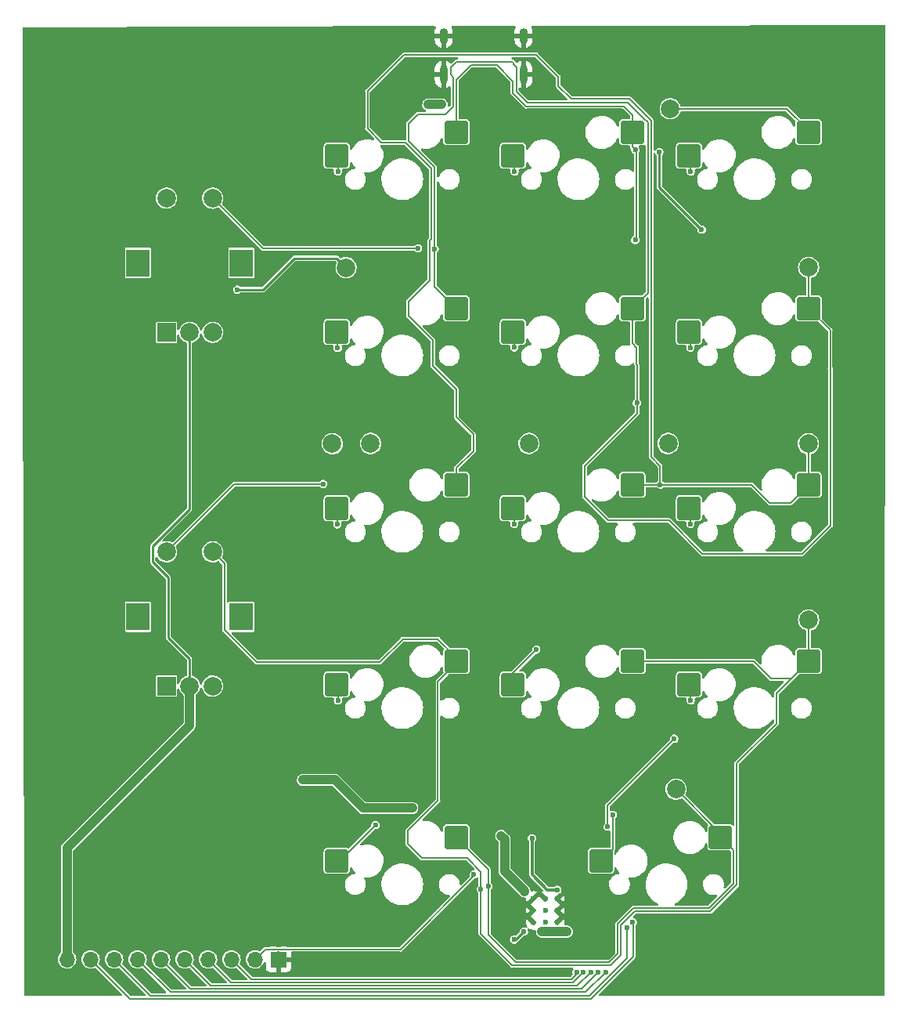
<source format=gbr>
G04 #@! TF.GenerationSoftware,KiCad,Pcbnew,(6.0.7-1)-1*
G04 #@! TF.CreationDate,2022-08-13T20:31:23-04:00*
G04 #@! TF.ProjectId,KnGXT,4b6e4758-542e-46b6-9963-61645f706362,rev?*
G04 #@! TF.SameCoordinates,Original*
G04 #@! TF.FileFunction,Copper,L2,Bot*
G04 #@! TF.FilePolarity,Positive*
%FSLAX46Y46*%
G04 Gerber Fmt 4.6, Leading zero omitted, Abs format (unit mm)*
G04 Created by KiCad (PCBNEW (6.0.7-1)-1) date 2022-08-13 20:31:23*
%MOMM*%
%LPD*%
G01*
G04 APERTURE LIST*
G04 Aperture macros list*
%AMRoundRect*
0 Rectangle with rounded corners*
0 $1 Rounding radius*
0 $2 $3 $4 $5 $6 $7 $8 $9 X,Y pos of 4 corners*
0 Add a 4 corners polygon primitive as box body*
4,1,4,$2,$3,$4,$5,$6,$7,$8,$9,$2,$3,0*
0 Add four circle primitives for the rounded corners*
1,1,$1+$1,$2,$3*
1,1,$1+$1,$4,$5*
1,1,$1+$1,$6,$7*
1,1,$1+$1,$8,$9*
0 Add four rect primitives between the rounded corners*
20,1,$1+$1,$2,$3,$4,$5,0*
20,1,$1+$1,$4,$5,$6,$7,0*
20,1,$1+$1,$6,$7,$8,$9,0*
20,1,$1+$1,$8,$9,$2,$3,0*%
G04 Aperture macros list end*
G04 #@! TA.AperFunction,SMDPad,CuDef*
%ADD10RoundRect,0.250000X-1.025000X-1.000000X1.025000X-1.000000X1.025000X1.000000X-1.025000X1.000000X0*%
G04 #@! TD*
G04 #@! TA.AperFunction,ComponentPad*
%ADD11C,2.000000*%
G04 #@! TD*
G04 #@! TA.AperFunction,ComponentPad*
%ADD12R,1.700000X1.700000*%
G04 #@! TD*
G04 #@! TA.AperFunction,ComponentPad*
%ADD13O,1.700000X1.700000*%
G04 #@! TD*
G04 #@! TA.AperFunction,ComponentPad*
%ADD14O,0.900000X1.700000*%
G04 #@! TD*
G04 #@! TA.AperFunction,ComponentPad*
%ADD15O,0.900000X2.000000*%
G04 #@! TD*
G04 #@! TA.AperFunction,ComponentPad*
%ADD16C,0.600000*%
G04 #@! TD*
G04 #@! TA.AperFunction,ComponentPad*
%ADD17R,2.000000X2.000000*%
G04 #@! TD*
G04 #@! TA.AperFunction,ComponentPad*
%ADD18R,2.500000X3.000000*%
G04 #@! TD*
G04 #@! TA.AperFunction,ViaPad*
%ADD19C,0.600000*%
G04 #@! TD*
G04 #@! TA.AperFunction,ViaPad*
%ADD20C,0.800000*%
G04 #@! TD*
G04 #@! TA.AperFunction,Conductor*
%ADD21C,1.000000*%
G04 #@! TD*
G04 #@! TA.AperFunction,Conductor*
%ADD22C,0.250000*%
G04 #@! TD*
G04 #@! TA.AperFunction,Conductor*
%ADD23C,0.300000*%
G04 #@! TD*
G04 #@! TA.AperFunction,Conductor*
%ADD24C,0.200000*%
G04 #@! TD*
G04 APERTURE END LIST*
D10*
X89815000Y-56785000D03*
X102742000Y-54245000D03*
X89815000Y-37735000D03*
X102742000Y-35195000D03*
D11*
X55372000Y-68825000D03*
D10*
X51715000Y-113935000D03*
X64642000Y-111395000D03*
D11*
X87775000Y-32650000D03*
D10*
X51715000Y-94885000D03*
X64642000Y-92345000D03*
X70765000Y-56785000D03*
X83692000Y-54245000D03*
X80290000Y-113935000D03*
X93217000Y-111395000D03*
X70765000Y-37735000D03*
X83692000Y-35195000D03*
X89815000Y-94885000D03*
X102742000Y-92345000D03*
D12*
X45400000Y-124575000D03*
D13*
X42860000Y-124575000D03*
X40320000Y-124575000D03*
X37780000Y-124575000D03*
X35240000Y-124575000D03*
X32700000Y-124575000D03*
X30160000Y-124575000D03*
X27620000Y-124575000D03*
X25080000Y-124575000D03*
X22540000Y-124575000D03*
D10*
X89815000Y-75835000D03*
X102742000Y-73295000D03*
X51715000Y-37735000D03*
X64642000Y-35195000D03*
D14*
X71906125Y-24756325D03*
D15*
X63266125Y-28926325D03*
X71906125Y-28926325D03*
D14*
X63266125Y-24756325D03*
D10*
X70765000Y-75835000D03*
X83692000Y-73295000D03*
X70765000Y-94885000D03*
X83692000Y-92345000D03*
D11*
X52725000Y-49825000D03*
D16*
X74259771Y-118014050D03*
X75534771Y-119289050D03*
X75534771Y-118014050D03*
X75534771Y-120564050D03*
X72984771Y-119289050D03*
X72984771Y-118014050D03*
X74259771Y-119289050D03*
X74259771Y-120564050D03*
X72984771Y-120564050D03*
D11*
X102725000Y-68850000D03*
X72500000Y-68825000D03*
X88400000Y-106175000D03*
D17*
X33292800Y-56809400D03*
D11*
X38292800Y-56809400D03*
X35792800Y-56809400D03*
D18*
X30192800Y-49309400D03*
X41392800Y-49309400D03*
D11*
X33292800Y-42309400D03*
X38292800Y-42309400D03*
X87550000Y-68825000D03*
X102750000Y-87900000D03*
X51225000Y-68850000D03*
D17*
X33292800Y-95034400D03*
D11*
X38292800Y-95034400D03*
X35792800Y-95034400D03*
D18*
X41392800Y-87534400D03*
X30192800Y-87534400D03*
D11*
X33292800Y-80534400D03*
X38292800Y-80534400D03*
D10*
X51715000Y-75835000D03*
X64642000Y-73295000D03*
D11*
X102750000Y-49800000D03*
D10*
X51715000Y-56785000D03*
X64642000Y-54245000D03*
D19*
X86600000Y-37300000D03*
X91186000Y-45720000D03*
D20*
X61600000Y-32200000D03*
X63075000Y-32200000D03*
D19*
X40950000Y-52200000D03*
X72825000Y-111475000D03*
X75583571Y-117046800D03*
D20*
X73900000Y-121575000D03*
X72000000Y-117225000D03*
D19*
X59875000Y-108225000D03*
D20*
X48050000Y-105182400D03*
D19*
X71950000Y-121575000D03*
X70900000Y-122450000D03*
D20*
X76625000Y-121575000D03*
D19*
X69500000Y-111225000D03*
X50250000Y-73200000D03*
X51835000Y-39415000D03*
X70940000Y-39410000D03*
X89990000Y-39410000D03*
X51810000Y-58490000D03*
X70915000Y-58435000D03*
X89965000Y-58460000D03*
X51785000Y-77565000D03*
X70915000Y-77510000D03*
X88210000Y-100720000D03*
X81026000Y-110236000D03*
X89965000Y-77510000D03*
X51835000Y-96590000D03*
X73290000Y-91110000D03*
X89990000Y-96560000D03*
X55900000Y-110050000D03*
X81575500Y-108966000D03*
X66550000Y-115400000D03*
X78400000Y-125950000D03*
X77650000Y-125950000D03*
X79175000Y-125975000D03*
X60500000Y-47750000D03*
X84175000Y-64425000D03*
X62300000Y-47800000D03*
X86700000Y-73275000D03*
X84000000Y-37075000D03*
X84000000Y-46825000D03*
X67300000Y-116975000D03*
X68100000Y-116675000D03*
X99500000Y-46200000D03*
X34025000Y-112125000D03*
X41800000Y-74700000D03*
X59150000Y-103400000D03*
X27150000Y-76900000D03*
X99400000Y-103300000D03*
D20*
X54275000Y-34000000D03*
X87100000Y-46450000D03*
D19*
X31137500Y-105275000D03*
X34100000Y-73050000D03*
X30812500Y-101500000D03*
X41350000Y-43850000D03*
X38200000Y-35050000D03*
X99400000Y-84400000D03*
X77650000Y-111200000D03*
X78750000Y-115475000D03*
X24900000Y-42350000D03*
X30450000Y-74100000D03*
X59000000Y-84200000D03*
X80300000Y-84200000D03*
X28687500Y-103250000D03*
X79975000Y-119525000D03*
X69125000Y-103425000D03*
X80300000Y-65300000D03*
X38000000Y-73050000D03*
X59164500Y-46400000D03*
X57400000Y-119500000D03*
X47000000Y-81350000D03*
X73875000Y-111100000D03*
X59100000Y-65200000D03*
X30550000Y-36000000D03*
D20*
X83058000Y-45600000D03*
D19*
X80200000Y-46200000D03*
X99500000Y-65200000D03*
D20*
X74725000Y-34475000D03*
D19*
X27100000Y-38600000D03*
X69175000Y-116500000D03*
X30800000Y-81650000D03*
X84900000Y-120800000D03*
X76725000Y-125775000D03*
X46800000Y-42450000D03*
X44900000Y-77200000D03*
D20*
X55750000Y-34000000D03*
D19*
X47682000Y-102872000D03*
X47834600Y-106250000D03*
X41750000Y-36400000D03*
X30350000Y-43350000D03*
X70549680Y-123603352D03*
X44900000Y-38950000D03*
X66250000Y-124925000D03*
D20*
X85050000Y-57225000D03*
D19*
X24850000Y-80600000D03*
X70825000Y-111625000D03*
X77750000Y-45450000D03*
X80300000Y-103200000D03*
X34150000Y-34950000D03*
X40550000Y-81850000D03*
X83725498Y-120563179D03*
X83132548Y-121176460D03*
X80800000Y-125975000D03*
X79975000Y-125975000D03*
D21*
X61600000Y-32200000D02*
X63075000Y-32200000D01*
D22*
X40950000Y-52200000D02*
X43750000Y-52200000D01*
X86600000Y-37300000D02*
X86600000Y-41134000D01*
X47150000Y-48800000D02*
X51700000Y-48800000D01*
X43750000Y-52200000D02*
X47150000Y-48800000D01*
X52725000Y-49825000D02*
X51700000Y-48800000D01*
X86600000Y-41134000D02*
X91186000Y-45720000D01*
D23*
X72825000Y-115425000D02*
X74446800Y-117046800D01*
X74446800Y-117046800D02*
X75583571Y-117046800D01*
X72825000Y-111475000D02*
X72825000Y-115425000D01*
D22*
X71075000Y-122450000D02*
X71950000Y-121575000D01*
X35792800Y-56809400D02*
X35792800Y-75907200D01*
X33500000Y-83300000D02*
X33500000Y-89800000D01*
D21*
X69875489Y-115050489D02*
X72000000Y-117175000D01*
X69875489Y-111600489D02*
X69875489Y-115050489D01*
D22*
X33500000Y-89800000D02*
X35792800Y-92092800D01*
D21*
X54550000Y-108225000D02*
X51507400Y-105182400D01*
X73900000Y-121575000D02*
X76625000Y-121575000D01*
D22*
X35792800Y-92092800D02*
X35792800Y-95034400D01*
X31800000Y-81600000D02*
X33500000Y-83300000D01*
D21*
X22540000Y-112529688D02*
X22540000Y-124575000D01*
D22*
X35792800Y-75907200D02*
X31800000Y-79900000D01*
X31800000Y-79900000D02*
X31800000Y-81600000D01*
D21*
X69500000Y-111225000D02*
X69875489Y-111600489D01*
X72000000Y-117175000D02*
X72000000Y-117225000D01*
D22*
X70900000Y-122450000D02*
X71075000Y-122450000D01*
D21*
X59875000Y-108225000D02*
X54550000Y-108225000D01*
X35792800Y-99276888D02*
X22540000Y-112529688D01*
X35792800Y-95034400D02*
X35792800Y-99276888D01*
X51507400Y-105182400D02*
X48050000Y-105182400D01*
D24*
X50250000Y-73200000D02*
X40627200Y-73200000D01*
X40627200Y-73200000D02*
X33292800Y-80534400D01*
X51835000Y-37885000D02*
X51700000Y-37750000D01*
X51835000Y-39415000D02*
X51835000Y-37885000D01*
X70940000Y-39410000D02*
X70940000Y-37880000D01*
X70940000Y-37880000D02*
X70805000Y-37745000D01*
X89990000Y-37880000D02*
X89855000Y-37745000D01*
X89990000Y-39410000D02*
X89990000Y-37880000D01*
X51810000Y-56960000D02*
X51675000Y-56825000D01*
X51810000Y-58490000D02*
X51810000Y-56960000D01*
X70915000Y-58435000D02*
X70915000Y-56905000D01*
X70915000Y-56905000D02*
X70780000Y-56770000D01*
X89965000Y-58460000D02*
X89965000Y-56930000D01*
X89965000Y-56930000D02*
X89830000Y-56795000D01*
X51785000Y-77565000D02*
X51785000Y-76035000D01*
X51785000Y-76035000D02*
X51650000Y-75900000D01*
X70915000Y-75980000D02*
X70780000Y-75845000D01*
X70915000Y-77510000D02*
X70915000Y-75980000D01*
X81026000Y-107904000D02*
X88210000Y-100720000D01*
X81026000Y-110236000D02*
X81026000Y-107904000D01*
X89965000Y-77510000D02*
X89965000Y-75980000D01*
X89965000Y-75980000D02*
X89830000Y-75845000D01*
X51835000Y-95060000D02*
X51700000Y-94925000D01*
X51835000Y-96590000D02*
X51835000Y-95060000D01*
X70765000Y-94885000D02*
X70765000Y-93635000D01*
X70765000Y-93635000D02*
X73290000Y-91110000D01*
X89990000Y-95030000D02*
X89855000Y-94895000D01*
X89990000Y-96560000D02*
X89990000Y-95030000D01*
X51715000Y-113935000D02*
X52015000Y-113935000D01*
X52015000Y-113935000D02*
X55900000Y-110050000D01*
X81575500Y-112649500D02*
X81575500Y-108966000D01*
X80290000Y-113935000D02*
X81575500Y-112649500D01*
X42860000Y-124575000D02*
X43959511Y-123475489D01*
X43959511Y-123475489D02*
X58611246Y-123475489D01*
X66550000Y-115536735D02*
X66550000Y-115400000D01*
X58611246Y-123475489D02*
X66550000Y-115536735D01*
X78400000Y-125977127D02*
X77302127Y-127075000D01*
X77302127Y-127075000D02*
X40280000Y-127075000D01*
X78400000Y-125950000D02*
X78400000Y-125977127D01*
X40280000Y-127075000D02*
X37780000Y-124575000D01*
X77650000Y-126175000D02*
X77125000Y-126700000D01*
X77650000Y-125950000D02*
X77650000Y-126175000D01*
X42445000Y-126700000D02*
X77125000Y-126700000D01*
X40320000Y-124575000D02*
X42445000Y-126700000D01*
X38089519Y-127424520D02*
X77725481Y-127424519D01*
X38089519Y-127424519D02*
X35240000Y-124575000D01*
X79175000Y-125975000D02*
X77725481Y-127424519D01*
X63425000Y-33275000D02*
X64292480Y-32407520D01*
X85350000Y-34121573D02*
X85350000Y-52587000D01*
X83692000Y-54245000D02*
X83692000Y-57992000D01*
X84175000Y-64425000D02*
X84175000Y-65600000D01*
X84175000Y-64425000D02*
X84175000Y-60290958D01*
X85350000Y-52587000D02*
X83692000Y-54245000D01*
X62300000Y-51903000D02*
X62300000Y-47800000D01*
X64292480Y-29242480D02*
X64025000Y-28975000D01*
X105100000Y-77700000D02*
X105100000Y-60725000D01*
X81100479Y-77150479D02*
X87675479Y-77150479D01*
X83692000Y-57992000D02*
X84154521Y-58454521D01*
X64292480Y-32407520D02*
X64292480Y-29242480D01*
X84895480Y-33695480D02*
X84923907Y-33695480D01*
X105075000Y-56578000D02*
X102742000Y-54245000D01*
X70675480Y-27550480D02*
X70825000Y-27700000D01*
X62300000Y-38950000D02*
X59465479Y-36115479D01*
X59465479Y-36115479D02*
X59465479Y-34266241D01*
X84175000Y-65600000D02*
X78500000Y-71275000D01*
X59465479Y-34266241D02*
X60456720Y-33275000D01*
X71125646Y-28177284D02*
X71125646Y-30800646D01*
X64025000Y-28198888D02*
X64648888Y-27575000D01*
X64750000Y-27575000D02*
X64774520Y-27550480D01*
X91249521Y-80724521D02*
X102075479Y-80724521D01*
X43733400Y-47750000D02*
X60500000Y-47750000D01*
X84923907Y-33695480D02*
X85350000Y-34121573D01*
X84154521Y-58454521D02*
X84154521Y-60270479D01*
X83225000Y-32025000D02*
X84895480Y-33695480D01*
X38292800Y-42309400D02*
X43733400Y-47750000D01*
X105100000Y-60725000D02*
X105075000Y-60700000D01*
X87675479Y-77150479D02*
X91249521Y-80724521D01*
X78500000Y-74550000D02*
X81100479Y-77150479D01*
X70825000Y-27700000D02*
X70825000Y-27876638D01*
X64774520Y-27550480D02*
X70675480Y-27550480D01*
X102750000Y-54237000D02*
X102750000Y-49800000D01*
X102075479Y-80724521D02*
X105100000Y-77700000D01*
X71125646Y-30800646D02*
X72350000Y-32025000D01*
X70825000Y-27876638D02*
X71125646Y-28177284D01*
X84175000Y-60290958D02*
X84154521Y-60270479D01*
X72350000Y-32025000D02*
X83225000Y-32025000D01*
X64642000Y-54245000D02*
X62300000Y-51903000D01*
X105075000Y-60700000D02*
X105075000Y-56578000D01*
X64648888Y-27575000D02*
X64750000Y-27575000D01*
X62300000Y-47800000D02*
X62300000Y-38950000D01*
X60456720Y-33275000D02*
X63425000Y-33275000D01*
X78500000Y-71275000D02*
X78500000Y-74550000D01*
X64025000Y-28975000D02*
X64025000Y-28198888D01*
X75692000Y-30226000D02*
X77063500Y-31597500D01*
X96595000Y-73295000D02*
X98525000Y-75225000D01*
X75692000Y-29210000D02*
X75692000Y-30226000D01*
X64642000Y-62967000D02*
X62125000Y-60450000D01*
X102725000Y-73278000D02*
X102725000Y-68850000D01*
X85699519Y-33899519D02*
X85699519Y-59524519D01*
X61750489Y-46899991D02*
X61950480Y-46700000D01*
X64642000Y-71467000D02*
X66475000Y-69634000D01*
X73282000Y-26800000D02*
X75692000Y-29210000D01*
X98525000Y-75225000D02*
X100812000Y-75225000D01*
X58990000Y-26800000D02*
X73282000Y-26800000D01*
X59465479Y-55021453D02*
X59465479Y-53468547D01*
X83397500Y-31597500D02*
X85699519Y-33899519D01*
X56525000Y-36275000D02*
X55037500Y-34787500D01*
X102742000Y-73295000D02*
X102725000Y-73278000D01*
X85725000Y-59550000D02*
X85725000Y-70275000D01*
X62125000Y-60450000D02*
X62125000Y-57680974D01*
X85725000Y-70275000D02*
X86700000Y-71250000D01*
X77063500Y-31597500D02*
X83397500Y-31597500D01*
X66475000Y-67800000D02*
X64642000Y-65967000D01*
X62125000Y-57680974D02*
X59465479Y-55021453D01*
X85699519Y-59524519D02*
X85725000Y-59550000D01*
X55037500Y-30752500D02*
X58990000Y-26800000D01*
X59130704Y-36275000D02*
X56525000Y-36275000D01*
X64642000Y-73295000D02*
X64642000Y-71467000D01*
X83692000Y-73295000D02*
X96595000Y-73295000D01*
X66475000Y-69634000D02*
X66475000Y-67800000D01*
X86700000Y-71250000D02*
X86700000Y-73275000D01*
X55037500Y-34787500D02*
X55037500Y-30752500D01*
X59465479Y-53468547D02*
X61750489Y-51183537D01*
X100812000Y-75225000D02*
X102742000Y-73295000D01*
X61950480Y-39094776D02*
X59130704Y-36275000D01*
X64642000Y-65967000D02*
X64642000Y-62967000D01*
X61750489Y-51183537D02*
X61750489Y-46899991D01*
X61950480Y-46700000D02*
X61950480Y-39094776D01*
X100400000Y-32650000D02*
X87775000Y-32650000D01*
X84154521Y-37229521D02*
X84000000Y-37075000D01*
X83692000Y-35195000D02*
X83692000Y-36767000D01*
X64642000Y-35195000D02*
X64642000Y-29508000D01*
X70776126Y-30945421D02*
X72205223Y-32374519D01*
X84154521Y-46670479D02*
X84154521Y-37229521D01*
X64642000Y-29508000D02*
X66250000Y-27900000D01*
X82749520Y-32374520D02*
X83692000Y-33317000D01*
X83692000Y-36767000D02*
X84000000Y-37075000D01*
X83692000Y-33317000D02*
X83692000Y-35195000D01*
X84000000Y-46825000D02*
X84154521Y-46670479D01*
X102742000Y-34992000D02*
X100400000Y-32650000D01*
X70776126Y-29664888D02*
X70776126Y-30945421D01*
X102742000Y-35195000D02*
X102742000Y-34992000D01*
X72205223Y-32374519D02*
X82749520Y-32374520D01*
X66250000Y-27900000D02*
X69011238Y-27900000D01*
X69011238Y-27900000D02*
X70776126Y-29664888D01*
X59400000Y-110684026D02*
X59400000Y-112105974D01*
X98663547Y-94219521D02*
X100867479Y-94219521D01*
X67300000Y-115100000D02*
X65825000Y-113625000D01*
X64642000Y-91942000D02*
X64642000Y-92345000D01*
X59400000Y-112105974D02*
X60919026Y-113625000D01*
X65825000Y-113625000D02*
X60919026Y-113625000D01*
X62650000Y-89950000D02*
X64642000Y-91942000D01*
X38292800Y-80534400D02*
X39550000Y-81791600D01*
X82437500Y-124112500D02*
X81325960Y-125224040D01*
X62655479Y-94544521D02*
X62655479Y-107428547D01*
X83962500Y-119362500D02*
X82437500Y-120887500D01*
X67300000Y-121825000D02*
X67300000Y-116975000D01*
X58850000Y-89950000D02*
X62650000Y-89950000D01*
X92112500Y-119362500D02*
X83962500Y-119362500D01*
X94950000Y-103400000D02*
X94950000Y-116525000D01*
X81325960Y-125224040D02*
X70699040Y-125224040D01*
X62655479Y-107428547D02*
X59400000Y-110684026D01*
X64642000Y-92345000D02*
X64642000Y-92558000D01*
X99249521Y-95837479D02*
X99249521Y-99100479D01*
X102742000Y-92345000D02*
X99249521Y-95837479D01*
X39550000Y-88940622D02*
X43084378Y-92475000D01*
X70699040Y-125224040D02*
X67300000Y-121825000D01*
X56325000Y-92475000D02*
X58850000Y-89950000D01*
X64642000Y-92558000D02*
X62655479Y-94544521D01*
X96789026Y-92345000D02*
X98663547Y-94219521D01*
X94950000Y-116525000D02*
X92112500Y-119362500D01*
X99249521Y-99100479D02*
X94950000Y-103400000D01*
X82437500Y-120887500D02*
X82437500Y-124112500D01*
X43084378Y-92475000D02*
X56325000Y-92475000D01*
X39550000Y-81791600D02*
X39550000Y-88940622D01*
X83692000Y-92345000D02*
X96789026Y-92345000D01*
X102750000Y-92337000D02*
X102750000Y-87900000D01*
X67300000Y-116975000D02*
X67300000Y-115100000D01*
X102742000Y-92345000D02*
X102750000Y-92337000D01*
X83817723Y-119012981D02*
X91967724Y-119012980D01*
X93217000Y-110992000D02*
X88400000Y-106175000D01*
X67678000Y-114428000D02*
X68100000Y-114850000D01*
X71043721Y-124874520D02*
X81181184Y-124874520D01*
X68100000Y-114850000D02*
X68100000Y-116675000D01*
X68100000Y-116675000D02*
X68100000Y-121930800D01*
X82087980Y-123967724D02*
X82087981Y-120742723D01*
X81181184Y-124874520D02*
X82087980Y-123967724D01*
X67675000Y-114428000D02*
X67678000Y-114428000D01*
X94600480Y-112778480D02*
X93217000Y-111395000D01*
X91967724Y-119012980D02*
X94600480Y-116380224D01*
X68100000Y-121930800D02*
X71043721Y-124874520D01*
X64642000Y-111395000D02*
X67675000Y-114428000D01*
X82087981Y-120742723D02*
X83817723Y-119012981D01*
X94600480Y-116380224D02*
X94600480Y-112778480D01*
X93217000Y-111395000D02*
X93217000Y-110992000D01*
X29327599Y-128822599D02*
X79223824Y-128822599D01*
X83750000Y-120587681D02*
X83725498Y-120563179D01*
X25080000Y-124575000D02*
X29327599Y-128822599D01*
X79223824Y-128822599D02*
X83750000Y-124296423D01*
X83750000Y-124296423D02*
X83750000Y-120587681D01*
X31518079Y-128473079D02*
X79079047Y-128473080D01*
X79079047Y-128473080D02*
X83132548Y-124419579D01*
X83132548Y-124419579D02*
X83132548Y-121176460D01*
X27620000Y-124575000D02*
X31518079Y-128473079D01*
X33708559Y-128123559D02*
X30160000Y-124575000D01*
X78651441Y-128123559D02*
X80800000Y-125975000D01*
X33708559Y-128123560D02*
X78651441Y-128123559D01*
X79952127Y-125975000D02*
X78153088Y-127774039D01*
X35899039Y-127774039D02*
X32700000Y-124575000D01*
X35899039Y-127774040D02*
X78153088Y-127774039D01*
X79975000Y-125975000D02*
X79952127Y-125975000D01*
G04 #@! TA.AperFunction,Conductor*
G36*
X111016767Y-23645127D02*
G01*
X111063375Y-23698683D01*
X111074874Y-23751360D01*
X111000234Y-128197447D01*
X111000090Y-128399090D01*
X110980039Y-128467196D01*
X110926350Y-128513651D01*
X110874090Y-128525000D01*
X80179873Y-128525000D01*
X80111752Y-128504998D01*
X80065259Y-128451342D01*
X80055155Y-128381068D01*
X80084649Y-128316488D01*
X80090778Y-128309905D01*
X83900902Y-124499781D01*
X83919995Y-124484111D01*
X83920284Y-124483918D01*
X83920286Y-124483916D01*
X83930601Y-124477024D01*
X83985966Y-124394163D01*
X84000500Y-124321097D01*
X84000500Y-124321096D01*
X84000519Y-124321000D01*
X84002987Y-124308595D01*
X84002987Y-124308594D01*
X84005408Y-124296423D01*
X84002921Y-124283920D01*
X84000500Y-124259338D01*
X84000500Y-120979283D01*
X84020502Y-120911162D01*
X84033085Y-120894728D01*
X84096798Y-120824340D01*
X84096801Y-120824336D01*
X84102820Y-120817686D01*
X84159086Y-120701554D01*
X84174812Y-120608082D01*
X84179688Y-120579096D01*
X84180495Y-120574299D01*
X84180631Y-120563179D01*
X84173246Y-120511612D01*
X84163610Y-120444324D01*
X84163609Y-120444321D01*
X84162337Y-120435438D01*
X84142089Y-120390905D01*
X84112643Y-120326141D01*
X84112641Y-120326138D01*
X84108926Y-120317967D01*
X84024691Y-120220207D01*
X83916404Y-120150020D01*
X83907809Y-120147450D01*
X83907808Y-120147449D01*
X83820675Y-120121390D01*
X83761142Y-120082708D01*
X83731972Y-120017980D01*
X83742428Y-119947757D01*
X83767683Y-119911577D01*
X84029357Y-119649904D01*
X84091669Y-119615879D01*
X84118452Y-119613000D01*
X92075415Y-119613000D01*
X92099996Y-119615421D01*
X92100328Y-119615487D01*
X92100329Y-119615487D01*
X92112500Y-119617908D01*
X92124671Y-119615487D01*
X92198070Y-119600887D01*
X92210241Y-119598466D01*
X92240036Y-119578557D01*
X92293101Y-119543101D01*
X92299993Y-119532786D01*
X92299995Y-119532784D01*
X92300188Y-119532495D01*
X92315858Y-119513402D01*
X95100902Y-116728358D01*
X95119995Y-116712688D01*
X95120284Y-116712495D01*
X95120286Y-116712493D01*
X95130601Y-116705601D01*
X95178238Y-116634306D01*
X95185966Y-116622741D01*
X95205408Y-116525000D01*
X95202921Y-116512496D01*
X95200500Y-116487915D01*
X95200500Y-103555950D01*
X95220502Y-103487829D01*
X95237405Y-103466855D01*
X99400423Y-99303837D01*
X99419516Y-99288167D01*
X99419805Y-99287974D01*
X99419807Y-99287972D01*
X99430122Y-99281080D01*
X99485487Y-99198219D01*
X99500021Y-99125153D01*
X99504929Y-99100479D01*
X99502442Y-99087975D01*
X99500021Y-99063394D01*
X99500021Y-97369769D01*
X100850730Y-97369769D01*
X100860659Y-97584306D01*
X100910978Y-97793094D01*
X100913460Y-97798552D01*
X100913461Y-97798556D01*
X100959971Y-97900849D01*
X100999869Y-97988600D01*
X101124126Y-98163770D01*
X101128449Y-98167909D01*
X101128453Y-98167913D01*
X101274935Y-98308139D01*
X101279265Y-98312284D01*
X101459689Y-98428782D01*
X101658887Y-98509061D01*
X101742483Y-98525386D01*
X101865225Y-98549356D01*
X101865228Y-98549356D01*
X101869671Y-98550224D01*
X101875314Y-98550500D01*
X102033664Y-98550500D01*
X102193795Y-98535222D01*
X102199551Y-98533533D01*
X102199553Y-98533533D01*
X102290620Y-98506817D01*
X102399876Y-98474765D01*
X102405204Y-98472021D01*
X102585476Y-98379175D01*
X102585479Y-98379173D01*
X102590807Y-98376429D01*
X102759698Y-98243763D01*
X102900455Y-98081554D01*
X103008001Y-97895655D01*
X103078453Y-97692774D01*
X103093336Y-97590131D01*
X103108409Y-97486171D01*
X103108409Y-97486168D01*
X103109270Y-97480231D01*
X103099341Y-97265694D01*
X103049022Y-97056906D01*
X103042083Y-97041643D01*
X102977359Y-96899291D01*
X102960131Y-96861400D01*
X102855079Y-96713304D01*
X102839340Y-96691116D01*
X102839339Y-96691115D01*
X102835874Y-96686230D01*
X102831551Y-96682091D01*
X102831547Y-96682087D01*
X102685065Y-96541861D01*
X102685064Y-96541861D01*
X102680735Y-96537716D01*
X102500311Y-96421218D01*
X102301113Y-96340939D01*
X102175799Y-96316467D01*
X102094775Y-96300644D01*
X102094772Y-96300644D01*
X102090329Y-96299776D01*
X102084686Y-96299500D01*
X101926336Y-96299500D01*
X101766205Y-96314778D01*
X101760449Y-96316467D01*
X101760447Y-96316467D01*
X101719792Y-96328394D01*
X101560124Y-96375235D01*
X101554797Y-96377979D01*
X101554796Y-96377979D01*
X101374524Y-96470825D01*
X101374521Y-96470827D01*
X101369193Y-96473571D01*
X101200302Y-96606237D01*
X101059545Y-96768446D01*
X100951999Y-96954345D01*
X100881547Y-97157226D01*
X100880687Y-97163159D01*
X100880686Y-97163162D01*
X100851591Y-97363829D01*
X100850730Y-97369769D01*
X99500021Y-97369769D01*
X99500021Y-95993429D01*
X99520023Y-95925308D01*
X99536926Y-95904334D01*
X101018381Y-94422879D01*
X101037474Y-94407209D01*
X101037763Y-94407016D01*
X101037765Y-94407014D01*
X101048080Y-94400122D01*
X101054972Y-94389807D01*
X101054974Y-94389805D01*
X101055167Y-94389516D01*
X101070837Y-94370423D01*
X101658855Y-93782405D01*
X101721167Y-93748379D01*
X101747950Y-93745500D01*
X103616189Y-93745499D01*
X103798518Y-93745499D01*
X103807535Y-93744071D01*
X103882506Y-93732198D01*
X103882508Y-93732197D01*
X103892304Y-93730646D01*
X104005342Y-93673050D01*
X104095050Y-93583342D01*
X104152646Y-93470304D01*
X104167500Y-93376519D01*
X104167499Y-91313482D01*
X104157188Y-91248375D01*
X104154198Y-91229494D01*
X104154197Y-91229492D01*
X104152646Y-91219696D01*
X104095050Y-91106658D01*
X104005342Y-91016950D01*
X103892304Y-90959354D01*
X103882515Y-90957804D01*
X103882513Y-90957803D01*
X103855151Y-90953470D01*
X103798519Y-90944500D01*
X103126500Y-90944500D01*
X103058379Y-90924498D01*
X103011886Y-90870842D01*
X103000500Y-90818500D01*
X103000500Y-89120322D01*
X103020502Y-89052201D01*
X103074158Y-89005708D01*
X103085999Y-89001009D01*
X103214483Y-88957395D01*
X103214488Y-88957393D01*
X103219955Y-88955537D01*
X103246588Y-88940622D01*
X103399395Y-88855046D01*
X103399399Y-88855043D01*
X103404442Y-88852219D01*
X103567012Y-88717012D01*
X103702219Y-88554442D01*
X103705043Y-88549399D01*
X103705046Y-88549395D01*
X103802713Y-88374998D01*
X103802714Y-88374996D01*
X103805537Y-88369955D01*
X103807393Y-88364488D01*
X103807395Y-88364483D01*
X103871647Y-88175200D01*
X103873504Y-88169730D01*
X103903846Y-87960470D01*
X103905429Y-87900000D01*
X103886081Y-87689440D01*
X103828686Y-87485931D01*
X103817553Y-87463354D01*
X103737719Y-87301469D01*
X103735165Y-87296290D01*
X103608651Y-87126867D01*
X103453381Y-86983337D01*
X103274554Y-86870505D01*
X103078160Y-86792152D01*
X103072503Y-86791027D01*
X103072497Y-86791025D01*
X102876442Y-86752028D01*
X102876440Y-86752028D01*
X102870775Y-86750901D01*
X102865000Y-86750825D01*
X102864996Y-86750825D01*
X102758976Y-86749437D01*
X102659346Y-86748133D01*
X102653649Y-86749112D01*
X102653648Y-86749112D01*
X102456650Y-86782962D01*
X102456649Y-86782962D01*
X102450953Y-86783941D01*
X102252575Y-86857127D01*
X102247614Y-86860079D01*
X102247613Y-86860079D01*
X102230089Y-86870505D01*
X102070856Y-86965238D01*
X101911881Y-87104655D01*
X101780976Y-87270708D01*
X101778287Y-87275819D01*
X101778285Y-87275822D01*
X101764792Y-87301469D01*
X101682523Y-87457836D01*
X101619820Y-87659773D01*
X101594967Y-87869754D01*
X101608796Y-88080749D01*
X101610217Y-88086345D01*
X101610218Y-88086350D01*
X101632784Y-88175200D01*
X101660845Y-88285690D01*
X101749369Y-88477714D01*
X101871405Y-88650391D01*
X102022865Y-88797937D01*
X102027661Y-88801142D01*
X102027664Y-88801144D01*
X102170936Y-88896875D01*
X102198677Y-88915411D01*
X102203985Y-88917692D01*
X102203986Y-88917692D01*
X102387650Y-88996600D01*
X102387653Y-88996601D01*
X102392953Y-88998878D01*
X102398579Y-89000151D01*
X102398582Y-89000152D01*
X102401314Y-89000770D01*
X102402474Y-89001416D01*
X102404080Y-89001938D01*
X102403977Y-89002253D01*
X102463339Y-89035316D01*
X102496841Y-89097912D01*
X102499500Y-89123662D01*
X102499500Y-90818501D01*
X102479498Y-90886622D01*
X102425842Y-90933115D01*
X102373500Y-90944501D01*
X101685482Y-90944501D01*
X101680589Y-90945276D01*
X101680588Y-90945276D01*
X101601494Y-90957802D01*
X101601492Y-90957803D01*
X101591696Y-90959354D01*
X101582859Y-90963857D01*
X101582858Y-90963857D01*
X101562775Y-90974090D01*
X101478658Y-91016950D01*
X101388950Y-91106658D01*
X101331354Y-91219696D01*
X101316500Y-91313481D01*
X101316500Y-91600056D01*
X101296498Y-91668177D01*
X101242842Y-91714670D01*
X101172568Y-91724774D01*
X101107988Y-91695280D01*
X101076074Y-91652807D01*
X100997242Y-91481807D01*
X100963428Y-91430232D01*
X100855115Y-91265026D01*
X100855111Y-91265021D01*
X100852549Y-91261113D01*
X100764687Y-91162672D01*
X100679942Y-91067723D01*
X100679940Y-91067721D01*
X100676825Y-91064231D01*
X100473929Y-90895484D01*
X100347063Y-90818500D01*
X100252318Y-90761007D01*
X100252314Y-90761005D01*
X100248321Y-90758582D01*
X100004954Y-90656530D01*
X99749177Y-90591570D01*
X99744526Y-90591102D01*
X99744522Y-90591101D01*
X99533135Y-90569816D01*
X99529997Y-90569500D01*
X99372999Y-90569500D01*
X99370674Y-90569673D01*
X99370668Y-90569673D01*
X99181480Y-90583732D01*
X99181476Y-90583733D01*
X99176828Y-90584078D01*
X98919438Y-90642319D01*
X98915086Y-90644011D01*
X98915084Y-90644012D01*
X98867702Y-90662438D01*
X98673484Y-90737966D01*
X98669430Y-90740283D01*
X98669428Y-90740284D01*
X98631174Y-90762148D01*
X98444369Y-90868916D01*
X98237126Y-91032293D01*
X98160884Y-91113341D01*
X98060835Y-91219696D01*
X98056308Y-91224508D01*
X97905887Y-91441339D01*
X97903821Y-91445528D01*
X97903820Y-91445530D01*
X97829251Y-91596743D01*
X97789169Y-91678021D01*
X97787747Y-91682464D01*
X97787746Y-91682466D01*
X97775263Y-91721463D01*
X97708716Y-91929355D01*
X97707966Y-91933962D01*
X97707965Y-91933965D01*
X97701312Y-91974818D01*
X97666296Y-92189821D01*
X97662842Y-92453696D01*
X97663473Y-92458330D01*
X97677151Y-92558835D01*
X97666518Y-92629030D01*
X97619622Y-92682334D01*
X97551353Y-92701822D01*
X97483385Y-92681308D01*
X97463207Y-92664921D01*
X96992384Y-92194098D01*
X96976714Y-92175005D01*
X96976521Y-92174716D01*
X96976519Y-92174714D01*
X96969627Y-92164399D01*
X96916562Y-92128943D01*
X96886767Y-92109034D01*
X96789026Y-92089592D01*
X96776855Y-92092013D01*
X96776854Y-92092013D01*
X96776522Y-92092079D01*
X96751941Y-92094500D01*
X85243499Y-92094500D01*
X85175378Y-92074498D01*
X85128885Y-92020842D01*
X85117499Y-91968500D01*
X85117499Y-91313482D01*
X85107188Y-91248375D01*
X85104198Y-91229494D01*
X85104197Y-91229492D01*
X85102646Y-91219696D01*
X85045050Y-91106658D01*
X84955342Y-91016950D01*
X84842304Y-90959354D01*
X84832515Y-90957804D01*
X84832513Y-90957803D01*
X84805151Y-90953470D01*
X84748519Y-90944500D01*
X83692214Y-90944500D01*
X82635482Y-90944501D01*
X82630589Y-90945276D01*
X82630588Y-90945276D01*
X82551494Y-90957802D01*
X82551492Y-90957803D01*
X82541696Y-90959354D01*
X82532859Y-90963857D01*
X82532858Y-90963857D01*
X82512775Y-90974090D01*
X82428658Y-91016950D01*
X82338950Y-91106658D01*
X82281354Y-91219696D01*
X82266500Y-91313481D01*
X82266500Y-91600056D01*
X82246498Y-91668177D01*
X82192842Y-91714670D01*
X82122568Y-91724774D01*
X82057988Y-91695280D01*
X82026074Y-91652807D01*
X81947242Y-91481807D01*
X81913428Y-91430232D01*
X81805115Y-91265026D01*
X81805111Y-91265021D01*
X81802549Y-91261113D01*
X81714687Y-91162672D01*
X81629942Y-91067723D01*
X81629940Y-91067721D01*
X81626825Y-91064231D01*
X81423929Y-90895484D01*
X81297063Y-90818500D01*
X81202318Y-90761007D01*
X81202314Y-90761005D01*
X81198321Y-90758582D01*
X80954954Y-90656530D01*
X80699177Y-90591570D01*
X80694526Y-90591102D01*
X80694522Y-90591101D01*
X80483135Y-90569816D01*
X80479997Y-90569500D01*
X80322999Y-90569500D01*
X80320674Y-90569673D01*
X80320668Y-90569673D01*
X80131480Y-90583732D01*
X80131476Y-90583733D01*
X80126828Y-90584078D01*
X79869438Y-90642319D01*
X79865086Y-90644011D01*
X79865084Y-90644012D01*
X79817702Y-90662438D01*
X79623484Y-90737966D01*
X79619430Y-90740283D01*
X79619428Y-90740284D01*
X79581174Y-90762148D01*
X79394369Y-90868916D01*
X79187126Y-91032293D01*
X79110884Y-91113341D01*
X79010835Y-91219696D01*
X79006308Y-91224508D01*
X78855887Y-91441339D01*
X78853821Y-91445528D01*
X78853820Y-91445530D01*
X78779251Y-91596743D01*
X78739169Y-91678021D01*
X78737747Y-91682464D01*
X78737746Y-91682466D01*
X78725263Y-91721463D01*
X78658716Y-91929355D01*
X78657966Y-91933962D01*
X78657965Y-91933965D01*
X78651312Y-91974818D01*
X78616296Y-92189821D01*
X78612842Y-92453696D01*
X78648429Y-92715182D01*
X78649737Y-92719668D01*
X78649737Y-92719670D01*
X78651436Y-92725500D01*
X78722275Y-92968537D01*
X78832758Y-93208193D01*
X78835321Y-93212102D01*
X78974885Y-93424974D01*
X78974889Y-93424979D01*
X78977451Y-93428887D01*
X79027779Y-93485275D01*
X79133952Y-93604231D01*
X79153175Y-93625769D01*
X79356071Y-93794516D01*
X79406454Y-93825089D01*
X79577682Y-93928993D01*
X79577686Y-93928995D01*
X79581679Y-93931418D01*
X79825046Y-94033470D01*
X80080823Y-94098430D01*
X80085474Y-94098898D01*
X80085478Y-94098899D01*
X80241965Y-94114656D01*
X80300003Y-94120500D01*
X80457001Y-94120500D01*
X80459326Y-94120327D01*
X80459332Y-94120327D01*
X80648520Y-94106268D01*
X80648524Y-94106267D01*
X80653172Y-94105922D01*
X80910562Y-94047681D01*
X80947106Y-94033470D01*
X81060098Y-93989529D01*
X81156516Y-93952034D01*
X81177486Y-93940049D01*
X81271303Y-93886428D01*
X81328948Y-93853481D01*
X88389500Y-93853481D01*
X88389501Y-95916518D01*
X88390276Y-95921409D01*
X88390276Y-95921412D01*
X88402633Y-95999435D01*
X88404354Y-96010304D01*
X88461950Y-96123342D01*
X88551658Y-96213050D01*
X88664696Y-96270646D01*
X88674485Y-96272196D01*
X88674487Y-96272197D01*
X88701849Y-96276530D01*
X88758481Y-96285500D01*
X89429639Y-96285500D01*
X89497760Y-96305502D01*
X89544253Y-96359158D01*
X89554139Y-96430883D01*
X89547492Y-96473571D01*
X89536860Y-96541861D01*
X89534901Y-96554440D01*
X89536065Y-96563342D01*
X89536065Y-96563345D01*
X89550468Y-96673489D01*
X89550469Y-96673493D01*
X89551633Y-96682394D01*
X89603605Y-96800510D01*
X89609382Y-96807383D01*
X89609383Y-96807384D01*
X89650675Y-96856507D01*
X89686639Y-96899291D01*
X89794060Y-96970796D01*
X89917233Y-97009278D01*
X89926203Y-97009442D01*
X89926207Y-97009443D01*
X89984942Y-97010519D01*
X90046255Y-97011643D01*
X90108505Y-96994672D01*
X90162092Y-96980062D01*
X90162093Y-96980062D01*
X90170755Y-96977700D01*
X90178405Y-96973003D01*
X90178407Y-96973002D01*
X90273072Y-96914878D01*
X90273075Y-96914875D01*
X90280724Y-96910179D01*
X90286750Y-96903522D01*
X90361300Y-96821161D01*
X90361303Y-96821157D01*
X90367322Y-96814507D01*
X90423588Y-96698375D01*
X90425632Y-96686230D01*
X90444190Y-96575917D01*
X90444997Y-96571120D01*
X90445133Y-96560000D01*
X90426839Y-96432259D01*
X90429798Y-96431835D01*
X90429867Y-96375850D01*
X90468326Y-96316172D01*
X90532943Y-96286759D01*
X90550719Y-96285499D01*
X90871518Y-96285499D01*
X90877403Y-96284567D01*
X90955506Y-96272198D01*
X90955508Y-96272197D01*
X90965304Y-96270646D01*
X91078342Y-96213050D01*
X91168050Y-96123342D01*
X91225646Y-96010304D01*
X91227368Y-95999435D01*
X91232206Y-95968887D01*
X91240500Y-95916519D01*
X91240500Y-95688512D01*
X91260502Y-95620391D01*
X91314158Y-95573898D01*
X91384432Y-95563794D01*
X91449012Y-95593288D01*
X91480926Y-95635761D01*
X91486390Y-95647613D01*
X91532758Y-95748193D01*
X91535321Y-95752102D01*
X91674885Y-95964974D01*
X91674889Y-95964979D01*
X91677451Y-95968887D01*
X91790619Y-96095681D01*
X91821056Y-96159819D01*
X91811985Y-96230234D01*
X91766284Y-96284567D01*
X91708583Y-96305010D01*
X91658752Y-96309765D01*
X91606205Y-96314778D01*
X91600449Y-96316467D01*
X91600447Y-96316467D01*
X91559792Y-96328394D01*
X91400124Y-96375235D01*
X91394797Y-96377979D01*
X91394796Y-96377979D01*
X91214524Y-96470825D01*
X91214521Y-96470827D01*
X91209193Y-96473571D01*
X91040302Y-96606237D01*
X90899545Y-96768446D01*
X90791999Y-96954345D01*
X90721547Y-97157226D01*
X90720687Y-97163159D01*
X90720686Y-97163162D01*
X90691591Y-97363829D01*
X90690730Y-97369769D01*
X90700659Y-97584306D01*
X90750978Y-97793094D01*
X90753460Y-97798552D01*
X90753461Y-97798556D01*
X90799971Y-97900849D01*
X90839869Y-97988600D01*
X90964126Y-98163770D01*
X90968449Y-98167909D01*
X90968453Y-98167913D01*
X91114935Y-98308139D01*
X91119265Y-98312284D01*
X91299689Y-98428782D01*
X91498887Y-98509061D01*
X91582483Y-98525386D01*
X91705225Y-98549356D01*
X91705228Y-98549356D01*
X91709671Y-98550224D01*
X91715314Y-98550500D01*
X91873664Y-98550500D01*
X92033795Y-98535222D01*
X92039551Y-98533533D01*
X92039553Y-98533533D01*
X92130620Y-98506817D01*
X92239876Y-98474765D01*
X92245204Y-98472021D01*
X92425476Y-98379175D01*
X92425479Y-98379173D01*
X92430807Y-98376429D01*
X92599698Y-98243763D01*
X92740455Y-98081554D01*
X92848001Y-97895655D01*
X92918453Y-97692774D01*
X92933336Y-97590131D01*
X92948409Y-97486171D01*
X92948409Y-97486168D01*
X92949270Y-97480231D01*
X92939341Y-97265694D01*
X92889022Y-97056906D01*
X92882083Y-97041643D01*
X92817359Y-96899291D01*
X92800131Y-96861400D01*
X92796665Y-96856513D01*
X92796661Y-96856507D01*
X92791621Y-96849402D01*
X92768523Y-96782268D01*
X92785387Y-96713304D01*
X92836859Y-96664404D01*
X92907014Y-96651137D01*
X92996862Y-96660184D01*
X92996868Y-96660184D01*
X93000003Y-96660500D01*
X93157001Y-96660500D01*
X93159326Y-96660327D01*
X93159332Y-96660327D01*
X93348520Y-96646268D01*
X93348524Y-96646267D01*
X93353172Y-96645922D01*
X93610562Y-96587681D01*
X93617737Y-96584891D01*
X93826041Y-96503885D01*
X93856516Y-96492034D01*
X93908612Y-96462259D01*
X93941389Y-96443525D01*
X94085631Y-96361084D01*
X94292874Y-96197707D01*
X94386033Y-96098676D01*
X94470493Y-96008893D01*
X94470495Y-96008890D01*
X94473692Y-96005492D01*
X94624113Y-95788661D01*
X94626180Y-95784470D01*
X94738766Y-95556167D01*
X94738767Y-95556164D01*
X94740831Y-95551979D01*
X94821284Y-95300645D01*
X94823284Y-95288368D01*
X94862953Y-95044790D01*
X94863704Y-95040179D01*
X94866382Y-94835614D01*
X94867097Y-94780981D01*
X94867097Y-94780978D01*
X94867158Y-94776304D01*
X94831571Y-94514818D01*
X94819945Y-94474929D01*
X94800149Y-94407014D01*
X94757725Y-94261463D01*
X94647242Y-94021807D01*
X94610747Y-93966142D01*
X94505115Y-93805026D01*
X94505111Y-93805021D01*
X94502549Y-93801113D01*
X94381991Y-93666039D01*
X94329942Y-93607723D01*
X94329940Y-93607721D01*
X94326825Y-93604231D01*
X94123929Y-93435484D01*
X93967512Y-93340568D01*
X93902318Y-93301007D01*
X93902314Y-93301005D01*
X93898321Y-93298582D01*
X93654954Y-93196530D01*
X93399177Y-93131570D01*
X93394526Y-93131102D01*
X93394522Y-93131101D01*
X93183135Y-93109816D01*
X93179997Y-93109500D01*
X93022999Y-93109500D01*
X93020674Y-93109673D01*
X93020668Y-93109673D01*
X92831480Y-93123732D01*
X92831476Y-93123733D01*
X92826828Y-93124078D01*
X92569438Y-93182319D01*
X92565086Y-93184011D01*
X92565084Y-93184012D01*
X92492852Y-93212102D01*
X92323484Y-93277966D01*
X92319430Y-93280283D01*
X92319428Y-93280284D01*
X92238611Y-93326475D01*
X92094369Y-93408916D01*
X91887126Y-93572293D01*
X91883926Y-93575695D01*
X91710835Y-93759696D01*
X91706308Y-93764508D01*
X91703649Y-93768341D01*
X91566430Y-93966142D01*
X91555887Y-93981339D01*
X91553821Y-93985528D01*
X91553820Y-93985530D01*
X91479505Y-94136227D01*
X91431437Y-94188476D01*
X91362751Y-94206443D01*
X91295256Y-94184424D01*
X91250379Y-94129409D01*
X91240499Y-94080499D01*
X91240499Y-93853482D01*
X91231545Y-93796941D01*
X91227198Y-93769494D01*
X91227197Y-93769492D01*
X91225646Y-93759696D01*
X91218018Y-93744724D01*
X91177925Y-93666039D01*
X91168050Y-93646658D01*
X91078342Y-93556950D01*
X90965304Y-93499354D01*
X90955515Y-93497804D01*
X90955513Y-93497803D01*
X90928151Y-93493470D01*
X90871519Y-93484500D01*
X89815214Y-93484500D01*
X88758482Y-93484501D01*
X88753589Y-93485276D01*
X88753588Y-93485276D01*
X88674494Y-93497802D01*
X88674492Y-93497803D01*
X88664696Y-93499354D01*
X88551658Y-93556950D01*
X88461950Y-93646658D01*
X88404354Y-93759696D01*
X88389500Y-93853481D01*
X81328948Y-93853481D01*
X81385631Y-93821084D01*
X81592874Y-93657707D01*
X81755811Y-93484500D01*
X81770493Y-93468893D01*
X81770495Y-93468890D01*
X81773692Y-93465492D01*
X81902175Y-93280284D01*
X81921452Y-93252497D01*
X81921453Y-93252496D01*
X81924113Y-93248661D01*
X81944070Y-93208193D01*
X82027495Y-93039022D01*
X82075563Y-92986773D01*
X82144249Y-92968806D01*
X82211744Y-92990825D01*
X82256621Y-93045840D01*
X82266501Y-93094749D01*
X82266501Y-93376518D01*
X82267276Y-93381409D01*
X82267276Y-93381412D01*
X82278694Y-93453505D01*
X82281354Y-93470304D01*
X82285855Y-93479137D01*
X82285857Y-93479142D01*
X82296156Y-93499354D01*
X82338950Y-93583342D01*
X82428658Y-93673050D01*
X82541696Y-93730646D01*
X82551485Y-93732196D01*
X82551487Y-93732197D01*
X82578849Y-93736530D01*
X82635481Y-93745500D01*
X83691786Y-93745500D01*
X84748518Y-93745499D01*
X84757535Y-93744071D01*
X84832506Y-93732198D01*
X84832508Y-93732197D01*
X84842304Y-93730646D01*
X84955342Y-93673050D01*
X85045050Y-93583342D01*
X85102646Y-93470304D01*
X85117500Y-93376519D01*
X85117500Y-92721500D01*
X85137502Y-92653379D01*
X85191158Y-92606886D01*
X85243500Y-92595500D01*
X96633076Y-92595500D01*
X96701197Y-92615502D01*
X96722171Y-92632405D01*
X98460189Y-94370423D01*
X98475859Y-94389516D01*
X98476052Y-94389805D01*
X98476054Y-94389807D01*
X98482946Y-94400122D01*
X98528695Y-94430690D01*
X98565806Y-94455487D01*
X98663547Y-94474929D01*
X98675718Y-94472508D01*
X98675719Y-94472508D01*
X98676051Y-94472442D01*
X98700632Y-94470021D01*
X99958529Y-94470021D01*
X100026650Y-94490023D01*
X100073143Y-94543679D01*
X100083247Y-94613953D01*
X100053753Y-94678533D01*
X100047624Y-94685116D01*
X99098619Y-95634121D01*
X99079526Y-95649791D01*
X99079240Y-95649982D01*
X99079238Y-95649984D01*
X99068920Y-95656878D01*
X99047563Y-95688842D01*
X99013555Y-95739738D01*
X98994113Y-95837479D01*
X98996534Y-95849650D01*
X98996534Y-95849651D01*
X98996600Y-95849983D01*
X98999021Y-95874564D01*
X98999021Y-96098676D01*
X98979019Y-96166797D01*
X98925363Y-96213290D01*
X98855089Y-96223394D01*
X98790509Y-96193900D01*
X98770315Y-96171666D01*
X98687608Y-96055287D01*
X98647916Y-95999435D01*
X98519899Y-95862153D01*
X98446871Y-95783840D01*
X98446869Y-95783838D01*
X98444021Y-95780784D01*
X98213000Y-95591021D01*
X97958910Y-95433479D01*
X97686217Y-95310926D01*
X97473603Y-95247543D01*
X97403710Y-95226707D01*
X97403708Y-95226707D01*
X97399711Y-95225515D01*
X97395591Y-95224862D01*
X97395589Y-95224862D01*
X97277577Y-95206171D01*
X97104425Y-95178746D01*
X97061865Y-95176813D01*
X97012341Y-95174564D01*
X97012322Y-95174564D01*
X97010922Y-95174500D01*
X96824166Y-95174500D01*
X96601691Y-95189277D01*
X96308623Y-95248370D01*
X96025944Y-95345704D01*
X96022211Y-95347573D01*
X96022207Y-95347575D01*
X95846268Y-95435679D01*
X95758622Y-95479569D01*
X95511353Y-95647613D01*
X95508239Y-95650397D01*
X95508238Y-95650398D01*
X95298998Y-95837479D01*
X95288480Y-95846883D01*
X95093921Y-96073880D01*
X95040561Y-96156047D01*
X94936383Y-96316467D01*
X94931092Y-96324614D01*
X94802855Y-96594681D01*
X94801576Y-96598664D01*
X94801575Y-96598667D01*
X94727138Y-96830510D01*
X94711462Y-96879336D01*
X94701578Y-96934268D01*
X94682684Y-97039281D01*
X94658520Y-97173578D01*
X94658331Y-97177745D01*
X94658330Y-97177752D01*
X94645147Y-97468066D01*
X94644958Y-97472236D01*
X94671014Y-97770065D01*
X94736232Y-98061832D01*
X94839464Y-98342410D01*
X94841415Y-98346110D01*
X94841417Y-98346115D01*
X94949177Y-98550500D01*
X94978898Y-98606870D01*
X95152084Y-98850565D01*
X95154934Y-98853621D01*
X95288375Y-98996719D01*
X95355979Y-99069216D01*
X95587000Y-99258979D01*
X95841090Y-99416521D01*
X96113783Y-99539074D01*
X96177900Y-99558188D01*
X96396290Y-99623293D01*
X96396292Y-99623293D01*
X96400289Y-99624485D01*
X96404409Y-99625138D01*
X96404411Y-99625138D01*
X96418049Y-99627298D01*
X96695575Y-99671254D01*
X96738135Y-99673187D01*
X96787659Y-99675436D01*
X96787678Y-99675436D01*
X96789078Y-99675500D01*
X96975834Y-99675500D01*
X97198309Y-99660723D01*
X97491377Y-99601630D01*
X97774056Y-99504296D01*
X97777789Y-99502427D01*
X97777793Y-99502425D01*
X98037640Y-99372303D01*
X98037642Y-99372302D01*
X98041378Y-99370431D01*
X98288647Y-99202387D01*
X98416240Y-99088307D01*
X98508403Y-99005904D01*
X98508404Y-99005903D01*
X98511520Y-99003117D01*
X98706079Y-98776120D01*
X98767349Y-98681773D01*
X98821225Y-98635536D01*
X98891546Y-98625767D01*
X98955986Y-98655568D01*
X98994085Y-98715476D01*
X98999021Y-98750398D01*
X98999021Y-98944529D01*
X98979019Y-99012650D01*
X98962116Y-99033624D01*
X94799098Y-103196642D01*
X94780005Y-103212312D01*
X94779716Y-103212505D01*
X94779714Y-103212507D01*
X94769399Y-103219399D01*
X94733943Y-103272464D01*
X94714034Y-103302259D01*
X94694592Y-103400000D01*
X94697013Y-103412171D01*
X94697013Y-103412172D01*
X94697079Y-103412504D01*
X94699500Y-103437085D01*
X94699500Y-109981918D01*
X94679498Y-110050039D01*
X94625842Y-110096532D01*
X94555568Y-110106636D01*
X94495725Y-110079306D01*
X94495374Y-110079789D01*
X94492988Y-110078055D01*
X94490988Y-110077142D01*
X94488348Y-110074684D01*
X94487353Y-110073961D01*
X94480342Y-110066950D01*
X94367304Y-110009354D01*
X94357515Y-110007804D01*
X94357513Y-110007803D01*
X94330151Y-110003470D01*
X94273519Y-109994500D01*
X94126189Y-109994500D01*
X92625952Y-109994501D01*
X92557831Y-109974499D01*
X92536857Y-109957596D01*
X89439940Y-106860680D01*
X89405914Y-106798368D01*
X89410979Y-106727553D01*
X89419100Y-106710019D01*
X89452717Y-106649990D01*
X89455537Y-106644955D01*
X89523504Y-106444730D01*
X89553846Y-106235470D01*
X89555429Y-106175000D01*
X89536081Y-105964440D01*
X89478686Y-105760931D01*
X89467553Y-105738354D01*
X89387719Y-105576469D01*
X89385165Y-105571290D01*
X89258651Y-105401867D01*
X89103381Y-105258337D01*
X88924554Y-105145505D01*
X88728160Y-105067152D01*
X88722503Y-105066027D01*
X88722497Y-105066025D01*
X88526442Y-105027028D01*
X88526440Y-105027028D01*
X88520775Y-105025901D01*
X88515000Y-105025825D01*
X88514996Y-105025825D01*
X88408976Y-105024437D01*
X88309346Y-105023133D01*
X88303649Y-105024112D01*
X88303648Y-105024112D01*
X88106650Y-105057962D01*
X88106649Y-105057962D01*
X88100953Y-105058941D01*
X87902575Y-105132127D01*
X87897614Y-105135079D01*
X87897613Y-105135079D01*
X87880089Y-105145505D01*
X87720856Y-105240238D01*
X87561881Y-105379655D01*
X87430976Y-105545708D01*
X87428287Y-105550819D01*
X87428285Y-105550822D01*
X87399377Y-105605768D01*
X87332523Y-105732836D01*
X87269820Y-105934773D01*
X87244967Y-106144754D01*
X87258796Y-106355749D01*
X87260217Y-106361345D01*
X87260218Y-106361350D01*
X87282784Y-106450200D01*
X87310845Y-106560690D01*
X87399369Y-106752714D01*
X87521405Y-106925391D01*
X87672865Y-107072937D01*
X87677661Y-107076142D01*
X87677664Y-107076144D01*
X87784450Y-107147496D01*
X87848677Y-107190411D01*
X87853985Y-107192692D01*
X87853986Y-107192692D01*
X88037650Y-107271600D01*
X88037653Y-107271601D01*
X88042953Y-107273878D01*
X88048582Y-107275152D01*
X88048583Y-107275152D01*
X88243550Y-107319269D01*
X88243553Y-107319269D01*
X88249186Y-107320544D01*
X88254957Y-107320771D01*
X88254959Y-107320771D01*
X88316989Y-107323208D01*
X88460470Y-107328846D01*
X88466179Y-107328018D01*
X88466183Y-107328018D01*
X88664015Y-107299333D01*
X88664019Y-107299332D01*
X88669730Y-107298504D01*
X88869955Y-107230537D01*
X88920262Y-107202364D01*
X88935019Y-107194100D01*
X89004228Y-107178267D01*
X89071010Y-107202364D01*
X89085680Y-107214940D01*
X91857746Y-109987006D01*
X91891772Y-110049318D01*
X91886707Y-110120133D01*
X91870749Y-110149859D01*
X91863950Y-110156658D01*
X91806354Y-110269696D01*
X91804804Y-110279485D01*
X91804803Y-110279487D01*
X91800470Y-110306849D01*
X91791500Y-110363481D01*
X91791500Y-110650056D01*
X91771498Y-110718177D01*
X91717842Y-110764670D01*
X91647568Y-110774774D01*
X91582988Y-110745280D01*
X91551074Y-110702807D01*
X91543069Y-110685443D01*
X91472242Y-110531807D01*
X91381579Y-110393522D01*
X91330115Y-110315026D01*
X91330111Y-110315021D01*
X91327549Y-110311113D01*
X91151825Y-110114231D01*
X90948929Y-109945484D01*
X90810252Y-109861333D01*
X90727318Y-109811007D01*
X90727314Y-109811005D01*
X90723321Y-109808582D01*
X90479954Y-109706530D01*
X90224177Y-109641570D01*
X90219526Y-109641102D01*
X90219522Y-109641101D01*
X90008135Y-109619816D01*
X90004997Y-109619500D01*
X89847999Y-109619500D01*
X89845674Y-109619673D01*
X89845668Y-109619673D01*
X89656480Y-109633732D01*
X89656476Y-109633733D01*
X89651828Y-109634078D01*
X89394438Y-109692319D01*
X89390086Y-109694011D01*
X89390084Y-109694012D01*
X89356614Y-109707028D01*
X89148484Y-109787966D01*
X89144430Y-109790283D01*
X89144428Y-109790284D01*
X89104750Y-109812962D01*
X88919369Y-109918916D01*
X88712126Y-110082293D01*
X88648766Y-110149647D01*
X88535835Y-110269696D01*
X88531308Y-110274508D01*
X88528649Y-110278341D01*
X88386406Y-110483384D01*
X88380887Y-110491339D01*
X88378821Y-110495528D01*
X88378820Y-110495530D01*
X88267577Y-110721111D01*
X88264169Y-110728021D01*
X88262747Y-110732464D01*
X88262746Y-110732466D01*
X88250441Y-110770908D01*
X88183716Y-110979355D01*
X88182966Y-110983962D01*
X88182965Y-110983965D01*
X88175885Y-111027438D01*
X88141296Y-111239821D01*
X88141235Y-111244497D01*
X88137918Y-111497920D01*
X88137842Y-111503696D01*
X88173429Y-111765182D01*
X88247275Y-112018537D01*
X88249235Y-112022790D01*
X88249236Y-112022791D01*
X88251938Y-112028652D01*
X88357758Y-112258193D01*
X88360321Y-112262102D01*
X88499885Y-112474974D01*
X88499889Y-112474979D01*
X88502451Y-112478887D01*
X88552779Y-112535275D01*
X88658952Y-112654231D01*
X88678175Y-112675769D01*
X88881071Y-112844516D01*
X88970184Y-112898591D01*
X89102682Y-112978993D01*
X89102686Y-112978995D01*
X89106679Y-112981418D01*
X89350046Y-113083470D01*
X89605823Y-113148430D01*
X89610474Y-113148898D01*
X89610478Y-113148899D01*
X89804834Y-113168469D01*
X89825003Y-113170500D01*
X89982001Y-113170500D01*
X89984326Y-113170327D01*
X89984332Y-113170327D01*
X90173520Y-113156268D01*
X90173524Y-113156267D01*
X90178172Y-113155922D01*
X90435562Y-113097681D01*
X90472106Y-113083470D01*
X90677162Y-113003727D01*
X90681516Y-113002034D01*
X90714422Y-112983227D01*
X90853948Y-112903481D01*
X90910631Y-112871084D01*
X91117874Y-112707707D01*
X91280811Y-112534500D01*
X91295493Y-112518893D01*
X91295495Y-112518890D01*
X91298692Y-112515492D01*
X91384533Y-112391753D01*
X91446452Y-112302497D01*
X91446453Y-112302496D01*
X91449113Y-112298661D01*
X91451673Y-112293471D01*
X91552495Y-112089022D01*
X91600563Y-112036773D01*
X91669249Y-112018806D01*
X91736744Y-112040825D01*
X91781621Y-112095840D01*
X91791501Y-112144749D01*
X91791501Y-112426518D01*
X91792276Y-112431411D01*
X91792276Y-112431412D01*
X91804579Y-112509093D01*
X91806354Y-112520304D01*
X91810857Y-112529141D01*
X91810857Y-112529142D01*
X91821156Y-112549354D01*
X91863950Y-112633342D01*
X91953658Y-112723050D01*
X92066696Y-112780646D01*
X92076485Y-112782196D01*
X92076487Y-112782197D01*
X92103849Y-112786530D01*
X92160481Y-112795500D01*
X92342742Y-112795500D01*
X94211049Y-112795499D01*
X94279170Y-112815501D01*
X94300144Y-112832404D01*
X94313075Y-112845335D01*
X94347101Y-112907647D01*
X94349980Y-112934430D01*
X94349980Y-116224274D01*
X94329978Y-116292395D01*
X94313075Y-116313369D01*
X93764262Y-116862182D01*
X93701950Y-116896208D01*
X93631135Y-116891143D01*
X93574299Y-116848596D01*
X93549488Y-116782076D01*
X93552580Y-116745287D01*
X93553453Y-116742774D01*
X93569276Y-116633641D01*
X93583409Y-116536171D01*
X93583409Y-116536168D01*
X93584270Y-116530231D01*
X93574341Y-116315694D01*
X93571069Y-116302115D01*
X93525428Y-116112740D01*
X93524022Y-116106906D01*
X93477391Y-116004345D01*
X93437611Y-115916855D01*
X93435131Y-115911400D01*
X93310874Y-115736230D01*
X93306551Y-115732091D01*
X93306547Y-115732087D01*
X93160065Y-115591861D01*
X93160064Y-115591861D01*
X93155735Y-115587716D01*
X92975311Y-115471218D01*
X92776113Y-115390939D01*
X92642150Y-115364778D01*
X92569775Y-115350644D01*
X92569772Y-115350644D01*
X92565329Y-115349776D01*
X92559686Y-115349500D01*
X92401336Y-115349500D01*
X92241205Y-115364778D01*
X92235449Y-115366467D01*
X92235447Y-115366467D01*
X92170341Y-115385567D01*
X92035124Y-115425235D01*
X92029797Y-115427979D01*
X92029796Y-115427979D01*
X91849524Y-115520825D01*
X91849521Y-115520827D01*
X91844193Y-115523571D01*
X91675302Y-115656237D01*
X91534545Y-115818446D01*
X91426999Y-116004345D01*
X91356547Y-116207226D01*
X91355687Y-116213159D01*
X91355686Y-116213162D01*
X91338002Y-116335130D01*
X91325730Y-116419769D01*
X91335659Y-116634306D01*
X91385978Y-116843094D01*
X91388460Y-116848552D01*
X91388461Y-116848556D01*
X91434971Y-116950849D01*
X91474869Y-117038600D01*
X91599126Y-117213770D01*
X91603449Y-117217909D01*
X91603453Y-117217913D01*
X91742502Y-117351023D01*
X91754265Y-117362284D01*
X91934689Y-117478782D01*
X92133887Y-117559061D01*
X92217483Y-117575386D01*
X92340225Y-117599356D01*
X92340228Y-117599356D01*
X92344671Y-117600224D01*
X92350314Y-117600500D01*
X92508664Y-117600500D01*
X92668795Y-117585222D01*
X92674551Y-117583533D01*
X92674553Y-117583533D01*
X92722377Y-117569503D01*
X92793374Y-117569520D01*
X92853090Y-117607919D01*
X92882568Y-117672507D01*
X92872447Y-117742778D01*
X92846941Y-117779503D01*
X91900869Y-118725575D01*
X91838557Y-118759601D01*
X91811774Y-118762480D01*
X88366338Y-118762480D01*
X88298217Y-118742478D01*
X88251724Y-118688822D01*
X88241620Y-118618548D01*
X88271114Y-118553968D01*
X88309917Y-118523819D01*
X88516378Y-118420431D01*
X88763647Y-118252387D01*
X88986520Y-118053117D01*
X89181079Y-117826120D01*
X89282873Y-117669372D01*
X89341629Y-117578896D01*
X89341632Y-117578891D01*
X89343908Y-117575386D01*
X89346694Y-117569520D01*
X89467885Y-117314291D01*
X89472145Y-117305319D01*
X89474666Y-117297469D01*
X89562258Y-117024651D01*
X89562258Y-117024650D01*
X89563538Y-117020664D01*
X89581252Y-116922211D01*
X89615741Y-116730531D01*
X89615742Y-116730526D01*
X89616480Y-116726422D01*
X89616722Y-116721110D01*
X89629853Y-116431934D01*
X89629853Y-116431929D01*
X89630042Y-116427764D01*
X89628034Y-116404803D01*
X89613086Y-116233950D01*
X89603986Y-116129935D01*
X89538768Y-115838168D01*
X89505086Y-115746621D01*
X89452811Y-115604542D01*
X89435536Y-115557590D01*
X89428875Y-115544955D01*
X89298055Y-115296834D01*
X89298054Y-115296833D01*
X89296102Y-115293130D01*
X89122916Y-115049435D01*
X88978060Y-114894096D01*
X88921871Y-114833840D01*
X88921869Y-114833838D01*
X88919021Y-114830784D01*
X88688000Y-114641021D01*
X88433910Y-114483479D01*
X88161217Y-114360926D01*
X87948603Y-114297543D01*
X87878710Y-114276707D01*
X87878708Y-114276707D01*
X87874711Y-114275515D01*
X87870591Y-114274862D01*
X87870589Y-114274862D01*
X87752577Y-114256171D01*
X87579425Y-114228746D01*
X87536865Y-114226813D01*
X87487341Y-114224564D01*
X87487322Y-114224564D01*
X87485922Y-114224500D01*
X87299166Y-114224500D01*
X87076691Y-114239277D01*
X86783623Y-114298370D01*
X86500944Y-114395704D01*
X86497211Y-114397573D01*
X86497207Y-114397575D01*
X86321268Y-114485679D01*
X86233622Y-114529569D01*
X85986353Y-114697613D01*
X85983239Y-114700397D01*
X85983238Y-114700398D01*
X85766597Y-114894096D01*
X85763480Y-114896883D01*
X85568921Y-115123880D01*
X85555119Y-115145133D01*
X85411383Y-115366467D01*
X85406092Y-115374614D01*
X85404298Y-115378392D01*
X85404297Y-115378394D01*
X85372418Y-115445531D01*
X85277855Y-115644681D01*
X85276576Y-115648664D01*
X85276575Y-115648667D01*
X85201774Y-115881644D01*
X85186462Y-115929336D01*
X85133520Y-116223578D01*
X85133331Y-116227745D01*
X85133330Y-116227752D01*
X85120953Y-116500326D01*
X85119958Y-116522236D01*
X85120321Y-116526384D01*
X85120321Y-116526389D01*
X85129479Y-116631070D01*
X85146014Y-116820065D01*
X85211232Y-117111832D01*
X85212676Y-117115756D01*
X85212676Y-117115757D01*
X85246940Y-117208884D01*
X85314464Y-117392410D01*
X85316415Y-117396110D01*
X85316417Y-117396115D01*
X85424177Y-117600500D01*
X85453898Y-117656870D01*
X85627084Y-117900565D01*
X85691850Y-117970018D01*
X85815993Y-118103145D01*
X85830979Y-118119216D01*
X86062000Y-118308979D01*
X86316090Y-118466521D01*
X86431106Y-118518211D01*
X86438544Y-118521554D01*
X86492479Y-118567723D01*
X86512891Y-118635722D01*
X86493300Y-118703962D01*
X86439925Y-118750777D01*
X86386894Y-118762481D01*
X83854813Y-118762481D01*
X83830230Y-118760060D01*
X83817723Y-118757572D01*
X83719988Y-118777014D01*
X83719983Y-118777015D01*
X83709695Y-118783889D01*
X83709693Y-118783890D01*
X83662813Y-118815214D01*
X83637122Y-118832380D01*
X83630230Y-118842695D01*
X83630228Y-118842697D01*
X83630037Y-118842983D01*
X83614367Y-118862076D01*
X81937079Y-120539365D01*
X81917986Y-120555035D01*
X81917697Y-120555228D01*
X81917695Y-120555230D01*
X81907380Y-120562122D01*
X81871924Y-120615187D01*
X81852015Y-120644982D01*
X81832573Y-120742723D01*
X81834994Y-120754894D01*
X81834994Y-120754895D01*
X81835060Y-120755227D01*
X81837481Y-120779808D01*
X81837480Y-123811774D01*
X81817478Y-123879895D01*
X81800575Y-123900869D01*
X81114329Y-124587115D01*
X81052017Y-124621141D01*
X81025234Y-124624020D01*
X71199671Y-124624020D01*
X71131550Y-124604018D01*
X71110576Y-124587115D01*
X68967900Y-122444440D01*
X70444901Y-122444440D01*
X70446065Y-122453342D01*
X70446065Y-122453345D01*
X70460468Y-122563489D01*
X70460469Y-122563493D01*
X70461633Y-122572394D01*
X70513605Y-122690510D01*
X70596639Y-122789291D01*
X70704060Y-122860796D01*
X70827233Y-122899278D01*
X70836203Y-122899442D01*
X70836207Y-122899443D01*
X70894942Y-122900519D01*
X70956255Y-122901643D01*
X71018505Y-122884672D01*
X71072092Y-122870062D01*
X71072093Y-122870062D01*
X71080755Y-122867700D01*
X71088405Y-122863003D01*
X71088407Y-122863002D01*
X71183072Y-122804878D01*
X71183075Y-122804875D01*
X71190724Y-122800179D01*
X71196750Y-122793522D01*
X71271300Y-122711161D01*
X71271303Y-122711157D01*
X71277322Y-122704507D01*
X71281234Y-122696434D01*
X71281236Y-122696430D01*
X71331227Y-122593249D01*
X71355524Y-122559092D01*
X71852237Y-122062379D01*
X71914549Y-122028353D01*
X71943639Y-122025495D01*
X72006255Y-122026643D01*
X72095033Y-122002439D01*
X72122092Y-121995062D01*
X72122093Y-121995062D01*
X72130755Y-121992700D01*
X72138405Y-121988003D01*
X72138407Y-121988002D01*
X72233072Y-121929878D01*
X72233075Y-121929875D01*
X72240724Y-121925179D01*
X72246750Y-121918522D01*
X72321300Y-121836161D01*
X72321303Y-121836157D01*
X72327322Y-121829507D01*
X72383588Y-121713375D01*
X72399942Y-121616170D01*
X72404190Y-121590917D01*
X72404997Y-121586120D01*
X72405133Y-121575000D01*
X72386839Y-121447259D01*
X72383125Y-121439091D01*
X72383124Y-121439087D01*
X72366764Y-121403106D01*
X72356776Y-121332815D01*
X72386377Y-121268284D01*
X72446166Y-121229999D01*
X72517163Y-121230117D01*
X72550456Y-121245521D01*
X72612263Y-121285966D01*
X72624763Y-121292280D01*
X72781451Y-121350552D01*
X72795049Y-121353942D01*
X72960761Y-121376054D01*
X72974757Y-121376347D01*
X73114462Y-121363632D01*
X73184115Y-121377377D01*
X73235280Y-121426598D01*
X73251711Y-121495667D01*
X73249651Y-121512718D01*
X73245624Y-121533830D01*
X73255944Y-121697860D01*
X73258393Y-121705396D01*
X73258393Y-121705398D01*
X73263609Y-121721450D01*
X73306732Y-121854171D01*
X73394798Y-121992940D01*
X73400577Y-121998367D01*
X73400578Y-121998368D01*
X73430512Y-122026478D01*
X73514607Y-122105448D01*
X73521551Y-122109265D01*
X73521553Y-122109267D01*
X73586386Y-122144909D01*
X73658632Y-122184627D01*
X73666304Y-122186597D01*
X73666307Y-122186598D01*
X73810145Y-122223529D01*
X73810148Y-122223529D01*
X73817823Y-122225500D01*
X76665925Y-122225500D01*
X76723690Y-122218203D01*
X76780193Y-122211065D01*
X76780196Y-122211064D01*
X76788058Y-122210071D01*
X76795425Y-122207154D01*
X76795426Y-122207154D01*
X76861970Y-122180807D01*
X76940871Y-122149568D01*
X76995155Y-122110129D01*
X77067423Y-122057623D01*
X77073837Y-122052963D01*
X77178600Y-121926326D01*
X77248579Y-121777613D01*
X77250064Y-121769830D01*
X77250065Y-121769826D01*
X77277891Y-121623956D01*
X77277891Y-121623954D01*
X77279376Y-121616170D01*
X77273058Y-121515751D01*
X77269554Y-121460051D01*
X77269554Y-121460049D01*
X77269056Y-121452140D01*
X77218268Y-121295829D01*
X77130202Y-121157060D01*
X77010393Y-121044552D01*
X77003449Y-121040735D01*
X77003447Y-121040733D01*
X76890917Y-120978869D01*
X76866368Y-120965373D01*
X76858696Y-120963403D01*
X76858693Y-120963402D01*
X76714855Y-120926471D01*
X76714852Y-120926471D01*
X76707177Y-120924500D01*
X76443338Y-120924500D01*
X76375217Y-120904498D01*
X76328724Y-120850842D01*
X76318620Y-120780568D01*
X76321297Y-120767164D01*
X76323319Y-120759288D01*
X76347015Y-120590677D01*
X76347622Y-120582791D01*
X76347829Y-120568012D01*
X76347442Y-120560111D01*
X76328463Y-120390905D01*
X76325361Y-120377252D01*
X76270381Y-120219372D01*
X76267052Y-120212422D01*
X76258376Y-120204709D01*
X76249327Y-120208704D01*
X75623866Y-120834165D01*
X75561554Y-120868191D01*
X75490739Y-120863126D01*
X75445676Y-120834165D01*
X75264656Y-120653145D01*
X75230630Y-120590833D01*
X75235695Y-120520018D01*
X75264656Y-120474955D01*
X75800251Y-119939360D01*
X75807863Y-119925420D01*
X75807731Y-119923584D01*
X75803480Y-119916969D01*
X75264656Y-119378145D01*
X75230630Y-119315833D01*
X75232465Y-119290182D01*
X75899179Y-119290182D01*
X75899310Y-119292016D01*
X75903561Y-119298629D01*
X76247275Y-119642343D01*
X76259650Y-119649100D01*
X76263467Y-119646243D01*
X76319836Y-119497852D01*
X76323320Y-119484283D01*
X76347015Y-119315677D01*
X76347622Y-119307791D01*
X76347829Y-119293012D01*
X76347442Y-119285111D01*
X76328463Y-119115905D01*
X76325361Y-119102252D01*
X76270381Y-118944372D01*
X76267052Y-118937422D01*
X76258376Y-118929709D01*
X76249329Y-118933703D01*
X75906792Y-119276239D01*
X75899179Y-119290182D01*
X75232465Y-119290182D01*
X75235695Y-119245018D01*
X75264656Y-119199955D01*
X75534771Y-118929840D01*
X75800248Y-118664362D01*
X75807862Y-118650418D01*
X75807731Y-118648583D01*
X75803481Y-118641970D01*
X75264656Y-118103145D01*
X75230630Y-118040833D01*
X75232465Y-118015182D01*
X75899179Y-118015182D01*
X75899310Y-118017016D01*
X75903561Y-118023629D01*
X76247275Y-118367343D01*
X76259650Y-118374100D01*
X76263467Y-118371243D01*
X76319836Y-118222852D01*
X76323320Y-118209283D01*
X76347015Y-118040677D01*
X76347622Y-118032791D01*
X76347829Y-118018012D01*
X76347442Y-118010111D01*
X76328463Y-117840905D01*
X76325361Y-117827252D01*
X76270381Y-117669372D01*
X76267052Y-117662422D01*
X76258376Y-117654709D01*
X76249329Y-117658703D01*
X75906792Y-118001239D01*
X75899179Y-118015182D01*
X75232465Y-118015182D01*
X75235695Y-117970018D01*
X75264656Y-117924955D01*
X75534771Y-117654840D01*
X75686746Y-117502864D01*
X75742700Y-117470396D01*
X75755662Y-117466862D01*
X75755661Y-117466862D01*
X75764326Y-117464500D01*
X75771976Y-117459803D01*
X75771978Y-117459802D01*
X75866643Y-117401678D01*
X75866646Y-117401675D01*
X75874295Y-117396979D01*
X75881991Y-117388477D01*
X75954871Y-117307961D01*
X75954874Y-117307957D01*
X75960893Y-117301307D01*
X76017159Y-117185175D01*
X76029239Y-117113375D01*
X76037761Y-117062717D01*
X76038568Y-117057920D01*
X76038704Y-117046800D01*
X76030014Y-116986120D01*
X76021683Y-116927945D01*
X76021682Y-116927942D01*
X76020410Y-116919059D01*
X76015282Y-116907780D01*
X75970716Y-116809762D01*
X75970714Y-116809759D01*
X75966999Y-116801588D01*
X75929650Y-116758242D01*
X75888622Y-116710626D01*
X75888620Y-116710624D01*
X75882764Y-116703828D01*
X75774477Y-116633641D01*
X75765882Y-116631071D01*
X75765881Y-116631070D01*
X75659445Y-116599238D01*
X75659443Y-116599238D01*
X75650844Y-116596666D01*
X75641869Y-116596611D01*
X75641868Y-116596611D01*
X75587212Y-116596277D01*
X75521802Y-116595878D01*
X75470403Y-116610568D01*
X75406357Y-116628872D01*
X75406355Y-116628873D01*
X75397726Y-116631339D01*
X75390136Y-116636128D01*
X75296377Y-116695286D01*
X75288590Y-116700199D01*
X75282646Y-116706929D01*
X75275814Y-116712744D01*
X75274182Y-116710826D01*
X75225406Y-116741526D01*
X75191050Y-116746300D01*
X74623462Y-116746300D01*
X74555341Y-116726298D01*
X74534367Y-116709395D01*
X73162405Y-115337434D01*
X73128380Y-115275122D01*
X73125500Y-115248339D01*
X73125500Y-112903481D01*
X78864500Y-112903481D01*
X78864501Y-114966518D01*
X78865276Y-114971409D01*
X78865276Y-114971412D01*
X78877633Y-115049435D01*
X78879354Y-115060304D01*
X78936950Y-115173342D01*
X79026658Y-115263050D01*
X79139696Y-115320646D01*
X79149485Y-115322196D01*
X79149487Y-115322197D01*
X79176849Y-115326530D01*
X79233481Y-115335500D01*
X80289786Y-115335500D01*
X81346518Y-115335499D01*
X81352403Y-115334567D01*
X81430506Y-115322198D01*
X81430508Y-115322197D01*
X81440304Y-115320646D01*
X81553342Y-115263050D01*
X81643050Y-115173342D01*
X81700646Y-115060304D01*
X81702368Y-115049435D01*
X81707206Y-115018887D01*
X81715500Y-114966519D01*
X81715500Y-114738511D01*
X81735502Y-114670391D01*
X81789158Y-114623898D01*
X81859432Y-114613794D01*
X81924012Y-114643288D01*
X81955926Y-114685761D01*
X81961390Y-114697613D01*
X82007758Y-114798193D01*
X82010321Y-114802102D01*
X82149885Y-115014974D01*
X82149889Y-115014979D01*
X82152451Y-115018887D01*
X82265619Y-115145681D01*
X82296056Y-115209819D01*
X82286985Y-115280234D01*
X82241284Y-115334567D01*
X82183583Y-115355010D01*
X82141891Y-115358988D01*
X82081205Y-115364778D01*
X82075449Y-115366467D01*
X82075447Y-115366467D01*
X82010341Y-115385567D01*
X81875124Y-115425235D01*
X81869797Y-115427979D01*
X81869796Y-115427979D01*
X81689524Y-115520825D01*
X81689521Y-115520827D01*
X81684193Y-115523571D01*
X81515302Y-115656237D01*
X81374545Y-115818446D01*
X81266999Y-116004345D01*
X81196547Y-116207226D01*
X81195687Y-116213159D01*
X81195686Y-116213162D01*
X81178002Y-116335130D01*
X81165730Y-116419769D01*
X81175659Y-116634306D01*
X81225978Y-116843094D01*
X81228460Y-116848552D01*
X81228461Y-116848556D01*
X81274971Y-116950849D01*
X81314869Y-117038600D01*
X81439126Y-117213770D01*
X81443449Y-117217909D01*
X81443453Y-117217913D01*
X81582502Y-117351023D01*
X81594265Y-117362284D01*
X81774689Y-117478782D01*
X81973887Y-117559061D01*
X82057483Y-117575386D01*
X82180225Y-117599356D01*
X82180228Y-117599356D01*
X82184671Y-117600224D01*
X82190314Y-117600500D01*
X82348664Y-117600500D01*
X82508795Y-117585222D01*
X82514551Y-117583533D01*
X82514553Y-117583533D01*
X82659975Y-117540871D01*
X82714876Y-117524765D01*
X82749474Y-117506946D01*
X82900476Y-117429175D01*
X82900479Y-117429173D01*
X82905807Y-117426429D01*
X83074698Y-117293763D01*
X83215455Y-117131554D01*
X83219883Y-117123901D01*
X83309241Y-116969440D01*
X83323001Y-116945655D01*
X83393453Y-116742774D01*
X83394835Y-116733247D01*
X83423409Y-116536171D01*
X83423409Y-116536168D01*
X83424270Y-116530231D01*
X83414341Y-116315694D01*
X83411069Y-116302115D01*
X83365428Y-116112740D01*
X83364022Y-116106906D01*
X83317391Y-116004345D01*
X83277611Y-115916855D01*
X83275131Y-115911400D01*
X83271665Y-115906513D01*
X83271661Y-115906507D01*
X83266621Y-115899402D01*
X83243523Y-115832268D01*
X83260387Y-115763304D01*
X83311859Y-115714404D01*
X83382014Y-115701137D01*
X83471862Y-115710184D01*
X83471868Y-115710184D01*
X83475003Y-115710500D01*
X83632001Y-115710500D01*
X83634326Y-115710327D01*
X83634332Y-115710327D01*
X83823520Y-115696268D01*
X83823524Y-115696267D01*
X83828172Y-115695922D01*
X84085562Y-115637681D01*
X84092737Y-115634891D01*
X84301041Y-115553885D01*
X84331516Y-115542034D01*
X84343731Y-115535053D01*
X84472930Y-115461209D01*
X84560631Y-115411084D01*
X84767874Y-115247707D01*
X84859673Y-115150122D01*
X84945493Y-115058893D01*
X84945495Y-115058890D01*
X84948692Y-115055492D01*
X85099113Y-114838661D01*
X85101180Y-114834470D01*
X85213766Y-114606167D01*
X85213767Y-114606164D01*
X85215831Y-114601979D01*
X85296284Y-114350645D01*
X85338704Y-114090179D01*
X85341450Y-113880408D01*
X85342097Y-113830981D01*
X85342097Y-113830978D01*
X85342158Y-113826304D01*
X85306571Y-113564818D01*
X85232725Y-113311463D01*
X85122242Y-113071807D01*
X85022366Y-112919470D01*
X84980115Y-112855026D01*
X84980111Y-112855021D01*
X84977549Y-112851113D01*
X84856991Y-112716039D01*
X84804942Y-112657723D01*
X84804940Y-112657721D01*
X84801825Y-112654231D01*
X84598929Y-112485484D01*
X84444465Y-112391753D01*
X84377318Y-112351007D01*
X84377314Y-112351005D01*
X84373321Y-112348582D01*
X84129954Y-112246530D01*
X83874177Y-112181570D01*
X83869526Y-112181102D01*
X83869522Y-112181101D01*
X83658135Y-112159816D01*
X83654997Y-112159500D01*
X83497999Y-112159500D01*
X83495674Y-112159673D01*
X83495668Y-112159673D01*
X83306480Y-112173732D01*
X83306476Y-112173733D01*
X83301828Y-112174078D01*
X83044438Y-112232319D01*
X83040086Y-112234011D01*
X83040084Y-112234012D01*
X82967852Y-112262102D01*
X82798484Y-112327966D01*
X82794430Y-112330283D01*
X82794428Y-112330284D01*
X82713611Y-112376475D01*
X82569369Y-112458916D01*
X82362126Y-112622293D01*
X82358926Y-112625695D01*
X82185835Y-112809696D01*
X82181308Y-112814508D01*
X82153200Y-112855026D01*
X82051217Y-113002034D01*
X82030887Y-113031339D01*
X82028821Y-113035528D01*
X82028820Y-113035530D01*
X81954505Y-113186227D01*
X81906437Y-113238476D01*
X81837751Y-113256443D01*
X81770256Y-113234424D01*
X81725379Y-113179409D01*
X81715499Y-113130499D01*
X81715499Y-112919470D01*
X81735501Y-112851349D01*
X81748569Y-112835134D01*
X81756101Y-112830101D01*
X81790593Y-112778480D01*
X81811466Y-112747240D01*
X81830909Y-112649500D01*
X81828421Y-112636992D01*
X81826000Y-112612410D01*
X81826000Y-109407076D01*
X81846002Y-109338955D01*
X81866089Y-109316262D01*
X81866224Y-109316179D01*
X81902545Y-109276052D01*
X81946800Y-109227161D01*
X81946803Y-109227157D01*
X81952822Y-109220507D01*
X82009088Y-109104375D01*
X82030497Y-108977120D01*
X82030633Y-108966000D01*
X82023248Y-108914433D01*
X82013612Y-108847145D01*
X82013611Y-108847142D01*
X82012339Y-108838259D01*
X81999406Y-108809814D01*
X81962645Y-108728962D01*
X81962643Y-108728959D01*
X81958928Y-108720788D01*
X81933125Y-108690842D01*
X81880551Y-108629826D01*
X81880549Y-108629824D01*
X81874693Y-108623028D01*
X81766406Y-108552841D01*
X81757811Y-108550271D01*
X81757810Y-108550270D01*
X81651374Y-108518438D01*
X81651372Y-108518438D01*
X81642773Y-108515866D01*
X81633798Y-108515811D01*
X81633797Y-108515811D01*
X81579141Y-108515477D01*
X81513731Y-108515078D01*
X81505100Y-108517545D01*
X81505098Y-108517545D01*
X81437124Y-108536972D01*
X81366130Y-108536460D01*
X81306682Y-108497646D01*
X81277656Y-108432854D01*
X81276500Y-108415823D01*
X81276500Y-108059950D01*
X81296502Y-107991829D01*
X81313405Y-107970855D01*
X88077517Y-101206743D01*
X88139829Y-101172717D01*
X88168921Y-101169859D01*
X88191283Y-101170269D01*
X88266255Y-101171643D01*
X88328505Y-101154672D01*
X88382092Y-101140062D01*
X88382093Y-101140062D01*
X88390755Y-101137700D01*
X88398405Y-101133003D01*
X88398407Y-101133002D01*
X88493072Y-101074878D01*
X88493075Y-101074875D01*
X88500724Y-101070179D01*
X88506750Y-101063522D01*
X88581300Y-100981161D01*
X88581303Y-100981157D01*
X88587322Y-100974507D01*
X88643588Y-100858375D01*
X88650527Y-100817133D01*
X88664190Y-100735917D01*
X88664997Y-100731120D01*
X88665133Y-100720000D01*
X88646839Y-100592259D01*
X88593428Y-100474788D01*
X88509193Y-100377028D01*
X88400906Y-100306841D01*
X88392311Y-100304271D01*
X88392310Y-100304270D01*
X88285874Y-100272438D01*
X88285872Y-100272438D01*
X88277273Y-100269866D01*
X88268298Y-100269811D01*
X88268297Y-100269811D01*
X88213641Y-100269477D01*
X88148231Y-100269078D01*
X88136475Y-100272438D01*
X88032786Y-100302072D01*
X88032784Y-100302073D01*
X88024155Y-100304539D01*
X87915019Y-100373399D01*
X87829596Y-100470122D01*
X87825782Y-100478245D01*
X87825781Y-100478247D01*
X87799794Y-100533598D01*
X87774754Y-100586932D01*
X87773374Y-100595798D01*
X87756282Y-100705567D01*
X87756282Y-100705571D01*
X87754901Y-100714440D01*
X87759158Y-100746994D01*
X87748156Y-100817133D01*
X87723316Y-100852424D01*
X80875098Y-107700642D01*
X80856005Y-107716312D01*
X80855716Y-107716505D01*
X80855714Y-107716507D01*
X80845399Y-107723399D01*
X80838507Y-107733714D01*
X80838503Y-107733718D01*
X80811537Y-107774076D01*
X80811537Y-107774078D01*
X80790034Y-107806259D01*
X80770592Y-107904000D01*
X80773013Y-107916171D01*
X80773013Y-107916172D01*
X80773079Y-107916504D01*
X80775500Y-107941085D01*
X80775500Y-109794994D01*
X80755498Y-109863115D01*
X80734361Y-109887291D01*
X80731019Y-109889399D01*
X80645596Y-109986122D01*
X80641782Y-109994245D01*
X80641781Y-109994247D01*
X80632575Y-110013855D01*
X80590754Y-110102932D01*
X80583400Y-110150163D01*
X80572282Y-110221567D01*
X80572282Y-110221571D01*
X80570901Y-110230440D01*
X80572065Y-110239342D01*
X80572065Y-110239345D01*
X80586468Y-110349489D01*
X80586469Y-110349493D01*
X80587633Y-110358394D01*
X80591250Y-110366614D01*
X80635729Y-110467700D01*
X80639605Y-110476510D01*
X80645382Y-110483383D01*
X80645383Y-110483384D01*
X80652070Y-110491339D01*
X80722639Y-110575291D01*
X80830060Y-110646796D01*
X80953233Y-110685278D01*
X80962203Y-110685442D01*
X80962207Y-110685443D01*
X81020942Y-110686519D01*
X81082255Y-110687643D01*
X81165858Y-110664850D01*
X81236841Y-110666230D01*
X81295810Y-110705767D01*
X81324042Y-110770908D01*
X81325000Y-110786413D01*
X81325000Y-112408500D01*
X81304998Y-112476621D01*
X81251342Y-112523114D01*
X81199000Y-112534500D01*
X79312620Y-112534501D01*
X79233482Y-112534501D01*
X79228589Y-112535276D01*
X79228588Y-112535276D01*
X79149494Y-112547802D01*
X79149492Y-112547803D01*
X79139696Y-112549354D01*
X79130859Y-112553857D01*
X79130858Y-112553857D01*
X79118084Y-112560366D01*
X79026658Y-112606950D01*
X78936950Y-112696658D01*
X78879354Y-112809696D01*
X78864500Y-112903481D01*
X73125500Y-112903481D01*
X73125500Y-111862934D01*
X73145502Y-111794813D01*
X73158078Y-111778388D01*
X73202322Y-111729507D01*
X73258588Y-111613375D01*
X73268358Y-111555306D01*
X73279190Y-111490917D01*
X73279997Y-111486120D01*
X73280133Y-111475000D01*
X73267896Y-111389554D01*
X73263112Y-111356145D01*
X73263111Y-111356142D01*
X73261839Y-111347259D01*
X73255477Y-111333267D01*
X73212145Y-111237962D01*
X73212143Y-111237959D01*
X73208428Y-111229788D01*
X73168743Y-111183731D01*
X73130051Y-111138826D01*
X73130049Y-111138824D01*
X73124193Y-111132028D01*
X73015906Y-111061841D01*
X73007311Y-111059271D01*
X73007310Y-111059270D01*
X72900874Y-111027438D01*
X72900872Y-111027438D01*
X72892273Y-111024866D01*
X72883298Y-111024811D01*
X72883297Y-111024811D01*
X72828641Y-111024477D01*
X72763231Y-111024078D01*
X72751475Y-111027438D01*
X72647786Y-111057072D01*
X72647784Y-111057073D01*
X72639155Y-111059539D01*
X72530019Y-111128399D01*
X72524076Y-111135128D01*
X72524075Y-111135129D01*
X72487347Y-111176716D01*
X72444596Y-111225122D01*
X72440782Y-111233245D01*
X72440781Y-111233247D01*
X72419674Y-111278204D01*
X72389754Y-111341932D01*
X72382339Y-111389554D01*
X72371282Y-111460567D01*
X72371282Y-111460571D01*
X72369901Y-111469440D01*
X72371065Y-111478342D01*
X72371065Y-111478345D01*
X72385468Y-111588489D01*
X72385469Y-111588493D01*
X72386633Y-111597394D01*
X72438605Y-111715510D01*
X72444382Y-111722383D01*
X72444383Y-111722384D01*
X72494951Y-111782542D01*
X72523472Y-111847558D01*
X72524500Y-111863617D01*
X72524500Y-115372634D01*
X72524304Y-115375307D01*
X72522575Y-115380342D01*
X72523011Y-115391964D01*
X72523011Y-115391966D01*
X72524411Y-115429255D01*
X72524500Y-115433981D01*
X72524500Y-115452948D01*
X72525382Y-115457683D01*
X72525610Y-115461209D01*
X72526774Y-115492208D01*
X72531364Y-115502893D01*
X72532401Y-115507493D01*
X72535962Y-115519214D01*
X72537661Y-115523617D01*
X72539791Y-115535053D01*
X72545895Y-115544955D01*
X72552727Y-115556039D01*
X72561231Y-115572411D01*
X72567451Y-115586888D01*
X72567453Y-115586892D01*
X72570964Y-115595063D01*
X72574978Y-115599949D01*
X72577163Y-115602134D01*
X72579215Y-115604397D01*
X72579055Y-115604542D01*
X72586175Y-115613549D01*
X72592427Y-115620444D01*
X72598532Y-115630348D01*
X72620320Y-115646916D01*
X72633139Y-115658110D01*
X74023919Y-117048890D01*
X74057945Y-117111202D01*
X74052880Y-117182017D01*
X74010333Y-117238853D01*
X73975429Y-117257263D01*
X73920234Y-117276052D01*
X73909626Y-117281044D01*
X73900787Y-117290849D01*
X73904612Y-117299681D01*
X74529886Y-117924955D01*
X74563912Y-117987267D01*
X74558847Y-118058082D01*
X74529886Y-118103145D01*
X74348866Y-118284165D01*
X74286554Y-118318191D01*
X74215739Y-118313126D01*
X74170676Y-118284165D01*
X73635081Y-117748570D01*
X73621141Y-117740958D01*
X73619305Y-117741090D01*
X73612693Y-117745339D01*
X72984771Y-118373260D01*
X72719293Y-118638739D01*
X72711680Y-118652682D01*
X72711811Y-118654517D01*
X72716061Y-118661130D01*
X73254886Y-119199955D01*
X73288912Y-119262267D01*
X73283847Y-119333082D01*
X73254886Y-119378145D01*
X72984771Y-119648260D01*
X72719294Y-119913738D01*
X72711680Y-119927682D01*
X72711811Y-119929517D01*
X72716061Y-119936130D01*
X73254886Y-120474955D01*
X73288912Y-120537267D01*
X73283847Y-120608082D01*
X73254886Y-120653145D01*
X73073866Y-120834165D01*
X73011554Y-120868191D01*
X72940739Y-120863126D01*
X72895676Y-120834165D01*
X72272231Y-120210720D01*
X72259854Y-120203962D01*
X72254697Y-120207822D01*
X72254044Y-120209139D01*
X72196867Y-120366230D01*
X72193574Y-120379845D01*
X72172621Y-120545703D01*
X72172425Y-120559710D01*
X72188739Y-120726097D01*
X72191650Y-120739791D01*
X72244421Y-120898426D01*
X72250294Y-120911137D01*
X72291314Y-120978869D01*
X72309493Y-121047499D01*
X72287683Y-121115063D01*
X72232807Y-121160109D01*
X72162289Y-121168336D01*
X72140946Y-121161707D01*
X72140906Y-121161841D01*
X72025874Y-121127438D01*
X72025872Y-121127438D01*
X72017273Y-121124866D01*
X72008298Y-121124811D01*
X72008297Y-121124811D01*
X71953641Y-121124477D01*
X71888231Y-121124078D01*
X71876475Y-121127438D01*
X71772786Y-121157072D01*
X71772784Y-121157073D01*
X71764155Y-121159539D01*
X71655019Y-121228399D01*
X71569596Y-121325122D01*
X71565782Y-121333245D01*
X71565781Y-121333247D01*
X71545546Y-121376347D01*
X71514754Y-121441932D01*
X71505626Y-121500558D01*
X71496282Y-121560567D01*
X71496282Y-121560571D01*
X71494901Y-121569440D01*
X71496065Y-121578344D01*
X71495956Y-121587316D01*
X71492470Y-121587273D01*
X71484078Y-121640843D01*
X71459228Y-121676156D01*
X71149950Y-121985434D01*
X71087638Y-122019460D01*
X71024753Y-122017056D01*
X70975876Y-122002439D01*
X70975877Y-122002439D01*
X70967273Y-121999866D01*
X70958298Y-121999811D01*
X70958297Y-121999811D01*
X70903641Y-121999477D01*
X70838231Y-121999078D01*
X70776193Y-122016808D01*
X70722786Y-122032072D01*
X70722784Y-122032073D01*
X70714155Y-122034539D01*
X70605019Y-122103399D01*
X70599076Y-122110128D01*
X70599075Y-122110129D01*
X70564244Y-122149568D01*
X70519596Y-122200122D01*
X70464754Y-122316932D01*
X70463374Y-122325798D01*
X70446282Y-122435567D01*
X70446282Y-122435571D01*
X70444901Y-122444440D01*
X68967900Y-122444440D01*
X68387405Y-121863945D01*
X68353379Y-121801633D01*
X68350500Y-121774850D01*
X68350500Y-119284710D01*
X72172425Y-119284710D01*
X72188739Y-119451097D01*
X72191650Y-119464791D01*
X72244421Y-119623425D01*
X72250295Y-119636138D01*
X72251539Y-119638193D01*
X72261945Y-119647707D01*
X72270565Y-119644045D01*
X72612750Y-119301861D01*
X72620363Y-119287918D01*
X72620232Y-119286084D01*
X72615981Y-119279471D01*
X72272229Y-118935719D01*
X72259854Y-118928962D01*
X72254697Y-118932822D01*
X72254044Y-118934139D01*
X72196867Y-119091230D01*
X72193574Y-119104845D01*
X72172621Y-119270703D01*
X72172425Y-119284710D01*
X68350500Y-119284710D01*
X68350500Y-117116076D01*
X68370502Y-117047955D01*
X68390589Y-117025262D01*
X68390724Y-117025179D01*
X68441042Y-116969589D01*
X68471300Y-116936161D01*
X68471303Y-116936157D01*
X68477322Y-116929507D01*
X68533588Y-116813375D01*
X68541302Y-116767526D01*
X68554190Y-116690917D01*
X68554997Y-116686120D01*
X68555133Y-116675000D01*
X68536839Y-116547259D01*
X68527350Y-116526389D01*
X68487145Y-116437962D01*
X68487143Y-116437959D01*
X68483428Y-116429788D01*
X68399193Y-116332028D01*
X68393181Y-116328131D01*
X68355486Y-116269044D01*
X68350500Y-116233950D01*
X68350500Y-114887085D01*
X68352921Y-114862504D01*
X68352987Y-114862172D01*
X68352987Y-114862171D01*
X68355408Y-114850000D01*
X68335966Y-114752259D01*
X68316057Y-114722464D01*
X68280601Y-114669399D01*
X68270286Y-114662507D01*
X68270284Y-114662505D01*
X68269995Y-114662312D01*
X68250902Y-114646642D01*
X67881358Y-114277098D01*
X67865688Y-114258005D01*
X67865495Y-114257716D01*
X67865493Y-114257714D01*
X67858601Y-114247399D01*
X67848286Y-114240507D01*
X67848284Y-114240505D01*
X67838957Y-114234273D01*
X67819864Y-114218603D01*
X66970853Y-113369592D01*
X66104405Y-112503145D01*
X66070380Y-112440833D01*
X66067500Y-112414050D01*
X66067499Y-111163296D01*
X68847240Y-111163296D01*
X68852403Y-111327569D01*
X68898256Y-111485398D01*
X68981919Y-111626865D01*
X69188084Y-111833030D01*
X69222110Y-111895342D01*
X69224989Y-111922125D01*
X69224989Y-114969489D01*
X69224440Y-114981129D01*
X69222729Y-114988785D01*
X69222978Y-114996708D01*
X69224927Y-115058719D01*
X69224989Y-115062677D01*
X69224989Y-115091414D01*
X69225484Y-115095331D01*
X69225528Y-115095680D01*
X69226460Y-115107513D01*
X69227892Y-115153058D01*
X69230104Y-115160672D01*
X69230105Y-115160677D01*
X69233767Y-115173281D01*
X69237778Y-115192645D01*
X69240418Y-115213547D01*
X69243337Y-115220918D01*
X69243337Y-115220920D01*
X69257191Y-115255909D01*
X69261030Y-115267120D01*
X69273745Y-115310887D01*
X69284470Y-115329022D01*
X69293165Y-115346770D01*
X69300921Y-115366360D01*
X69327707Y-115403227D01*
X69334214Y-115413135D01*
X69353372Y-115445531D01*
X69353376Y-115445536D01*
X69357408Y-115452354D01*
X69372301Y-115467247D01*
X69385142Y-115482281D01*
X69397526Y-115499326D01*
X69403634Y-115504379D01*
X69432632Y-115528368D01*
X69441412Y-115536358D01*
X71393548Y-117488494D01*
X71418587Y-117526612D01*
X71418694Y-117526553D01*
X71419441Y-117527911D01*
X71421605Y-117531206D01*
X71422513Y-117533500D01*
X71422515Y-117533504D01*
X71425432Y-117540871D01*
X71430090Y-117547282D01*
X71430091Y-117547284D01*
X71468548Y-117600215D01*
X71522037Y-117673837D01*
X71648674Y-117778600D01*
X71797387Y-117848579D01*
X71805170Y-117850064D01*
X71805174Y-117850065D01*
X71951044Y-117877891D01*
X71951046Y-117877891D01*
X71958830Y-117879376D01*
X72038634Y-117874355D01*
X72107876Y-117890040D01*
X72157647Y-117940670D01*
X72172534Y-118001866D01*
X72172424Y-118009708D01*
X72188739Y-118176097D01*
X72191650Y-118189791D01*
X72244421Y-118348425D01*
X72250295Y-118361138D01*
X72251539Y-118363193D01*
X72261945Y-118372707D01*
X72270565Y-118369045D01*
X72984771Y-117654840D01*
X73337682Y-117301928D01*
X73344441Y-117289549D01*
X73339875Y-117283450D01*
X73334573Y-117280863D01*
X73177080Y-117224782D01*
X73163456Y-117221586D01*
X72997441Y-117201791D01*
X72983444Y-117201693D01*
X72817169Y-117219169D01*
X72801570Y-117222599D01*
X72730744Y-117217693D01*
X72673813Y-117175273D01*
X72648574Y-117103499D01*
X72647846Y-117080356D01*
X72647597Y-117072430D01*
X72641722Y-117052208D01*
X72637711Y-117032842D01*
X72636065Y-117019806D01*
X72636064Y-117019801D01*
X72635071Y-117011942D01*
X72618297Y-116969574D01*
X72614458Y-116958361D01*
X72603955Y-116922211D01*
X72601744Y-116914601D01*
X72591019Y-116896466D01*
X72582320Y-116878709D01*
X72577486Y-116866498D01*
X72577485Y-116866496D01*
X72574568Y-116859129D01*
X72547788Y-116822269D01*
X72541272Y-116812349D01*
X72539742Y-116809762D01*
X72518081Y-116773135D01*
X72503188Y-116758242D01*
X72490347Y-116743208D01*
X72482623Y-116732577D01*
X72477963Y-116726163D01*
X72442856Y-116697120D01*
X72434077Y-116689131D01*
X70562894Y-114817948D01*
X70528868Y-114755636D01*
X70525989Y-114728853D01*
X70525989Y-111681490D01*
X70526538Y-111669849D01*
X70528249Y-111662193D01*
X70526051Y-111592245D01*
X70525989Y-111588288D01*
X70525989Y-111559564D01*
X70525451Y-111555301D01*
X70524518Y-111543462D01*
X70523336Y-111505846D01*
X70523087Y-111497920D01*
X70517208Y-111477682D01*
X70513200Y-111458328D01*
X70511554Y-111445297D01*
X70511554Y-111445295D01*
X70510560Y-111437431D01*
X70507641Y-111430058D01*
X70493790Y-111395073D01*
X70489945Y-111383843D01*
X70479445Y-111347701D01*
X70479445Y-111347700D01*
X70477234Y-111340091D01*
X70473201Y-111333272D01*
X70473199Y-111333267D01*
X70466509Y-111321956D01*
X70457809Y-111304197D01*
X70452977Y-111291993D01*
X70450057Y-111284618D01*
X70423280Y-111247762D01*
X70416764Y-111237842D01*
X70397608Y-111205452D01*
X70393570Y-111198624D01*
X70378677Y-111183731D01*
X70365836Y-111168697D01*
X70358112Y-111158066D01*
X70353452Y-111151652D01*
X70318345Y-111122609D01*
X70309566Y-111114620D01*
X69931035Y-110736089D01*
X69833764Y-110660638D01*
X69682926Y-110595365D01*
X69675103Y-110594126D01*
X69675100Y-110594125D01*
X69556190Y-110575291D01*
X69520595Y-110569653D01*
X69512704Y-110570399D01*
X69364859Y-110584375D01*
X69364857Y-110584376D01*
X69356971Y-110585121D01*
X69349517Y-110587805D01*
X69349515Y-110587805D01*
X69209792Y-110638108D01*
X69209790Y-110638109D01*
X69202332Y-110640794D01*
X69066398Y-110733175D01*
X69061160Y-110739116D01*
X69061158Y-110739118D01*
X68962946Y-110850517D01*
X68962944Y-110850520D01*
X68957708Y-110856459D01*
X68883092Y-111002900D01*
X68847240Y-111163296D01*
X66067499Y-111163296D01*
X66067499Y-110368437D01*
X66067499Y-110363482D01*
X66052646Y-110269696D01*
X65995050Y-110156658D01*
X65905342Y-110066950D01*
X65792304Y-110009354D01*
X65782515Y-110007804D01*
X65782513Y-110007803D01*
X65755151Y-110003470D01*
X65698519Y-109994500D01*
X64642214Y-109994500D01*
X63585482Y-109994501D01*
X63580589Y-109995276D01*
X63580588Y-109995276D01*
X63501494Y-110007802D01*
X63501492Y-110007803D01*
X63491696Y-110009354D01*
X63378658Y-110066950D01*
X63288950Y-110156658D01*
X63231354Y-110269696D01*
X63229804Y-110279485D01*
X63229803Y-110279487D01*
X63225470Y-110306849D01*
X63216500Y-110363481D01*
X63216500Y-110650056D01*
X63196498Y-110718177D01*
X63142842Y-110764670D01*
X63072568Y-110774774D01*
X63007988Y-110745280D01*
X62976074Y-110702807D01*
X62968069Y-110685443D01*
X62897242Y-110531807D01*
X62806579Y-110393522D01*
X62755115Y-110315026D01*
X62755111Y-110315021D01*
X62752549Y-110311113D01*
X62576825Y-110114231D01*
X62373929Y-109945484D01*
X62235252Y-109861333D01*
X62152318Y-109811007D01*
X62152314Y-109811005D01*
X62148321Y-109808582D01*
X61904954Y-109706530D01*
X61649177Y-109641570D01*
X61644526Y-109641102D01*
X61644522Y-109641101D01*
X61433135Y-109619816D01*
X61429997Y-109619500D01*
X61272999Y-109619500D01*
X61270674Y-109619673D01*
X61270668Y-109619673D01*
X61207786Y-109624346D01*
X61120646Y-109630822D01*
X61051231Y-109615923D01*
X61000890Y-109565860D01*
X60985606Y-109496529D01*
X61010231Y-109429940D01*
X61022214Y-109416073D01*
X62806384Y-107631903D01*
X62825477Y-107616233D01*
X62825763Y-107616042D01*
X62825765Y-107616040D01*
X62836080Y-107609148D01*
X62891445Y-107526287D01*
X62910888Y-107428547D01*
X62908400Y-107416039D01*
X62905979Y-107391457D01*
X62905979Y-98345716D01*
X62925981Y-98277595D01*
X62979637Y-98231102D01*
X63049911Y-98220998D01*
X63119110Y-98254698D01*
X63174935Y-98308139D01*
X63179265Y-98312284D01*
X63359689Y-98428782D01*
X63558887Y-98509061D01*
X63642483Y-98525386D01*
X63765225Y-98549356D01*
X63765228Y-98549356D01*
X63769671Y-98550224D01*
X63775314Y-98550500D01*
X63933664Y-98550500D01*
X64093795Y-98535222D01*
X64099551Y-98533533D01*
X64099553Y-98533533D01*
X64190620Y-98506817D01*
X64299876Y-98474765D01*
X64305204Y-98472021D01*
X64485476Y-98379175D01*
X64485479Y-98379173D01*
X64490807Y-98376429D01*
X64659698Y-98243763D01*
X64800455Y-98081554D01*
X64908001Y-97895655D01*
X64978453Y-97692774D01*
X64993336Y-97590131D01*
X65008409Y-97486171D01*
X65008409Y-97486168D01*
X65009270Y-97480231D01*
X64999341Y-97265694D01*
X64949022Y-97056906D01*
X64942083Y-97041643D01*
X64877359Y-96899291D01*
X64860131Y-96861400D01*
X64755079Y-96713304D01*
X64739340Y-96691116D01*
X64739339Y-96691115D01*
X64735874Y-96686230D01*
X64731551Y-96682091D01*
X64731547Y-96682087D01*
X64585065Y-96541861D01*
X64585064Y-96541861D01*
X64580735Y-96537716D01*
X64400311Y-96421218D01*
X64201113Y-96340939D01*
X64075799Y-96316467D01*
X63994775Y-96300644D01*
X63994772Y-96300644D01*
X63990329Y-96299776D01*
X63984686Y-96299500D01*
X63826336Y-96299500D01*
X63666205Y-96314778D01*
X63660449Y-96316467D01*
X63660447Y-96316467D01*
X63619792Y-96328394D01*
X63460124Y-96375235D01*
X63454797Y-96377979D01*
X63454796Y-96377979D01*
X63274524Y-96470825D01*
X63274521Y-96470827D01*
X63269193Y-96473571D01*
X63114787Y-96594859D01*
X63109812Y-96598767D01*
X63043887Y-96625117D01*
X62974181Y-96611642D01*
X62922825Y-96562621D01*
X62905979Y-96499681D01*
X62905979Y-94700471D01*
X62925981Y-94632350D01*
X62942884Y-94611376D01*
X63700779Y-93853481D01*
X69339500Y-93853481D01*
X69339501Y-95916518D01*
X69340276Y-95921409D01*
X69340276Y-95921412D01*
X69352633Y-95999435D01*
X69354354Y-96010304D01*
X69411950Y-96123342D01*
X69501658Y-96213050D01*
X69614696Y-96270646D01*
X69624485Y-96272196D01*
X69624487Y-96272197D01*
X69651849Y-96276530D01*
X69708481Y-96285500D01*
X70764786Y-96285500D01*
X71821518Y-96285499D01*
X71827403Y-96284567D01*
X71905506Y-96272198D01*
X71905508Y-96272197D01*
X71915304Y-96270646D01*
X72028342Y-96213050D01*
X72118050Y-96123342D01*
X72175646Y-96010304D01*
X72177368Y-95999435D01*
X72182206Y-95968887D01*
X72190500Y-95916519D01*
X72190500Y-95688512D01*
X72210502Y-95620391D01*
X72264158Y-95573898D01*
X72334432Y-95563794D01*
X72399012Y-95593288D01*
X72430926Y-95635761D01*
X72436390Y-95647613D01*
X72482758Y-95748193D01*
X72485321Y-95752102D01*
X72624885Y-95964974D01*
X72624889Y-95964979D01*
X72627451Y-95968887D01*
X72740619Y-96095681D01*
X72771056Y-96159819D01*
X72761985Y-96230234D01*
X72716284Y-96284567D01*
X72658583Y-96305010D01*
X72608752Y-96309765D01*
X72556205Y-96314778D01*
X72550449Y-96316467D01*
X72550447Y-96316467D01*
X72509792Y-96328394D01*
X72350124Y-96375235D01*
X72344797Y-96377979D01*
X72344796Y-96377979D01*
X72164524Y-96470825D01*
X72164521Y-96470827D01*
X72159193Y-96473571D01*
X71990302Y-96606237D01*
X71849545Y-96768446D01*
X71741999Y-96954345D01*
X71671547Y-97157226D01*
X71670687Y-97163159D01*
X71670686Y-97163162D01*
X71641591Y-97363829D01*
X71640730Y-97369769D01*
X71650659Y-97584306D01*
X71700978Y-97793094D01*
X71703460Y-97798552D01*
X71703461Y-97798556D01*
X71749971Y-97900849D01*
X71789869Y-97988600D01*
X71914126Y-98163770D01*
X71918449Y-98167909D01*
X71918453Y-98167913D01*
X72064935Y-98308139D01*
X72069265Y-98312284D01*
X72249689Y-98428782D01*
X72448887Y-98509061D01*
X72532483Y-98525386D01*
X72655225Y-98549356D01*
X72655228Y-98549356D01*
X72659671Y-98550224D01*
X72665314Y-98550500D01*
X72823664Y-98550500D01*
X72983795Y-98535222D01*
X72989551Y-98533533D01*
X72989553Y-98533533D01*
X73080620Y-98506817D01*
X73189876Y-98474765D01*
X73195204Y-98472021D01*
X73375476Y-98379175D01*
X73375479Y-98379173D01*
X73380807Y-98376429D01*
X73549698Y-98243763D01*
X73690455Y-98081554D01*
X73798001Y-97895655D01*
X73868453Y-97692774D01*
X73883336Y-97590131D01*
X73898409Y-97486171D01*
X73898409Y-97486168D01*
X73899270Y-97480231D01*
X73898900Y-97472236D01*
X75594958Y-97472236D01*
X75621014Y-97770065D01*
X75686232Y-98061832D01*
X75789464Y-98342410D01*
X75791415Y-98346110D01*
X75791417Y-98346115D01*
X75899177Y-98550500D01*
X75928898Y-98606870D01*
X76102084Y-98850565D01*
X76104934Y-98853621D01*
X76238375Y-98996719D01*
X76305979Y-99069216D01*
X76537000Y-99258979D01*
X76791090Y-99416521D01*
X77063783Y-99539074D01*
X77127900Y-99558188D01*
X77346290Y-99623293D01*
X77346292Y-99623293D01*
X77350289Y-99624485D01*
X77354409Y-99625138D01*
X77354411Y-99625138D01*
X77368049Y-99627298D01*
X77645575Y-99671254D01*
X77688135Y-99673187D01*
X77737659Y-99675436D01*
X77737678Y-99675436D01*
X77739078Y-99675500D01*
X77925834Y-99675500D01*
X78148309Y-99660723D01*
X78441377Y-99601630D01*
X78724056Y-99504296D01*
X78727789Y-99502427D01*
X78727793Y-99502425D01*
X78987640Y-99372303D01*
X78987642Y-99372302D01*
X78991378Y-99370431D01*
X79238647Y-99202387D01*
X79366240Y-99088307D01*
X79458403Y-99005904D01*
X79458404Y-99005903D01*
X79461520Y-99003117D01*
X79656079Y-98776120D01*
X79803342Y-98549356D01*
X79816629Y-98528896D01*
X79816632Y-98528891D01*
X79818908Y-98525386D01*
X79947145Y-98255319D01*
X79949666Y-98247469D01*
X80037258Y-97974651D01*
X80037258Y-97974650D01*
X80038538Y-97970664D01*
X80091480Y-97676422D01*
X80095399Y-97590131D01*
X80104853Y-97381934D01*
X80104853Y-97381929D01*
X80105042Y-97377764D01*
X80104343Y-97369769D01*
X81800730Y-97369769D01*
X81810659Y-97584306D01*
X81860978Y-97793094D01*
X81863460Y-97798552D01*
X81863461Y-97798556D01*
X81909971Y-97900849D01*
X81949869Y-97988600D01*
X82074126Y-98163770D01*
X82078449Y-98167909D01*
X82078453Y-98167913D01*
X82224935Y-98308139D01*
X82229265Y-98312284D01*
X82409689Y-98428782D01*
X82608887Y-98509061D01*
X82692483Y-98525386D01*
X82815225Y-98549356D01*
X82815228Y-98549356D01*
X82819671Y-98550224D01*
X82825314Y-98550500D01*
X82983664Y-98550500D01*
X83143795Y-98535222D01*
X83149551Y-98533533D01*
X83149553Y-98533533D01*
X83240620Y-98506817D01*
X83349876Y-98474765D01*
X83355204Y-98472021D01*
X83535476Y-98379175D01*
X83535479Y-98379173D01*
X83540807Y-98376429D01*
X83709698Y-98243763D01*
X83850455Y-98081554D01*
X83958001Y-97895655D01*
X84028453Y-97692774D01*
X84043336Y-97590131D01*
X84058409Y-97486171D01*
X84058409Y-97486168D01*
X84059270Y-97480231D01*
X84049341Y-97265694D01*
X83999022Y-97056906D01*
X83992083Y-97041643D01*
X83927359Y-96899291D01*
X83910131Y-96861400D01*
X83805079Y-96713304D01*
X83789340Y-96691116D01*
X83789339Y-96691115D01*
X83785874Y-96686230D01*
X83781551Y-96682091D01*
X83781547Y-96682087D01*
X83635065Y-96541861D01*
X83635064Y-96541861D01*
X83630735Y-96537716D01*
X83450311Y-96421218D01*
X83251113Y-96340939D01*
X83125799Y-96316467D01*
X83044775Y-96300644D01*
X83044772Y-96300644D01*
X83040329Y-96299776D01*
X83034686Y-96299500D01*
X82876336Y-96299500D01*
X82716205Y-96314778D01*
X82710449Y-96316467D01*
X82710447Y-96316467D01*
X82669792Y-96328394D01*
X82510124Y-96375235D01*
X82504797Y-96377979D01*
X82504796Y-96377979D01*
X82324524Y-96470825D01*
X82324521Y-96470827D01*
X82319193Y-96473571D01*
X82150302Y-96606237D01*
X82009545Y-96768446D01*
X81901999Y-96954345D01*
X81831547Y-97157226D01*
X81830687Y-97163159D01*
X81830686Y-97163162D01*
X81801591Y-97363829D01*
X81800730Y-97369769D01*
X80104343Y-97369769D01*
X80078986Y-97079935D01*
X80021143Y-96821161D01*
X80014681Y-96792252D01*
X80014681Y-96792250D01*
X80013768Y-96788168D01*
X79910536Y-96507590D01*
X79902335Y-96492034D01*
X79773055Y-96246834D01*
X79773054Y-96246833D01*
X79771102Y-96243130D01*
X79597916Y-95999435D01*
X79469899Y-95862153D01*
X79396871Y-95783840D01*
X79396869Y-95783838D01*
X79394021Y-95780784D01*
X79163000Y-95591021D01*
X78908910Y-95433479D01*
X78636217Y-95310926D01*
X78423603Y-95247543D01*
X78353710Y-95226707D01*
X78353708Y-95226707D01*
X78349711Y-95225515D01*
X78345591Y-95224862D01*
X78345589Y-95224862D01*
X78227577Y-95206171D01*
X78054425Y-95178746D01*
X78011865Y-95176813D01*
X77962341Y-95174564D01*
X77962322Y-95174564D01*
X77960922Y-95174500D01*
X77774166Y-95174500D01*
X77551691Y-95189277D01*
X77258623Y-95248370D01*
X76975944Y-95345704D01*
X76972211Y-95347573D01*
X76972207Y-95347575D01*
X76796268Y-95435679D01*
X76708622Y-95479569D01*
X76461353Y-95647613D01*
X76458239Y-95650397D01*
X76458238Y-95650398D01*
X76248998Y-95837479D01*
X76238480Y-95846883D01*
X76043921Y-96073880D01*
X75990561Y-96156047D01*
X75886383Y-96316467D01*
X75881092Y-96324614D01*
X75752855Y-96594681D01*
X75751576Y-96598664D01*
X75751575Y-96598667D01*
X75677138Y-96830510D01*
X75661462Y-96879336D01*
X75651578Y-96934268D01*
X75632684Y-97039281D01*
X75608520Y-97173578D01*
X75608331Y-97177745D01*
X75608330Y-97177752D01*
X75595147Y-97468066D01*
X75594958Y-97472236D01*
X73898900Y-97472236D01*
X73889341Y-97265694D01*
X73839022Y-97056906D01*
X73832083Y-97041643D01*
X73767359Y-96899291D01*
X73750131Y-96861400D01*
X73746665Y-96856513D01*
X73746661Y-96856507D01*
X73741621Y-96849402D01*
X73718523Y-96782268D01*
X73735387Y-96713304D01*
X73786859Y-96664404D01*
X73857014Y-96651137D01*
X73946862Y-96660184D01*
X73946868Y-96660184D01*
X73950003Y-96660500D01*
X74107001Y-96660500D01*
X74109326Y-96660327D01*
X74109332Y-96660327D01*
X74298520Y-96646268D01*
X74298524Y-96646267D01*
X74303172Y-96645922D01*
X74560562Y-96587681D01*
X74567737Y-96584891D01*
X74776041Y-96503885D01*
X74806516Y-96492034D01*
X74858612Y-96462259D01*
X74891389Y-96443525D01*
X75035631Y-96361084D01*
X75242874Y-96197707D01*
X75336033Y-96098676D01*
X75420493Y-96008893D01*
X75420495Y-96008890D01*
X75423692Y-96005492D01*
X75574113Y-95788661D01*
X75576180Y-95784470D01*
X75688766Y-95556167D01*
X75688767Y-95556164D01*
X75690831Y-95551979D01*
X75771284Y-95300645D01*
X75773284Y-95288368D01*
X75812953Y-95044790D01*
X75813704Y-95040179D01*
X75816382Y-94835614D01*
X75817097Y-94780981D01*
X75817097Y-94780978D01*
X75817158Y-94776304D01*
X75781571Y-94514818D01*
X75769945Y-94474929D01*
X75750149Y-94407014D01*
X75707725Y-94261463D01*
X75597242Y-94021807D01*
X75560747Y-93966142D01*
X75455115Y-93805026D01*
X75455111Y-93805021D01*
X75452549Y-93801113D01*
X75331991Y-93666039D01*
X75279942Y-93607723D01*
X75279940Y-93607721D01*
X75276825Y-93604231D01*
X75073929Y-93435484D01*
X74917512Y-93340568D01*
X74852318Y-93301007D01*
X74852314Y-93301005D01*
X74848321Y-93298582D01*
X74604954Y-93196530D01*
X74349177Y-93131570D01*
X74344526Y-93131102D01*
X74344522Y-93131101D01*
X74133135Y-93109816D01*
X74129997Y-93109500D01*
X73972999Y-93109500D01*
X73970674Y-93109673D01*
X73970668Y-93109673D01*
X73781480Y-93123732D01*
X73781476Y-93123733D01*
X73776828Y-93124078D01*
X73519438Y-93182319D01*
X73515086Y-93184011D01*
X73515084Y-93184012D01*
X73442852Y-93212102D01*
X73273484Y-93277966D01*
X73269430Y-93280283D01*
X73269428Y-93280284D01*
X73188611Y-93326475D01*
X73044369Y-93408916D01*
X72837126Y-93572293D01*
X72833926Y-93575695D01*
X72660835Y-93759696D01*
X72656308Y-93764508D01*
X72653649Y-93768341D01*
X72516430Y-93966142D01*
X72505887Y-93981339D01*
X72503821Y-93985528D01*
X72503820Y-93985530D01*
X72429505Y-94136227D01*
X72381437Y-94188476D01*
X72312751Y-94206443D01*
X72245256Y-94184424D01*
X72200379Y-94129409D01*
X72190499Y-94080499D01*
X72190499Y-93853482D01*
X72181545Y-93796941D01*
X72177198Y-93769494D01*
X72177197Y-93769492D01*
X72175646Y-93759696D01*
X72168018Y-93744724D01*
X72127925Y-93666039D01*
X72118050Y-93646658D01*
X72028342Y-93556950D01*
X71915304Y-93499354D01*
X71905515Y-93497804D01*
X71905513Y-93497803D01*
X71878151Y-93493470D01*
X71821519Y-93484500D01*
X71573950Y-93484500D01*
X71505829Y-93464498D01*
X71459336Y-93410842D01*
X71449232Y-93340568D01*
X71478726Y-93275988D01*
X71484855Y-93269405D01*
X73157517Y-91596743D01*
X73219829Y-91562717D01*
X73248921Y-91559859D01*
X73271283Y-91560269D01*
X73346255Y-91561643D01*
X73408505Y-91544672D01*
X73462092Y-91530062D01*
X73462093Y-91530062D01*
X73470755Y-91527700D01*
X73478405Y-91523003D01*
X73478407Y-91523002D01*
X73573072Y-91464878D01*
X73573075Y-91464875D01*
X73580724Y-91460179D01*
X73593984Y-91445530D01*
X73661300Y-91371161D01*
X73661303Y-91371157D01*
X73667322Y-91364507D01*
X73723588Y-91248375D01*
X73726765Y-91229494D01*
X73744190Y-91125917D01*
X73744997Y-91121120D01*
X73745133Y-91110000D01*
X73734492Y-91035695D01*
X73728112Y-90991145D01*
X73728111Y-90991142D01*
X73726839Y-90982259D01*
X73716425Y-90959354D01*
X73677145Y-90872962D01*
X73677143Y-90872959D01*
X73673428Y-90864788D01*
X73589193Y-90767028D01*
X73480906Y-90696841D01*
X73472311Y-90694271D01*
X73472310Y-90694270D01*
X73365874Y-90662438D01*
X73365872Y-90662438D01*
X73357273Y-90659866D01*
X73348298Y-90659811D01*
X73348297Y-90659811D01*
X73293641Y-90659477D01*
X73228231Y-90659078D01*
X73216475Y-90662438D01*
X73112786Y-90692072D01*
X73112784Y-90692073D01*
X73104155Y-90694539D01*
X73096565Y-90699328D01*
X73005521Y-90756773D01*
X72995019Y-90763399D01*
X72909596Y-90860122D01*
X72905782Y-90868245D01*
X72905781Y-90868247D01*
X72891590Y-90898474D01*
X72854754Y-90976932D01*
X72849224Y-91012450D01*
X72836282Y-91095567D01*
X72836282Y-91095571D01*
X72834901Y-91104440D01*
X72839158Y-91136994D01*
X72828156Y-91207133D01*
X72803316Y-91242424D01*
X70614098Y-93431642D01*
X70595005Y-93447312D01*
X70594716Y-93447505D01*
X70594714Y-93447507D01*
X70584400Y-93454398D01*
X70583803Y-93453505D01*
X70532313Y-93481622D01*
X70505530Y-93484501D01*
X69708482Y-93484501D01*
X69703589Y-93485276D01*
X69703588Y-93485276D01*
X69624494Y-93497802D01*
X69624492Y-93497803D01*
X69614696Y-93499354D01*
X69501658Y-93556950D01*
X69411950Y-93646658D01*
X69354354Y-93759696D01*
X69339500Y-93853481D01*
X63700779Y-93853481D01*
X63771855Y-93782405D01*
X63834167Y-93748379D01*
X63860950Y-93745500D01*
X65534659Y-93745499D01*
X65698518Y-93745499D01*
X65707535Y-93744071D01*
X65782506Y-93732198D01*
X65782508Y-93732197D01*
X65792304Y-93730646D01*
X65905342Y-93673050D01*
X65995050Y-93583342D01*
X66052646Y-93470304D01*
X66067500Y-93376519D01*
X66067499Y-91313482D01*
X66057188Y-91248375D01*
X66054198Y-91229494D01*
X66054197Y-91229492D01*
X66052646Y-91219696D01*
X65995050Y-91106658D01*
X65905342Y-91016950D01*
X65792304Y-90959354D01*
X65782515Y-90957804D01*
X65782513Y-90957803D01*
X65755151Y-90953470D01*
X65698519Y-90944500D01*
X65551189Y-90944500D01*
X64050951Y-90944501D01*
X63982830Y-90924499D01*
X63961856Y-90907596D01*
X62853358Y-89799098D01*
X62837688Y-89780005D01*
X62837495Y-89779716D01*
X62837493Y-89779714D01*
X62830601Y-89769399D01*
X62777536Y-89733943D01*
X62760844Y-89722789D01*
X62758060Y-89720929D01*
X62758059Y-89720929D01*
X62747741Y-89714034D01*
X62650000Y-89694592D01*
X62637829Y-89697013D01*
X62637828Y-89697013D01*
X62637496Y-89697079D01*
X62612915Y-89699500D01*
X58887085Y-89699500D01*
X58862504Y-89697079D01*
X58862172Y-89697013D01*
X58862171Y-89697013D01*
X58850000Y-89694592D01*
X58752259Y-89714034D01*
X58741941Y-89720929D01*
X58741940Y-89720929D01*
X58739157Y-89722789D01*
X58722464Y-89733943D01*
X58669399Y-89769399D01*
X58662507Y-89779714D01*
X58662505Y-89779716D01*
X58662312Y-89780005D01*
X58646642Y-89799098D01*
X56258145Y-92187595D01*
X56195833Y-92221621D01*
X56169050Y-92224500D01*
X43240328Y-92224500D01*
X43172207Y-92204498D01*
X43151233Y-92187595D01*
X40363633Y-89399995D01*
X40329607Y-89337683D01*
X40334672Y-89266868D01*
X40377219Y-89210032D01*
X40443739Y-89185221D01*
X40452728Y-89184900D01*
X42657620Y-89184900D01*
X42701522Y-89176167D01*
X42711840Y-89169273D01*
X42711842Y-89169272D01*
X42740985Y-89149799D01*
X42751304Y-89142904D01*
X42758199Y-89132585D01*
X42777672Y-89103442D01*
X42777673Y-89103440D01*
X42784567Y-89093122D01*
X42793300Y-89049220D01*
X42793300Y-86019580D01*
X42784567Y-85975678D01*
X42777673Y-85965360D01*
X42777672Y-85965358D01*
X42758199Y-85936215D01*
X42751304Y-85925896D01*
X42740985Y-85919001D01*
X42711842Y-85899528D01*
X42711840Y-85899527D01*
X42701522Y-85892633D01*
X42657620Y-85883900D01*
X40127980Y-85883900D01*
X40084078Y-85892633D01*
X40073760Y-85899527D01*
X40073758Y-85899528D01*
X40044615Y-85919001D01*
X40034296Y-85925896D01*
X40027401Y-85936215D01*
X40018626Y-85944990D01*
X40016451Y-85942815D01*
X39976786Y-85975962D01*
X39906342Y-85984808D01*
X39842299Y-85954166D01*
X39804989Y-85893763D01*
X39800500Y-85860431D01*
X39800500Y-81828685D01*
X39802921Y-81804104D01*
X39802987Y-81803772D01*
X39802987Y-81803771D01*
X39805408Y-81791600D01*
X39785966Y-81693859D01*
X39761941Y-81657904D01*
X39760700Y-81656047D01*
X39737497Y-81621319D01*
X39737495Y-81621317D01*
X39730601Y-81610999D01*
X39720283Y-81604105D01*
X39720281Y-81604103D01*
X39719995Y-81603912D01*
X39700902Y-81588242D01*
X39332740Y-81220080D01*
X39298714Y-81157768D01*
X39303779Y-81086953D01*
X39311900Y-81069419D01*
X39345517Y-81009390D01*
X39348337Y-81004355D01*
X39416304Y-80804130D01*
X39442798Y-80621413D01*
X39446114Y-80598540D01*
X39446114Y-80598538D01*
X39446646Y-80594870D01*
X39448229Y-80534400D01*
X39428881Y-80323840D01*
X39371486Y-80120331D01*
X39368929Y-80115144D01*
X39280519Y-79935869D01*
X39277965Y-79930690D01*
X39174778Y-79792506D01*
X39154904Y-79765891D01*
X39154903Y-79765890D01*
X39151451Y-79761267D01*
X38996181Y-79617737D01*
X38893843Y-79553166D01*
X38822234Y-79507984D01*
X38822233Y-79507984D01*
X38817354Y-79504905D01*
X38620960Y-79426552D01*
X38615303Y-79425427D01*
X38615297Y-79425425D01*
X38419242Y-79386428D01*
X38419240Y-79386428D01*
X38413575Y-79385301D01*
X38407800Y-79385225D01*
X38407796Y-79385225D01*
X38301776Y-79383837D01*
X38202146Y-79382533D01*
X38196449Y-79383512D01*
X38196448Y-79383512D01*
X37999450Y-79417362D01*
X37999449Y-79417362D01*
X37993753Y-79418341D01*
X37795375Y-79491527D01*
X37790414Y-79494479D01*
X37790413Y-79494479D01*
X37772889Y-79504905D01*
X37613656Y-79599638D01*
X37454681Y-79739055D01*
X37323776Y-79905108D01*
X37321087Y-79910219D01*
X37321085Y-79910222D01*
X37298517Y-79953117D01*
X37225323Y-80092236D01*
X37162620Y-80294173D01*
X37137767Y-80504154D01*
X37151596Y-80715149D01*
X37153017Y-80720745D01*
X37153018Y-80720750D01*
X37194531Y-80884205D01*
X37203645Y-80920090D01*
X37206062Y-80925333D01*
X37239969Y-80998883D01*
X37292169Y-81112114D01*
X37414205Y-81284791D01*
X37565665Y-81432337D01*
X37570461Y-81435542D01*
X37570464Y-81435544D01*
X37677250Y-81506896D01*
X37741477Y-81549811D01*
X37746785Y-81552092D01*
X37746786Y-81552092D01*
X37930450Y-81631000D01*
X37930453Y-81631001D01*
X37935753Y-81633278D01*
X37941382Y-81634552D01*
X37941383Y-81634552D01*
X38136350Y-81678669D01*
X38136353Y-81678669D01*
X38141986Y-81679944D01*
X38147757Y-81680171D01*
X38147759Y-81680171D01*
X38209789Y-81682608D01*
X38353270Y-81688246D01*
X38358979Y-81687418D01*
X38358983Y-81687418D01*
X38556815Y-81658733D01*
X38556819Y-81658732D01*
X38562530Y-81657904D01*
X38762755Y-81589937D01*
X38815396Y-81560457D01*
X38827819Y-81553500D01*
X38897028Y-81537667D01*
X38963810Y-81561764D01*
X38978480Y-81574340D01*
X39262595Y-81858455D01*
X39296621Y-81920767D01*
X39299500Y-81947550D01*
X39299500Y-88903537D01*
X39297079Y-88928118D01*
X39294592Y-88940622D01*
X39297013Y-88952793D01*
X39310976Y-89022987D01*
X39314034Y-89038363D01*
X39319371Y-89046350D01*
X39320927Y-89048678D01*
X39320927Y-89048679D01*
X39323280Y-89052201D01*
X39369399Y-89121223D01*
X39379714Y-89128115D01*
X39379716Y-89128117D01*
X39380005Y-89128310D01*
X39399098Y-89143980D01*
X42881020Y-92625902D01*
X42896690Y-92644995D01*
X42896883Y-92645284D01*
X42896885Y-92645286D01*
X42903777Y-92655601D01*
X42914092Y-92662493D01*
X42914094Y-92662495D01*
X42948927Y-92685769D01*
X42948929Y-92685770D01*
X42986637Y-92710966D01*
X43084378Y-92730408D01*
X43096549Y-92727987D01*
X43096550Y-92727987D01*
X43096882Y-92727921D01*
X43121463Y-92725500D01*
X56287915Y-92725500D01*
X56312496Y-92727921D01*
X56312828Y-92727987D01*
X56312829Y-92727987D01*
X56325000Y-92730408D01*
X56422741Y-92710966D01*
X56433055Y-92704074D01*
X56433058Y-92704073D01*
X56460448Y-92685771D01*
X56460449Y-92685770D01*
X56495286Y-92662493D01*
X56505601Y-92655601D01*
X56512493Y-92645286D01*
X56512495Y-92645284D01*
X56512688Y-92644995D01*
X56528358Y-92625902D01*
X58916855Y-90237405D01*
X58979167Y-90203379D01*
X59005950Y-90200500D01*
X62494050Y-90200500D01*
X62562171Y-90220502D01*
X62583145Y-90237405D01*
X63282746Y-90937006D01*
X63316772Y-90999318D01*
X63311707Y-91070133D01*
X63295749Y-91099859D01*
X63288950Y-91106658D01*
X63284450Y-91115489D01*
X63284449Y-91115491D01*
X63281581Y-91121120D01*
X63231354Y-91219696D01*
X63216500Y-91313481D01*
X63216500Y-91600056D01*
X63196498Y-91668177D01*
X63142842Y-91714670D01*
X63072568Y-91724774D01*
X63007988Y-91695280D01*
X62976074Y-91652807D01*
X62897242Y-91481807D01*
X62863428Y-91430232D01*
X62755115Y-91265026D01*
X62755111Y-91265021D01*
X62752549Y-91261113D01*
X62664687Y-91162672D01*
X62579942Y-91067723D01*
X62579940Y-91067721D01*
X62576825Y-91064231D01*
X62373929Y-90895484D01*
X62247063Y-90818500D01*
X62152318Y-90761007D01*
X62152314Y-90761005D01*
X62148321Y-90758582D01*
X61904954Y-90656530D01*
X61649177Y-90591570D01*
X61644526Y-90591102D01*
X61644522Y-90591101D01*
X61433135Y-90569816D01*
X61429997Y-90569500D01*
X61272999Y-90569500D01*
X61270674Y-90569673D01*
X61270668Y-90569673D01*
X61081480Y-90583732D01*
X61081476Y-90583733D01*
X61076828Y-90584078D01*
X60819438Y-90642319D01*
X60815086Y-90644011D01*
X60815084Y-90644012D01*
X60767702Y-90662438D01*
X60573484Y-90737966D01*
X60569430Y-90740283D01*
X60569428Y-90740284D01*
X60531174Y-90762148D01*
X60344369Y-90868916D01*
X60137126Y-91032293D01*
X60060884Y-91113341D01*
X59960835Y-91219696D01*
X59956308Y-91224508D01*
X59805887Y-91441339D01*
X59803821Y-91445528D01*
X59803820Y-91445530D01*
X59729251Y-91596743D01*
X59689169Y-91678021D01*
X59687747Y-91682464D01*
X59687746Y-91682466D01*
X59675263Y-91721463D01*
X59608716Y-91929355D01*
X59607966Y-91933962D01*
X59607965Y-91933965D01*
X59601312Y-91974818D01*
X59566296Y-92189821D01*
X59562842Y-92453696D01*
X59598429Y-92715182D01*
X59599737Y-92719668D01*
X59599737Y-92719670D01*
X59601436Y-92725500D01*
X59672275Y-92968537D01*
X59782758Y-93208193D01*
X59785321Y-93212102D01*
X59924885Y-93424974D01*
X59924889Y-93424979D01*
X59927451Y-93428887D01*
X59977779Y-93485275D01*
X60083952Y-93604231D01*
X60103175Y-93625769D01*
X60306071Y-93794516D01*
X60356454Y-93825089D01*
X60527682Y-93928993D01*
X60527686Y-93928995D01*
X60531679Y-93931418D01*
X60775046Y-94033470D01*
X61030823Y-94098430D01*
X61035474Y-94098898D01*
X61035478Y-94098899D01*
X61191965Y-94114656D01*
X61250003Y-94120500D01*
X61407001Y-94120500D01*
X61409326Y-94120327D01*
X61409332Y-94120327D01*
X61598520Y-94106268D01*
X61598524Y-94106267D01*
X61603172Y-94105922D01*
X61860562Y-94047681D01*
X61897106Y-94033470D01*
X62010098Y-93989529D01*
X62106516Y-93952034D01*
X62127486Y-93940049D01*
X62221303Y-93886428D01*
X62335631Y-93821084D01*
X62542874Y-93657707D01*
X62705811Y-93484500D01*
X62720493Y-93468893D01*
X62720495Y-93468890D01*
X62723692Y-93465492D01*
X62852175Y-93280284D01*
X62871452Y-93252497D01*
X62871453Y-93252496D01*
X62874113Y-93248661D01*
X62894070Y-93208193D01*
X62977495Y-93039022D01*
X63025563Y-92986773D01*
X63094249Y-92968806D01*
X63161744Y-92990825D01*
X63206621Y-93045840D01*
X63216501Y-93094749D01*
X63216501Y-93376518D01*
X63231354Y-93470304D01*
X63238427Y-93484186D01*
X63251532Y-93553961D01*
X63224833Y-93619746D01*
X63215256Y-93630484D01*
X62504577Y-94341163D01*
X62485484Y-94356833D01*
X62485195Y-94357026D01*
X62485193Y-94357028D01*
X62474878Y-94363920D01*
X62467986Y-94374235D01*
X62467984Y-94374237D01*
X62450690Y-94400120D01*
X62450689Y-94400122D01*
X62426406Y-94436463D01*
X62426405Y-94436465D01*
X62419513Y-94446780D01*
X62400071Y-94544521D01*
X62402492Y-94556692D01*
X62402492Y-94556693D01*
X62402558Y-94557025D01*
X62404979Y-94581606D01*
X62404979Y-107272596D01*
X62384977Y-107340717D01*
X62368074Y-107361691D01*
X59249098Y-110480668D01*
X59230005Y-110496338D01*
X59229716Y-110496531D01*
X59229714Y-110496533D01*
X59219399Y-110503425D01*
X59183943Y-110556490D01*
X59164034Y-110586285D01*
X59144592Y-110684026D01*
X59147013Y-110696197D01*
X59147013Y-110696198D01*
X59147079Y-110696530D01*
X59149500Y-110721111D01*
X59149500Y-112068889D01*
X59147079Y-112093470D01*
X59144592Y-112105974D01*
X59164034Y-112203715D01*
X59169739Y-112212253D01*
X59219399Y-112286575D01*
X59229717Y-112293469D01*
X59229719Y-112293471D01*
X59230005Y-112293662D01*
X59249098Y-112309332D01*
X60715668Y-113775902D01*
X60731338Y-113794995D01*
X60731531Y-113795284D01*
X60731533Y-113795286D01*
X60738425Y-113805601D01*
X60748740Y-113812493D01*
X60748744Y-113812497D01*
X60785805Y-113837260D01*
X60785807Y-113837260D01*
X60821285Y-113860966D01*
X60919026Y-113880408D01*
X60931197Y-113877987D01*
X60931198Y-113877987D01*
X60931530Y-113877921D01*
X60956111Y-113875500D01*
X65669050Y-113875500D01*
X65737171Y-113895502D01*
X65758145Y-113912405D01*
X66579735Y-114733995D01*
X66613761Y-114796307D01*
X66608696Y-114867122D01*
X66566149Y-114923958D01*
X66505899Y-114946430D01*
X66506102Y-114947914D01*
X66497206Y-114949133D01*
X66488231Y-114949078D01*
X66427209Y-114966518D01*
X66372786Y-114982072D01*
X66372784Y-114982073D01*
X66364155Y-114984539D01*
X66356565Y-114989328D01*
X66304183Y-115022379D01*
X66255019Y-115053399D01*
X66249076Y-115060128D01*
X66249075Y-115060129D01*
X66213862Y-115100000D01*
X66169596Y-115150122D01*
X66165782Y-115158245D01*
X66165781Y-115158247D01*
X66154251Y-115182806D01*
X66114754Y-115266932D01*
X66109523Y-115300529D01*
X66096282Y-115385567D01*
X66096282Y-115385571D01*
X66094901Y-115394440D01*
X66096065Y-115403342D01*
X66096065Y-115403345D01*
X66103632Y-115461209D01*
X66111633Y-115522394D01*
X66114339Y-115528544D01*
X66113407Y-115598397D01*
X66082092Y-115650382D01*
X65219572Y-116512902D01*
X65157262Y-116546926D01*
X65086447Y-116541862D01*
X65029611Y-116499315D01*
X65004614Y-116429631D01*
X65004405Y-116425122D01*
X64999341Y-116315694D01*
X64996069Y-116302115D01*
X64950428Y-116112740D01*
X64949022Y-116106906D01*
X64902391Y-116004345D01*
X64862611Y-115916855D01*
X64860131Y-115911400D01*
X64735874Y-115736230D01*
X64731551Y-115732091D01*
X64731547Y-115732087D01*
X64585065Y-115591861D01*
X64585064Y-115591861D01*
X64580735Y-115587716D01*
X64400311Y-115471218D01*
X64201113Y-115390939D01*
X64067150Y-115364778D01*
X63994775Y-115350644D01*
X63994772Y-115350644D01*
X63990329Y-115349776D01*
X63984686Y-115349500D01*
X63826336Y-115349500D01*
X63666205Y-115364778D01*
X63660449Y-115366467D01*
X63660447Y-115366467D01*
X63595341Y-115385567D01*
X63460124Y-115425235D01*
X63454797Y-115427979D01*
X63454796Y-115427979D01*
X63274524Y-115520825D01*
X63274521Y-115520827D01*
X63269193Y-115523571D01*
X63100302Y-115656237D01*
X62959545Y-115818446D01*
X62851999Y-116004345D01*
X62781547Y-116207226D01*
X62780687Y-116213159D01*
X62780686Y-116213162D01*
X62763002Y-116335130D01*
X62750730Y-116419769D01*
X62760659Y-116634306D01*
X62810978Y-116843094D01*
X62813460Y-116848552D01*
X62813461Y-116848556D01*
X62859971Y-116950849D01*
X62899869Y-117038600D01*
X63024126Y-117213770D01*
X63028449Y-117217909D01*
X63028453Y-117217913D01*
X63167502Y-117351023D01*
X63179265Y-117362284D01*
X63359689Y-117478782D01*
X63558887Y-117559061D01*
X63642483Y-117575386D01*
X63765225Y-117599356D01*
X63765228Y-117599356D01*
X63769671Y-117600224D01*
X63775314Y-117600500D01*
X63827785Y-117600500D01*
X63895906Y-117620502D01*
X63942399Y-117674158D01*
X63952503Y-117744432D01*
X63923009Y-117809012D01*
X63916880Y-117815595D01*
X58544391Y-123188084D01*
X58482079Y-123222110D01*
X58455296Y-123224989D01*
X46375934Y-123224989D01*
X46360272Y-123223152D01*
X46360207Y-123223748D01*
X46301486Y-123217369D01*
X46294672Y-123217000D01*
X45672115Y-123217000D01*
X45662290Y-123219885D01*
X45626792Y-123224989D01*
X45182721Y-123224989D01*
X45155938Y-123222110D01*
X45132452Y-123217001D01*
X44505331Y-123217001D01*
X44498510Y-123217371D01*
X44439793Y-123223748D01*
X44439728Y-123223153D01*
X44424068Y-123224989D01*
X43996596Y-123224989D01*
X43972015Y-123222568D01*
X43971683Y-123222502D01*
X43971682Y-123222502D01*
X43959511Y-123220081D01*
X43861770Y-123239523D01*
X43831975Y-123259432D01*
X43778910Y-123294888D01*
X43772018Y-123305203D01*
X43772016Y-123305205D01*
X43771823Y-123305494D01*
X43756153Y-123324587D01*
X43434735Y-123646005D01*
X43372423Y-123680031D01*
X43301608Y-123674966D01*
X43285713Y-123667747D01*
X43255002Y-123651142D01*
X43255003Y-123651142D01*
X43249585Y-123648213D01*
X43207450Y-123635170D01*
X43068039Y-123592015D01*
X43068036Y-123592014D01*
X43062152Y-123590193D01*
X43056027Y-123589549D01*
X43056026Y-123589549D01*
X42873147Y-123570327D01*
X42873146Y-123570327D01*
X42867019Y-123569683D01*
X42744383Y-123580844D01*
X42677759Y-123586907D01*
X42677758Y-123586907D01*
X42671618Y-123587466D01*
X42665704Y-123589207D01*
X42665702Y-123589207D01*
X42539363Y-123626391D01*
X42483393Y-123642864D01*
X42477928Y-123645721D01*
X42314972Y-123730912D01*
X42314968Y-123730915D01*
X42309512Y-123733767D01*
X42304712Y-123737627D01*
X42304711Y-123737627D01*
X42294308Y-123745991D01*
X42156600Y-123856711D01*
X42030480Y-124007016D01*
X42027516Y-124012408D01*
X42027513Y-124012412D01*
X41948813Y-124155567D01*
X41935956Y-124178954D01*
X41876628Y-124365978D01*
X41854757Y-124560963D01*
X41871175Y-124756483D01*
X41925258Y-124945091D01*
X41928076Y-124950574D01*
X42012123Y-125114113D01*
X42012126Y-125114117D01*
X42014944Y-125119601D01*
X42136818Y-125273369D01*
X42141511Y-125277363D01*
X42141512Y-125277364D01*
X42278601Y-125394035D01*
X42286238Y-125400535D01*
X42291616Y-125403541D01*
X42291618Y-125403542D01*
X42327932Y-125423837D01*
X42457513Y-125496257D01*
X42644118Y-125556889D01*
X42838946Y-125580121D01*
X42845081Y-125579649D01*
X42845083Y-125579649D01*
X43028434Y-125565541D01*
X43028438Y-125565540D01*
X43034576Y-125565068D01*
X43223556Y-125512303D01*
X43398689Y-125423837D01*
X43414438Y-125411533D01*
X43548453Y-125306829D01*
X43553303Y-125303040D01*
X43583084Y-125268539D01*
X43677485Y-125159173D01*
X43677485Y-125159172D01*
X43681509Y-125154511D01*
X43778425Y-124983909D01*
X43796443Y-124929745D01*
X43836925Y-124871421D01*
X43902513Y-124844242D01*
X43972384Y-124856837D01*
X44024353Y-124905207D01*
X44042001Y-124969518D01*
X44042001Y-125469669D01*
X44042371Y-125476490D01*
X44047895Y-125527352D01*
X44051521Y-125542604D01*
X44096676Y-125663054D01*
X44105214Y-125678649D01*
X44181715Y-125780724D01*
X44194276Y-125793285D01*
X44296351Y-125869786D01*
X44311946Y-125878324D01*
X44432394Y-125923478D01*
X44447649Y-125927105D01*
X44498514Y-125932631D01*
X44505328Y-125933000D01*
X45127885Y-125933000D01*
X45143124Y-125928525D01*
X45144329Y-125927135D01*
X45146000Y-125919452D01*
X45146000Y-125914884D01*
X45654000Y-125914884D01*
X45658475Y-125930123D01*
X45659865Y-125931328D01*
X45667548Y-125932999D01*
X46294669Y-125932999D01*
X46301490Y-125932629D01*
X46352352Y-125927105D01*
X46367604Y-125923479D01*
X46488054Y-125878324D01*
X46503649Y-125869786D01*
X46605724Y-125793285D01*
X46618285Y-125780724D01*
X46694786Y-125678649D01*
X46703324Y-125663054D01*
X46748478Y-125542606D01*
X46752105Y-125527351D01*
X46757631Y-125476486D01*
X46758000Y-125469672D01*
X46758000Y-124847115D01*
X46753525Y-124831876D01*
X46752135Y-124830671D01*
X46744452Y-124829000D01*
X45672115Y-124829000D01*
X45656876Y-124833475D01*
X45655671Y-124834865D01*
X45654000Y-124842548D01*
X45654000Y-125914884D01*
X45146000Y-125914884D01*
X45146000Y-123851989D01*
X45166002Y-123783868D01*
X45219658Y-123737375D01*
X45272000Y-123725989D01*
X45528000Y-123725989D01*
X45596121Y-123745991D01*
X45642614Y-123799647D01*
X45654000Y-123851989D01*
X45654000Y-124302885D01*
X45658475Y-124318124D01*
X45659865Y-124319329D01*
X45667548Y-124321000D01*
X46739884Y-124321000D01*
X46755123Y-124316525D01*
X46756328Y-124315135D01*
X46757999Y-124307452D01*
X46757999Y-123851989D01*
X46778001Y-123783868D01*
X46831657Y-123737375D01*
X46883999Y-123725989D01*
X58574161Y-123725989D01*
X58598742Y-123728410D01*
X58599074Y-123728476D01*
X58599075Y-123728476D01*
X58611246Y-123730897D01*
X58623417Y-123728476D01*
X58696816Y-123713876D01*
X58708987Y-123711455D01*
X58738782Y-123691546D01*
X58791847Y-123656090D01*
X58798739Y-123645775D01*
X58798741Y-123645773D01*
X58798934Y-123645484D01*
X58814604Y-123626391D01*
X66559352Y-115881644D01*
X66615304Y-115849176D01*
X66655680Y-115838168D01*
X66730755Y-115817700D01*
X66738405Y-115813003D01*
X66738407Y-115813002D01*
X66833071Y-115754878D01*
X66840724Y-115750179D01*
X66844539Y-115745965D01*
X66908206Y-115718499D01*
X66978251Y-115730084D01*
X67030913Y-115777700D01*
X67049500Y-115843567D01*
X67049500Y-116533994D01*
X67029498Y-116602115D01*
X67008361Y-116626291D01*
X67005019Y-116628399D01*
X66919596Y-116725122D01*
X66915782Y-116733245D01*
X66915781Y-116733247D01*
X66899687Y-116767526D01*
X66864754Y-116841932D01*
X66861601Y-116862182D01*
X66846282Y-116960567D01*
X66846282Y-116960571D01*
X66844901Y-116969440D01*
X66846065Y-116978342D01*
X66846065Y-116978345D01*
X66860468Y-117088489D01*
X66860469Y-117088493D01*
X66861633Y-117097394D01*
X66865250Y-117105614D01*
X66907569Y-117201791D01*
X66913605Y-117215510D01*
X66919382Y-117222383D01*
X66919383Y-117222384D01*
X66990861Y-117307418D01*
X66990864Y-117307420D01*
X66996639Y-117314291D01*
X67004114Y-117319266D01*
X67007482Y-117322278D01*
X67044933Y-117382594D01*
X67049500Y-117416209D01*
X67049500Y-121787915D01*
X67047079Y-121812496D01*
X67044592Y-121825000D01*
X67064034Y-121922741D01*
X67069419Y-121930800D01*
X67070928Y-121933058D01*
X67070929Y-121933061D01*
X67103222Y-121981391D01*
X67119399Y-122005601D01*
X67129717Y-122012495D01*
X67129719Y-122012497D01*
X67130005Y-122012688D01*
X67149098Y-122028358D01*
X70495682Y-125374942D01*
X70511352Y-125394035D01*
X70511545Y-125394324D01*
X70511547Y-125394326D01*
X70518439Y-125404641D01*
X70559390Y-125432003D01*
X70571504Y-125440097D01*
X70601300Y-125460006D01*
X70635983Y-125466905D01*
X70674366Y-125474540D01*
X70686868Y-125477027D01*
X70686869Y-125477027D01*
X70699040Y-125479448D01*
X70711543Y-125476961D01*
X70736125Y-125474540D01*
X77189439Y-125474540D01*
X77257560Y-125494542D01*
X77304053Y-125548198D01*
X77314157Y-125618472D01*
X77283881Y-125683946D01*
X77275541Y-125693390D01*
X77275540Y-125693392D01*
X77269596Y-125700122D01*
X77265782Y-125708245D01*
X77265781Y-125708247D01*
X77256882Y-125727202D01*
X77214754Y-125816932D01*
X77210032Y-125847259D01*
X77196282Y-125935567D01*
X77196282Y-125935571D01*
X77194901Y-125944440D01*
X77196065Y-125953342D01*
X77196065Y-125953345D01*
X77210468Y-126063489D01*
X77210469Y-126063493D01*
X77211633Y-126072394D01*
X77215249Y-126080611D01*
X77233972Y-126123163D01*
X77243098Y-126193570D01*
X77212711Y-126257735D01*
X77207737Y-126263003D01*
X77058145Y-126412595D01*
X76995833Y-126446621D01*
X76969050Y-126449500D01*
X42600951Y-126449500D01*
X42532830Y-126429498D01*
X42511856Y-126412595D01*
X41882593Y-125783332D01*
X41250052Y-125150792D01*
X41216027Y-125088480D01*
X41221091Y-125017665D01*
X41229590Y-124999461D01*
X41235380Y-124989269D01*
X41238425Y-124983909D01*
X41300358Y-124797732D01*
X41324949Y-124603071D01*
X41325341Y-124575000D01*
X41306194Y-124379728D01*
X41304413Y-124373829D01*
X41304412Y-124373824D01*
X41251265Y-124197793D01*
X41249484Y-124191894D01*
X41157370Y-124018653D01*
X41033361Y-123866602D01*
X40882180Y-123741535D01*
X40709585Y-123648213D01*
X40615868Y-123619203D01*
X40528039Y-123592015D01*
X40528036Y-123592014D01*
X40522152Y-123590193D01*
X40516027Y-123589549D01*
X40516026Y-123589549D01*
X40333147Y-123570327D01*
X40333146Y-123570327D01*
X40327019Y-123569683D01*
X40204383Y-123580844D01*
X40137759Y-123586907D01*
X40137758Y-123586907D01*
X40131618Y-123587466D01*
X40125704Y-123589207D01*
X40125702Y-123589207D01*
X39999363Y-123626391D01*
X39943393Y-123642864D01*
X39937928Y-123645721D01*
X39774972Y-123730912D01*
X39774968Y-123730915D01*
X39769512Y-123733767D01*
X39764712Y-123737627D01*
X39764711Y-123737627D01*
X39754308Y-123745991D01*
X39616600Y-123856711D01*
X39490480Y-124007016D01*
X39487516Y-124012408D01*
X39487513Y-124012412D01*
X39408813Y-124155567D01*
X39395956Y-124178954D01*
X39336628Y-124365978D01*
X39314757Y-124560963D01*
X39331175Y-124756483D01*
X39385258Y-124945091D01*
X39388076Y-124950574D01*
X39472123Y-125114113D01*
X39472126Y-125114117D01*
X39474944Y-125119601D01*
X39596818Y-125273369D01*
X39601511Y-125277363D01*
X39601512Y-125277364D01*
X39738601Y-125394035D01*
X39746238Y-125400535D01*
X39751616Y-125403541D01*
X39751618Y-125403542D01*
X39787932Y-125423837D01*
X39917513Y-125496257D01*
X40104118Y-125556889D01*
X40298946Y-125580121D01*
X40305081Y-125579649D01*
X40305083Y-125579649D01*
X40488434Y-125565541D01*
X40488438Y-125565540D01*
X40494576Y-125565068D01*
X40683556Y-125512303D01*
X40747970Y-125479765D01*
X40817792Y-125466905D01*
X40883483Y-125493834D01*
X40893876Y-125503136D01*
X42000144Y-126609405D01*
X42034170Y-126671717D01*
X42029105Y-126742533D01*
X41986558Y-126799368D01*
X41920038Y-126824179D01*
X41911049Y-126824500D01*
X40435950Y-126824500D01*
X40367829Y-126804498D01*
X40346855Y-126787595D01*
X38710052Y-125150792D01*
X38676026Y-125088480D01*
X38681091Y-125017665D01*
X38689590Y-124999461D01*
X38695380Y-124989269D01*
X38698425Y-124983909D01*
X38760358Y-124797732D01*
X38784949Y-124603071D01*
X38785341Y-124575000D01*
X38766194Y-124379728D01*
X38764413Y-124373829D01*
X38764412Y-124373824D01*
X38711265Y-124197793D01*
X38709484Y-124191894D01*
X38617370Y-124018653D01*
X38493361Y-123866602D01*
X38342180Y-123741535D01*
X38169585Y-123648213D01*
X38075868Y-123619203D01*
X37988039Y-123592015D01*
X37988036Y-123592014D01*
X37982152Y-123590193D01*
X37976027Y-123589549D01*
X37976026Y-123589549D01*
X37793147Y-123570327D01*
X37793146Y-123570327D01*
X37787019Y-123569683D01*
X37664383Y-123580844D01*
X37597759Y-123586907D01*
X37597758Y-123586907D01*
X37591618Y-123587466D01*
X37585704Y-123589207D01*
X37585702Y-123589207D01*
X37459363Y-123626391D01*
X37403393Y-123642864D01*
X37397928Y-123645721D01*
X37234972Y-123730912D01*
X37234968Y-123730915D01*
X37229512Y-123733767D01*
X37224712Y-123737627D01*
X37224711Y-123737627D01*
X37214308Y-123745991D01*
X37076600Y-123856711D01*
X36950480Y-124007016D01*
X36947516Y-124012408D01*
X36947513Y-124012412D01*
X36868813Y-124155567D01*
X36855956Y-124178954D01*
X36796628Y-124365978D01*
X36774757Y-124560963D01*
X36791175Y-124756483D01*
X36845258Y-124945091D01*
X36848076Y-124950574D01*
X36932123Y-125114113D01*
X36932126Y-125114117D01*
X36934944Y-125119601D01*
X37056818Y-125273369D01*
X37061511Y-125277363D01*
X37061512Y-125277364D01*
X37198601Y-125394035D01*
X37206238Y-125400535D01*
X37211616Y-125403541D01*
X37211618Y-125403542D01*
X37247932Y-125423837D01*
X37377513Y-125496257D01*
X37564118Y-125556889D01*
X37758946Y-125580121D01*
X37765081Y-125579649D01*
X37765083Y-125579649D01*
X37948434Y-125565541D01*
X37948438Y-125565540D01*
X37954576Y-125565068D01*
X38143556Y-125512303D01*
X38207970Y-125479765D01*
X38277792Y-125466905D01*
X38343483Y-125493834D01*
X38353876Y-125503136D01*
X39809665Y-126958925D01*
X39843691Y-127021237D01*
X39838626Y-127092052D01*
X39796079Y-127148888D01*
X39729559Y-127173699D01*
X39720570Y-127174020D01*
X38245470Y-127174020D01*
X38177349Y-127154018D01*
X38156375Y-127137115D01*
X36170052Y-125150792D01*
X36136026Y-125088480D01*
X36141091Y-125017665D01*
X36149590Y-124999461D01*
X36155380Y-124989269D01*
X36158425Y-124983909D01*
X36220358Y-124797732D01*
X36244949Y-124603071D01*
X36245341Y-124575000D01*
X36226194Y-124379728D01*
X36224413Y-124373829D01*
X36224412Y-124373824D01*
X36171265Y-124197793D01*
X36169484Y-124191894D01*
X36077370Y-124018653D01*
X35953361Y-123866602D01*
X35802180Y-123741535D01*
X35629585Y-123648213D01*
X35535868Y-123619203D01*
X35448039Y-123592015D01*
X35448036Y-123592014D01*
X35442152Y-123590193D01*
X35436027Y-123589549D01*
X35436026Y-123589549D01*
X35253147Y-123570327D01*
X35253146Y-123570327D01*
X35247019Y-123569683D01*
X35124383Y-123580844D01*
X35057759Y-123586907D01*
X35057758Y-123586907D01*
X35051618Y-123587466D01*
X35045704Y-123589207D01*
X35045702Y-123589207D01*
X34919363Y-123626391D01*
X34863393Y-123642864D01*
X34857928Y-123645721D01*
X34694972Y-123730912D01*
X34694968Y-123730915D01*
X34689512Y-123733767D01*
X34684712Y-123737627D01*
X34684711Y-123737627D01*
X34674308Y-123745991D01*
X34536600Y-123856711D01*
X34410480Y-124007016D01*
X34407516Y-124012408D01*
X34407513Y-124012412D01*
X34328813Y-124155567D01*
X34315956Y-124178954D01*
X34256628Y-124365978D01*
X34234757Y-124560963D01*
X34251175Y-124756483D01*
X34305258Y-124945091D01*
X34308076Y-124950574D01*
X34392123Y-125114113D01*
X34392126Y-125114117D01*
X34394944Y-125119601D01*
X34516818Y-125273369D01*
X34521511Y-125277363D01*
X34521512Y-125277364D01*
X34658601Y-125394035D01*
X34666238Y-125400535D01*
X34671616Y-125403541D01*
X34671618Y-125403542D01*
X34707932Y-125423837D01*
X34837513Y-125496257D01*
X35024118Y-125556889D01*
X35218946Y-125580121D01*
X35225081Y-125579649D01*
X35225083Y-125579649D01*
X35408434Y-125565541D01*
X35408438Y-125565540D01*
X35414576Y-125565068D01*
X35603556Y-125512303D01*
X35667970Y-125479765D01*
X35737792Y-125466905D01*
X35803483Y-125493834D01*
X35813876Y-125503136D01*
X37619185Y-127308445D01*
X37653211Y-127370757D01*
X37648146Y-127441572D01*
X37605599Y-127498408D01*
X37539079Y-127523219D01*
X37530090Y-127523540D01*
X36054990Y-127523540D01*
X35986869Y-127503538D01*
X35965895Y-127486635D01*
X33630052Y-125150792D01*
X33596026Y-125088480D01*
X33601091Y-125017665D01*
X33609590Y-124999461D01*
X33615380Y-124989269D01*
X33618425Y-124983909D01*
X33680358Y-124797732D01*
X33704949Y-124603071D01*
X33705341Y-124575000D01*
X33686194Y-124379728D01*
X33684413Y-124373829D01*
X33684412Y-124373824D01*
X33631265Y-124197793D01*
X33629484Y-124191894D01*
X33537370Y-124018653D01*
X33413361Y-123866602D01*
X33262180Y-123741535D01*
X33089585Y-123648213D01*
X32995868Y-123619203D01*
X32908039Y-123592015D01*
X32908036Y-123592014D01*
X32902152Y-123590193D01*
X32896027Y-123589549D01*
X32896026Y-123589549D01*
X32713147Y-123570327D01*
X32713146Y-123570327D01*
X32707019Y-123569683D01*
X32584383Y-123580844D01*
X32517759Y-123586907D01*
X32517758Y-123586907D01*
X32511618Y-123587466D01*
X32505704Y-123589207D01*
X32505702Y-123589207D01*
X32379363Y-123626391D01*
X32323393Y-123642864D01*
X32317928Y-123645721D01*
X32154972Y-123730912D01*
X32154968Y-123730915D01*
X32149512Y-123733767D01*
X32144712Y-123737627D01*
X32144711Y-123737627D01*
X32134308Y-123745991D01*
X31996600Y-123856711D01*
X31870480Y-124007016D01*
X31867516Y-124012408D01*
X31867513Y-124012412D01*
X31788813Y-124155567D01*
X31775956Y-124178954D01*
X31716628Y-124365978D01*
X31694757Y-124560963D01*
X31711175Y-124756483D01*
X31765258Y-124945091D01*
X31768076Y-124950574D01*
X31852123Y-125114113D01*
X31852126Y-125114117D01*
X31854944Y-125119601D01*
X31976818Y-125273369D01*
X31981511Y-125277363D01*
X31981512Y-125277364D01*
X32118601Y-125394035D01*
X32126238Y-125400535D01*
X32131616Y-125403541D01*
X32131618Y-125403542D01*
X32167932Y-125423837D01*
X32297513Y-125496257D01*
X32484118Y-125556889D01*
X32678946Y-125580121D01*
X32685081Y-125579649D01*
X32685083Y-125579649D01*
X32868434Y-125565541D01*
X32868438Y-125565540D01*
X32874576Y-125565068D01*
X33063556Y-125512303D01*
X33127970Y-125479765D01*
X33197792Y-125466905D01*
X33263483Y-125493834D01*
X33273876Y-125503136D01*
X35428705Y-127657965D01*
X35462731Y-127720277D01*
X35457666Y-127791092D01*
X35415119Y-127847928D01*
X35348599Y-127872739D01*
X35339610Y-127873060D01*
X33864510Y-127873060D01*
X33796389Y-127853058D01*
X33775415Y-127836155D01*
X31090052Y-125150792D01*
X31056026Y-125088480D01*
X31061091Y-125017665D01*
X31069590Y-124999461D01*
X31075380Y-124989269D01*
X31078425Y-124983909D01*
X31140358Y-124797732D01*
X31164949Y-124603071D01*
X31165341Y-124575000D01*
X31146194Y-124379728D01*
X31144413Y-124373829D01*
X31144412Y-124373824D01*
X31091265Y-124197793D01*
X31089484Y-124191894D01*
X30997370Y-124018653D01*
X30873361Y-123866602D01*
X30722180Y-123741535D01*
X30549585Y-123648213D01*
X30455868Y-123619203D01*
X30368039Y-123592015D01*
X30368036Y-123592014D01*
X30362152Y-123590193D01*
X30356027Y-123589549D01*
X30356026Y-123589549D01*
X30173147Y-123570327D01*
X30173146Y-123570327D01*
X30167019Y-123569683D01*
X30044383Y-123580844D01*
X29977759Y-123586907D01*
X29977758Y-123586907D01*
X29971618Y-123587466D01*
X29965704Y-123589207D01*
X29965702Y-123589207D01*
X29839363Y-123626391D01*
X29783393Y-123642864D01*
X29777928Y-123645721D01*
X29614972Y-123730912D01*
X29614968Y-123730915D01*
X29609512Y-123733767D01*
X29604712Y-123737627D01*
X29604711Y-123737627D01*
X29594308Y-123745991D01*
X29456600Y-123856711D01*
X29330480Y-124007016D01*
X29327516Y-124012408D01*
X29327513Y-124012412D01*
X29248813Y-124155567D01*
X29235956Y-124178954D01*
X29176628Y-124365978D01*
X29154757Y-124560963D01*
X29171175Y-124756483D01*
X29225258Y-124945091D01*
X29228076Y-124950574D01*
X29312123Y-125114113D01*
X29312126Y-125114117D01*
X29314944Y-125119601D01*
X29436818Y-125273369D01*
X29441511Y-125277363D01*
X29441512Y-125277364D01*
X29578601Y-125394035D01*
X29586238Y-125400535D01*
X29591616Y-125403541D01*
X29591618Y-125403542D01*
X29627932Y-125423837D01*
X29757513Y-125496257D01*
X29944118Y-125556889D01*
X30138946Y-125580121D01*
X30145081Y-125579649D01*
X30145083Y-125579649D01*
X30328434Y-125565541D01*
X30328438Y-125565540D01*
X30334576Y-125565068D01*
X30523556Y-125512303D01*
X30587970Y-125479765D01*
X30657792Y-125466905D01*
X30723483Y-125493834D01*
X30733876Y-125503136D01*
X33238224Y-128007484D01*
X33272250Y-128069796D01*
X33267185Y-128140611D01*
X33224638Y-128197447D01*
X33158118Y-128222258D01*
X33149129Y-128222579D01*
X31674029Y-128222579D01*
X31605908Y-128202577D01*
X31584934Y-128185674D01*
X28550052Y-125150792D01*
X28516026Y-125088480D01*
X28521091Y-125017665D01*
X28529590Y-124999461D01*
X28535380Y-124989269D01*
X28538425Y-124983909D01*
X28600358Y-124797732D01*
X28624949Y-124603071D01*
X28625341Y-124575000D01*
X28606194Y-124379728D01*
X28604413Y-124373829D01*
X28604412Y-124373824D01*
X28551265Y-124197793D01*
X28549484Y-124191894D01*
X28457370Y-124018653D01*
X28333361Y-123866602D01*
X28182180Y-123741535D01*
X28009585Y-123648213D01*
X27915868Y-123619203D01*
X27828039Y-123592015D01*
X27828036Y-123592014D01*
X27822152Y-123590193D01*
X27816027Y-123589549D01*
X27816026Y-123589549D01*
X27633147Y-123570327D01*
X27633146Y-123570327D01*
X27627019Y-123569683D01*
X27504383Y-123580844D01*
X27437759Y-123586907D01*
X27437758Y-123586907D01*
X27431618Y-123587466D01*
X27425704Y-123589207D01*
X27425702Y-123589207D01*
X27299363Y-123626391D01*
X27243393Y-123642864D01*
X27237928Y-123645721D01*
X27074972Y-123730912D01*
X27074968Y-123730915D01*
X27069512Y-123733767D01*
X27064712Y-123737627D01*
X27064711Y-123737627D01*
X27054308Y-123745991D01*
X26916600Y-123856711D01*
X26790480Y-124007016D01*
X26787516Y-124012408D01*
X26787513Y-124012412D01*
X26708813Y-124155567D01*
X26695956Y-124178954D01*
X26636628Y-124365978D01*
X26614757Y-124560963D01*
X26631175Y-124756483D01*
X26685258Y-124945091D01*
X26688076Y-124950574D01*
X26772123Y-125114113D01*
X26772126Y-125114117D01*
X26774944Y-125119601D01*
X26896818Y-125273369D01*
X26901511Y-125277363D01*
X26901512Y-125277364D01*
X27038601Y-125394035D01*
X27046238Y-125400535D01*
X27051616Y-125403541D01*
X27051618Y-125403542D01*
X27087932Y-125423837D01*
X27217513Y-125496257D01*
X27404118Y-125556889D01*
X27598946Y-125580121D01*
X27605081Y-125579649D01*
X27605083Y-125579649D01*
X27788434Y-125565541D01*
X27788438Y-125565540D01*
X27794576Y-125565068D01*
X27983556Y-125512303D01*
X28047970Y-125479765D01*
X28117792Y-125466905D01*
X28183483Y-125493834D01*
X28193876Y-125503136D01*
X31000645Y-128309905D01*
X31034671Y-128372217D01*
X31029606Y-128443032D01*
X30987059Y-128499868D01*
X30920539Y-128524679D01*
X30911550Y-128525000D01*
X29436450Y-128525000D01*
X29368329Y-128504998D01*
X29347355Y-128488095D01*
X26010052Y-125150792D01*
X25976026Y-125088480D01*
X25981091Y-125017665D01*
X25989590Y-124999461D01*
X25995380Y-124989269D01*
X25998425Y-124983909D01*
X26060358Y-124797732D01*
X26084949Y-124603071D01*
X26085341Y-124575000D01*
X26066194Y-124379728D01*
X26064413Y-124373829D01*
X26064412Y-124373824D01*
X26011265Y-124197793D01*
X26009484Y-124191894D01*
X25917370Y-124018653D01*
X25793361Y-123866602D01*
X25642180Y-123741535D01*
X25469585Y-123648213D01*
X25375868Y-123619203D01*
X25288039Y-123592015D01*
X25288036Y-123592014D01*
X25282152Y-123590193D01*
X25276027Y-123589549D01*
X25276026Y-123589549D01*
X25093147Y-123570327D01*
X25093146Y-123570327D01*
X25087019Y-123569683D01*
X24964383Y-123580844D01*
X24897759Y-123586907D01*
X24897758Y-123586907D01*
X24891618Y-123587466D01*
X24885704Y-123589207D01*
X24885702Y-123589207D01*
X24759363Y-123626391D01*
X24703393Y-123642864D01*
X24697928Y-123645721D01*
X24534972Y-123730912D01*
X24534968Y-123730915D01*
X24529512Y-123733767D01*
X24524712Y-123737627D01*
X24524711Y-123737627D01*
X24514308Y-123745991D01*
X24376600Y-123856711D01*
X24250480Y-124007016D01*
X24247516Y-124012408D01*
X24247513Y-124012412D01*
X24168813Y-124155567D01*
X24155956Y-124178954D01*
X24096628Y-124365978D01*
X24074757Y-124560963D01*
X24091175Y-124756483D01*
X24145258Y-124945091D01*
X24148076Y-124950574D01*
X24232123Y-125114113D01*
X24232126Y-125114117D01*
X24234944Y-125119601D01*
X24356818Y-125273369D01*
X24361511Y-125277363D01*
X24361512Y-125277364D01*
X24498601Y-125394035D01*
X24506238Y-125400535D01*
X24511616Y-125403541D01*
X24511618Y-125403542D01*
X24547932Y-125423837D01*
X24677513Y-125496257D01*
X24864118Y-125556889D01*
X25058946Y-125580121D01*
X25065081Y-125579649D01*
X25065083Y-125579649D01*
X25248434Y-125565541D01*
X25248438Y-125565540D01*
X25254576Y-125565068D01*
X25443556Y-125512303D01*
X25507970Y-125479765D01*
X25577792Y-125466905D01*
X25643483Y-125493834D01*
X25653876Y-125503136D01*
X28460645Y-128309905D01*
X28494671Y-128372217D01*
X28489606Y-128443032D01*
X28447059Y-128499868D01*
X28380539Y-128524679D01*
X28371550Y-128525000D01*
X18050760Y-128525000D01*
X17982639Y-128504998D01*
X17936146Y-128451342D01*
X17924760Y-128399241D01*
X17917428Y-124560963D01*
X21534757Y-124560963D01*
X21551175Y-124756483D01*
X21605258Y-124945091D01*
X21608076Y-124950574D01*
X21692123Y-125114113D01*
X21692126Y-125114117D01*
X21694944Y-125119601D01*
X21816818Y-125273369D01*
X21821511Y-125277363D01*
X21821512Y-125277364D01*
X21958601Y-125394035D01*
X21966238Y-125400535D01*
X21971616Y-125403541D01*
X21971618Y-125403542D01*
X22007932Y-125423837D01*
X22137513Y-125496257D01*
X22324118Y-125556889D01*
X22518946Y-125580121D01*
X22525081Y-125579649D01*
X22525083Y-125579649D01*
X22708434Y-125565541D01*
X22708438Y-125565540D01*
X22714576Y-125565068D01*
X22903556Y-125512303D01*
X23078689Y-125423837D01*
X23094438Y-125411533D01*
X23228453Y-125306829D01*
X23233303Y-125303040D01*
X23263084Y-125268539D01*
X23357485Y-125159173D01*
X23357485Y-125159172D01*
X23361509Y-125154511D01*
X23458425Y-124983909D01*
X23520358Y-124797732D01*
X23544949Y-124603071D01*
X23545341Y-124575000D01*
X23526194Y-124379728D01*
X23524413Y-124373829D01*
X23524412Y-124373824D01*
X23471265Y-124197793D01*
X23469484Y-124191894D01*
X23377370Y-124018653D01*
X23253361Y-123866602D01*
X23236185Y-123852393D01*
X23196447Y-123793560D01*
X23190500Y-123755308D01*
X23190500Y-112903481D01*
X50289500Y-112903481D01*
X50289501Y-114966518D01*
X50290276Y-114971409D01*
X50290276Y-114971412D01*
X50302633Y-115049435D01*
X50304354Y-115060304D01*
X50361950Y-115173342D01*
X50451658Y-115263050D01*
X50564696Y-115320646D01*
X50574485Y-115322196D01*
X50574487Y-115322197D01*
X50601849Y-115326530D01*
X50658481Y-115335500D01*
X51714786Y-115335500D01*
X52771518Y-115335499D01*
X52777403Y-115334567D01*
X52855506Y-115322198D01*
X52855508Y-115322197D01*
X52865304Y-115320646D01*
X52978342Y-115263050D01*
X53068050Y-115173342D01*
X53125646Y-115060304D01*
X53127368Y-115049435D01*
X53132206Y-115018887D01*
X53140500Y-114966519D01*
X53140500Y-114738511D01*
X53160502Y-114670390D01*
X53214158Y-114623897D01*
X53284432Y-114613793D01*
X53349012Y-114643287D01*
X53380925Y-114685759D01*
X53432758Y-114798193D01*
X53435321Y-114802102D01*
X53574885Y-115014974D01*
X53574889Y-115014979D01*
X53577451Y-115018887D01*
X53690619Y-115145681D01*
X53721056Y-115209819D01*
X53711985Y-115280234D01*
X53666284Y-115334567D01*
X53608583Y-115355010D01*
X53566891Y-115358988D01*
X53506205Y-115364778D01*
X53500449Y-115366467D01*
X53500447Y-115366467D01*
X53435341Y-115385567D01*
X53300124Y-115425235D01*
X53294797Y-115427979D01*
X53294796Y-115427979D01*
X53114524Y-115520825D01*
X53114521Y-115520827D01*
X53109193Y-115523571D01*
X52940302Y-115656237D01*
X52799545Y-115818446D01*
X52691999Y-116004345D01*
X52621547Y-116207226D01*
X52620687Y-116213159D01*
X52620686Y-116213162D01*
X52603002Y-116335130D01*
X52590730Y-116419769D01*
X52600659Y-116634306D01*
X52650978Y-116843094D01*
X52653460Y-116848552D01*
X52653461Y-116848556D01*
X52699971Y-116950849D01*
X52739869Y-117038600D01*
X52864126Y-117213770D01*
X52868449Y-117217909D01*
X52868453Y-117217913D01*
X53007502Y-117351023D01*
X53019265Y-117362284D01*
X53199689Y-117478782D01*
X53398887Y-117559061D01*
X53482483Y-117575386D01*
X53605225Y-117599356D01*
X53605228Y-117599356D01*
X53609671Y-117600224D01*
X53615314Y-117600500D01*
X53773664Y-117600500D01*
X53933795Y-117585222D01*
X53939551Y-117583533D01*
X53939553Y-117583533D01*
X54084975Y-117540871D01*
X54139876Y-117524765D01*
X54174474Y-117506946D01*
X54325476Y-117429175D01*
X54325479Y-117429173D01*
X54330807Y-117426429D01*
X54499698Y-117293763D01*
X54640455Y-117131554D01*
X54644883Y-117123901D01*
X54734241Y-116969440D01*
X54748001Y-116945655D01*
X54818453Y-116742774D01*
X54819835Y-116733247D01*
X54848409Y-116536171D01*
X54848409Y-116536168D01*
X54849270Y-116530231D01*
X54848900Y-116522236D01*
X56544958Y-116522236D01*
X56545321Y-116526384D01*
X56545321Y-116526389D01*
X56554479Y-116631070D01*
X56571014Y-116820065D01*
X56636232Y-117111832D01*
X56637676Y-117115756D01*
X56637676Y-117115757D01*
X56671940Y-117208884D01*
X56739464Y-117392410D01*
X56741415Y-117396110D01*
X56741417Y-117396115D01*
X56849177Y-117600500D01*
X56878898Y-117656870D01*
X57052084Y-117900565D01*
X57116850Y-117970018D01*
X57240993Y-118103145D01*
X57255979Y-118119216D01*
X57487000Y-118308979D01*
X57741090Y-118466521D01*
X58013783Y-118589074D01*
X58112652Y-118618548D01*
X58296290Y-118673293D01*
X58296292Y-118673293D01*
X58300289Y-118674485D01*
X58304409Y-118675138D01*
X58304411Y-118675138D01*
X58422423Y-118693829D01*
X58595575Y-118721254D01*
X58638135Y-118723187D01*
X58687659Y-118725436D01*
X58687678Y-118725436D01*
X58689078Y-118725500D01*
X58875834Y-118725500D01*
X59098309Y-118710723D01*
X59391377Y-118651630D01*
X59674056Y-118554296D01*
X59677789Y-118552427D01*
X59677793Y-118552425D01*
X59937640Y-118422303D01*
X59937642Y-118422302D01*
X59941378Y-118420431D01*
X60188647Y-118252387D01*
X60411520Y-118053117D01*
X60606079Y-117826120D01*
X60707873Y-117669372D01*
X60766629Y-117578896D01*
X60766632Y-117578891D01*
X60768908Y-117575386D01*
X60771694Y-117569520D01*
X60892885Y-117314291D01*
X60897145Y-117305319D01*
X60899666Y-117297469D01*
X60987258Y-117024651D01*
X60987258Y-117024650D01*
X60988538Y-117020664D01*
X61006252Y-116922211D01*
X61040741Y-116730531D01*
X61040742Y-116730526D01*
X61041480Y-116726422D01*
X61041722Y-116721110D01*
X61054853Y-116431934D01*
X61054853Y-116431929D01*
X61055042Y-116427764D01*
X61053034Y-116404803D01*
X61038086Y-116233950D01*
X61028986Y-116129935D01*
X60963768Y-115838168D01*
X60930086Y-115746621D01*
X60877811Y-115604542D01*
X60860536Y-115557590D01*
X60853875Y-115544955D01*
X60723055Y-115296834D01*
X60723054Y-115296833D01*
X60721102Y-115293130D01*
X60547916Y-115049435D01*
X60403060Y-114894096D01*
X60346871Y-114833840D01*
X60346869Y-114833838D01*
X60344021Y-114830784D01*
X60113000Y-114641021D01*
X59858910Y-114483479D01*
X59586217Y-114360926D01*
X59373603Y-114297543D01*
X59303710Y-114276707D01*
X59303708Y-114276707D01*
X59299711Y-114275515D01*
X59295591Y-114274862D01*
X59295589Y-114274862D01*
X59177577Y-114256171D01*
X59004425Y-114228746D01*
X58961865Y-114226813D01*
X58912341Y-114224564D01*
X58912322Y-114224564D01*
X58910922Y-114224500D01*
X58724166Y-114224500D01*
X58501691Y-114239277D01*
X58208623Y-114298370D01*
X57925944Y-114395704D01*
X57922211Y-114397573D01*
X57922207Y-114397575D01*
X57746268Y-114485679D01*
X57658622Y-114529569D01*
X57411353Y-114697613D01*
X57408239Y-114700397D01*
X57408238Y-114700398D01*
X57191597Y-114894096D01*
X57188480Y-114896883D01*
X56993921Y-115123880D01*
X56980119Y-115145133D01*
X56836383Y-115366467D01*
X56831092Y-115374614D01*
X56829298Y-115378392D01*
X56829297Y-115378394D01*
X56797418Y-115445531D01*
X56702855Y-115644681D01*
X56701576Y-115648664D01*
X56701575Y-115648667D01*
X56626774Y-115881644D01*
X56611462Y-115929336D01*
X56558520Y-116223578D01*
X56558331Y-116227745D01*
X56558330Y-116227752D01*
X56545953Y-116500326D01*
X56544958Y-116522236D01*
X54848900Y-116522236D01*
X54839341Y-116315694D01*
X54836069Y-116302115D01*
X54790428Y-116112740D01*
X54789022Y-116106906D01*
X54742391Y-116004345D01*
X54702611Y-115916855D01*
X54700131Y-115911400D01*
X54696665Y-115906513D01*
X54696661Y-115906507D01*
X54691621Y-115899402D01*
X54668523Y-115832268D01*
X54685387Y-115763304D01*
X54736859Y-115714404D01*
X54807014Y-115701137D01*
X54896862Y-115710184D01*
X54896868Y-115710184D01*
X54900003Y-115710500D01*
X55057001Y-115710500D01*
X55059326Y-115710327D01*
X55059332Y-115710327D01*
X55248520Y-115696268D01*
X55248524Y-115696267D01*
X55253172Y-115695922D01*
X55510562Y-115637681D01*
X55517737Y-115634891D01*
X55726041Y-115553885D01*
X55756516Y-115542034D01*
X55768731Y-115535053D01*
X55897930Y-115461209D01*
X55985631Y-115411084D01*
X56192874Y-115247707D01*
X56284673Y-115150122D01*
X56370493Y-115058893D01*
X56370495Y-115058890D01*
X56373692Y-115055492D01*
X56524113Y-114838661D01*
X56526180Y-114834470D01*
X56638766Y-114606167D01*
X56638767Y-114606164D01*
X56640831Y-114601979D01*
X56721284Y-114350645D01*
X56763704Y-114090179D01*
X56766450Y-113880408D01*
X56767097Y-113830981D01*
X56767097Y-113830978D01*
X56767158Y-113826304D01*
X56731571Y-113564818D01*
X56657725Y-113311463D01*
X56547242Y-113071807D01*
X56447366Y-112919470D01*
X56405115Y-112855026D01*
X56405111Y-112855021D01*
X56402549Y-112851113D01*
X56281991Y-112716039D01*
X56229942Y-112657723D01*
X56229940Y-112657721D01*
X56226825Y-112654231D01*
X56023929Y-112485484D01*
X55869465Y-112391753D01*
X55802318Y-112351007D01*
X55802314Y-112351005D01*
X55798321Y-112348582D01*
X55554954Y-112246530D01*
X55299177Y-112181570D01*
X55294526Y-112181102D01*
X55294522Y-112181101D01*
X55083135Y-112159816D01*
X55079997Y-112159500D01*
X54922999Y-112159500D01*
X54920674Y-112159673D01*
X54920668Y-112159673D01*
X54731480Y-112173732D01*
X54731476Y-112173733D01*
X54726828Y-112174078D01*
X54469438Y-112232319D01*
X54377463Y-112268086D01*
X54306727Y-112274134D01*
X54243949Y-112240977D01*
X54209061Y-112179144D01*
X54213142Y-112108264D01*
X54242703Y-112061558D01*
X55767518Y-110536743D01*
X55829830Y-110502717D01*
X55858922Y-110499859D01*
X55879212Y-110500231D01*
X55956255Y-110501643D01*
X56023227Y-110483384D01*
X56072092Y-110470062D01*
X56072093Y-110470062D01*
X56080755Y-110467700D01*
X56088405Y-110463003D01*
X56088407Y-110463002D01*
X56183072Y-110404878D01*
X56183075Y-110404875D01*
X56190724Y-110400179D01*
X56196750Y-110393522D01*
X56271300Y-110311161D01*
X56271303Y-110311157D01*
X56277322Y-110304507D01*
X56333588Y-110188375D01*
X56340104Y-110149647D01*
X56354190Y-110065917D01*
X56354997Y-110061120D01*
X56355133Y-110050000D01*
X56345383Y-109981918D01*
X56338112Y-109931145D01*
X56338111Y-109931142D01*
X56336839Y-109922259D01*
X56322604Y-109890950D01*
X56287145Y-109812962D01*
X56287143Y-109812959D01*
X56283428Y-109804788D01*
X56199193Y-109707028D01*
X56090906Y-109636841D01*
X56082311Y-109634271D01*
X56082310Y-109634270D01*
X55975874Y-109602438D01*
X55975872Y-109602438D01*
X55967273Y-109599866D01*
X55958298Y-109599811D01*
X55958297Y-109599811D01*
X55903641Y-109599477D01*
X55838231Y-109599078D01*
X55826475Y-109602438D01*
X55722786Y-109632072D01*
X55722784Y-109632073D01*
X55714155Y-109634539D01*
X55706565Y-109639328D01*
X55622580Y-109692319D01*
X55605019Y-109703399D01*
X55599076Y-109710128D01*
X55599075Y-109710129D01*
X55531827Y-109786273D01*
X55519596Y-109800122D01*
X55515782Y-109808245D01*
X55515781Y-109808247D01*
X55490858Y-109861333D01*
X55464754Y-109916932D01*
X55459843Y-109948474D01*
X55446282Y-110035567D01*
X55446282Y-110035571D01*
X55444901Y-110044440D01*
X55449158Y-110076993D01*
X55438156Y-110147132D01*
X55413316Y-110182423D01*
X53049995Y-112545745D01*
X52987683Y-112579770D01*
X52916868Y-112574706D01*
X52903705Y-112568921D01*
X52879215Y-112556442D01*
X52874136Y-112553854D01*
X52874135Y-112553854D01*
X52865304Y-112549354D01*
X52855515Y-112547804D01*
X52855513Y-112547803D01*
X52828151Y-112543470D01*
X52771519Y-112534500D01*
X51715214Y-112534500D01*
X50658482Y-112534501D01*
X50653589Y-112535276D01*
X50653588Y-112535276D01*
X50574494Y-112547802D01*
X50574492Y-112547803D01*
X50564696Y-112549354D01*
X50555859Y-112553857D01*
X50555858Y-112553857D01*
X50543084Y-112560366D01*
X50451658Y-112606950D01*
X50361950Y-112696658D01*
X50304354Y-112809696D01*
X50289500Y-112903481D01*
X23190500Y-112903481D01*
X23190500Y-112851324D01*
X23210502Y-112783203D01*
X23227405Y-112762229D01*
X30848404Y-105141230D01*
X47395624Y-105141230D01*
X47405944Y-105305260D01*
X47456732Y-105461571D01*
X47544798Y-105600340D01*
X47664607Y-105712848D01*
X47671551Y-105716665D01*
X47671553Y-105716667D01*
X47711002Y-105738354D01*
X47808632Y-105792027D01*
X47816304Y-105793997D01*
X47816307Y-105793998D01*
X47960145Y-105830929D01*
X47960148Y-105830929D01*
X47967823Y-105832900D01*
X51185764Y-105832900D01*
X51253885Y-105852902D01*
X51274859Y-105869805D01*
X54032752Y-108627698D01*
X54040593Y-108636315D01*
X54044798Y-108642940D01*
X54050577Y-108648367D01*
X54050578Y-108648368D01*
X54095816Y-108690849D01*
X54098658Y-108693604D01*
X54118965Y-108713911D01*
X54122096Y-108716340D01*
X54122102Y-108716345D01*
X54122377Y-108716558D01*
X54131390Y-108724255D01*
X54164607Y-108755448D01*
X54171554Y-108759267D01*
X54183066Y-108765596D01*
X54199590Y-108776450D01*
X54216236Y-108789362D01*
X54239820Y-108799568D01*
X54258041Y-108807453D01*
X54268700Y-108812675D01*
X54301686Y-108830809D01*
X54301690Y-108830810D01*
X54308632Y-108834627D01*
X54316305Y-108836597D01*
X54316307Y-108836598D01*
X54329036Y-108839866D01*
X54347740Y-108846270D01*
X54359793Y-108851486D01*
X54359802Y-108851489D01*
X54367073Y-108854635D01*
X54374901Y-108855875D01*
X54374902Y-108855875D01*
X54412067Y-108861761D01*
X54423693Y-108864169D01*
X54460146Y-108873529D01*
X54460147Y-108873529D01*
X54467823Y-108875500D01*
X54488890Y-108875500D01*
X54508602Y-108877051D01*
X54529405Y-108880346D01*
X54537297Y-108879600D01*
X54574756Y-108876059D01*
X54586614Y-108875500D01*
X59915925Y-108875500D01*
X59973690Y-108868203D01*
X60030193Y-108861065D01*
X60030196Y-108861064D01*
X60038058Y-108860071D01*
X60045425Y-108857154D01*
X60045426Y-108857154D01*
X60113781Y-108830090D01*
X60190871Y-108799568D01*
X60204919Y-108789362D01*
X60317423Y-108707623D01*
X60323837Y-108702963D01*
X60428600Y-108576326D01*
X60498579Y-108427613D01*
X60500064Y-108419830D01*
X60500065Y-108419826D01*
X60527891Y-108273956D01*
X60527891Y-108273954D01*
X60529376Y-108266170D01*
X60519056Y-108102140D01*
X60468268Y-107945829D01*
X60380202Y-107807060D01*
X60260393Y-107694552D01*
X60253449Y-107690735D01*
X60253447Y-107690733D01*
X60178455Y-107649506D01*
X60116368Y-107615373D01*
X60108696Y-107613403D01*
X60108693Y-107613402D01*
X59964855Y-107576471D01*
X59964852Y-107576471D01*
X59957177Y-107574500D01*
X54871636Y-107574500D01*
X54803515Y-107554498D01*
X54782541Y-107537595D01*
X52024648Y-104779702D01*
X52016807Y-104771085D01*
X52012602Y-104764460D01*
X51961583Y-104716550D01*
X51958742Y-104713796D01*
X51938435Y-104693489D01*
X51935304Y-104691060D01*
X51935298Y-104691055D01*
X51935023Y-104690842D01*
X51926010Y-104683145D01*
X51892793Y-104651952D01*
X51883471Y-104646827D01*
X51874334Y-104641804D01*
X51857810Y-104630950D01*
X51847427Y-104622896D01*
X51847426Y-104622895D01*
X51841164Y-104618038D01*
X51799352Y-104599945D01*
X51788707Y-104594730D01*
X51748768Y-104572773D01*
X51741089Y-104570802D01*
X51741088Y-104570801D01*
X51728359Y-104567533D01*
X51709650Y-104561127D01*
X51697600Y-104555912D01*
X51697595Y-104555910D01*
X51690326Y-104552765D01*
X51645330Y-104545638D01*
X51633710Y-104543231D01*
X51597260Y-104533872D01*
X51597255Y-104533871D01*
X51589577Y-104531900D01*
X51568516Y-104531900D01*
X51548804Y-104530349D01*
X51547498Y-104530142D01*
X51527995Y-104527053D01*
X51520104Y-104527799D01*
X51482635Y-104531341D01*
X51470777Y-104531900D01*
X48009075Y-104531900D01*
X47951310Y-104539197D01*
X47894807Y-104546335D01*
X47894804Y-104546336D01*
X47886942Y-104547329D01*
X47879575Y-104550246D01*
X47879574Y-104550246D01*
X47873212Y-104552765D01*
X47734129Y-104607832D01*
X47727718Y-104612490D01*
X47727716Y-104612491D01*
X47693945Y-104637027D01*
X47601163Y-104704437D01*
X47496400Y-104831074D01*
X47426421Y-104979787D01*
X47424936Y-104987570D01*
X47424935Y-104987574D01*
X47397360Y-105132127D01*
X47395624Y-105141230D01*
X30848404Y-105141230D01*
X36195498Y-99794136D01*
X36204115Y-99786295D01*
X36210740Y-99782090D01*
X36258650Y-99731071D01*
X36261404Y-99728230D01*
X36281711Y-99707923D01*
X36284140Y-99704792D01*
X36284145Y-99704786D01*
X36284358Y-99704511D01*
X36292055Y-99695498D01*
X36323248Y-99662281D01*
X36333396Y-99643822D01*
X36344250Y-99627298D01*
X36352304Y-99616915D01*
X36352305Y-99616914D01*
X36357162Y-99610652D01*
X36375253Y-99568847D01*
X36380475Y-99558188D01*
X36398609Y-99525202D01*
X36398610Y-99525198D01*
X36402427Y-99518256D01*
X36406012Y-99504296D01*
X36407666Y-99497852D01*
X36414070Y-99479148D01*
X36419287Y-99467093D01*
X36419290Y-99467083D01*
X36422435Y-99459815D01*
X36423674Y-99451992D01*
X36423677Y-99451982D01*
X36429563Y-99414821D01*
X36431969Y-99403200D01*
X36441328Y-99366746D01*
X36443300Y-99359065D01*
X36443300Y-99337999D01*
X36444851Y-99318288D01*
X36446906Y-99305313D01*
X36448146Y-99297484D01*
X36443859Y-99252130D01*
X36443300Y-99240275D01*
X36443300Y-96048987D01*
X36463302Y-95980866D01*
X36488731Y-95952113D01*
X36512510Y-95932337D01*
X36609812Y-95851412D01*
X36745019Y-95688842D01*
X36747843Y-95683799D01*
X36747846Y-95683795D01*
X36845513Y-95509398D01*
X36845514Y-95509396D01*
X36848337Y-95504355D01*
X36850193Y-95498888D01*
X36850195Y-95498883D01*
X36905872Y-95334861D01*
X36916304Y-95304130D01*
X36918590Y-95288368D01*
X36919134Y-95284613D01*
X36948705Y-95220067D01*
X37008477Y-95181755D01*
X37079473Y-95181841D01*
X37139153Y-95220296D01*
X37165953Y-95271679D01*
X37202223Y-95414493D01*
X37202225Y-95414498D01*
X37203645Y-95420090D01*
X37292169Y-95612114D01*
X37414205Y-95784791D01*
X37455797Y-95825308D01*
X37558450Y-95925308D01*
X37565665Y-95932337D01*
X37570461Y-95935542D01*
X37570464Y-95935544D01*
X37671183Y-96002842D01*
X37741477Y-96049811D01*
X37746785Y-96052092D01*
X37746786Y-96052092D01*
X37930450Y-96131000D01*
X37930453Y-96131001D01*
X37935753Y-96133278D01*
X37941382Y-96134552D01*
X37941383Y-96134552D01*
X38136350Y-96178669D01*
X38136353Y-96178669D01*
X38141986Y-96179944D01*
X38147757Y-96180171D01*
X38147759Y-96180171D01*
X38209789Y-96182608D01*
X38353270Y-96188246D01*
X38358979Y-96187418D01*
X38358983Y-96187418D01*
X38556815Y-96158733D01*
X38556819Y-96158732D01*
X38562530Y-96157904D01*
X38664347Y-96123342D01*
X38757283Y-96091795D01*
X38757288Y-96091793D01*
X38762755Y-96089937D01*
X38778801Y-96080951D01*
X38942195Y-95989446D01*
X38942199Y-95989443D01*
X38947242Y-95986619D01*
X39109812Y-95851412D01*
X39245019Y-95688842D01*
X39247843Y-95683799D01*
X39247846Y-95683795D01*
X39345513Y-95509398D01*
X39345514Y-95509396D01*
X39348337Y-95504355D01*
X39350193Y-95498888D01*
X39350195Y-95498883D01*
X39405872Y-95334861D01*
X39416304Y-95304130D01*
X39418590Y-95288368D01*
X39446114Y-95098540D01*
X39446114Y-95098538D01*
X39446646Y-95094870D01*
X39448229Y-95034400D01*
X39428881Y-94823840D01*
X39371486Y-94620331D01*
X39360353Y-94597754D01*
X39280519Y-94435869D01*
X39277965Y-94430690D01*
X39151451Y-94261267D01*
X39051086Y-94168490D01*
X39000422Y-94121657D01*
X39000420Y-94121655D01*
X38996181Y-94117737D01*
X38978004Y-94106268D01*
X38822234Y-94007984D01*
X38822233Y-94007984D01*
X38817354Y-94004905D01*
X38620960Y-93926552D01*
X38615303Y-93925427D01*
X38615297Y-93925425D01*
X38419242Y-93886428D01*
X38419240Y-93886428D01*
X38413575Y-93885301D01*
X38407800Y-93885225D01*
X38407796Y-93885225D01*
X38301776Y-93883837D01*
X38202146Y-93882533D01*
X38196449Y-93883512D01*
X38196448Y-93883512D01*
X37999450Y-93917362D01*
X37999449Y-93917362D01*
X37993753Y-93918341D01*
X37795375Y-93991527D01*
X37790414Y-93994479D01*
X37790413Y-93994479D01*
X37722944Y-94034619D01*
X37613656Y-94099638D01*
X37454681Y-94239055D01*
X37323776Y-94405108D01*
X37321087Y-94410219D01*
X37321085Y-94410222D01*
X37288350Y-94472442D01*
X37225323Y-94592236D01*
X37162620Y-94794173D01*
X37160744Y-94793591D01*
X37131201Y-94848306D01*
X37069049Y-94882624D01*
X36998210Y-94877892D01*
X36941175Y-94835614D01*
X36920418Y-94793832D01*
X36895979Y-94707177D01*
X36871486Y-94620331D01*
X36860353Y-94597754D01*
X36780519Y-94435869D01*
X36777965Y-94430690D01*
X36651451Y-94261267D01*
X36551086Y-94168490D01*
X36500422Y-94121657D01*
X36500420Y-94121655D01*
X36496181Y-94117737D01*
X36478004Y-94106268D01*
X36322234Y-94007984D01*
X36322233Y-94007984D01*
X36317354Y-94004905D01*
X36311993Y-94002766D01*
X36311991Y-94002765D01*
X36147610Y-93937184D01*
X36091750Y-93893363D01*
X36078975Y-93853481D01*
X50289500Y-93853481D01*
X50289501Y-95916518D01*
X50290276Y-95921409D01*
X50290276Y-95921412D01*
X50302633Y-95999435D01*
X50304354Y-96010304D01*
X50361950Y-96123342D01*
X50451658Y-96213050D01*
X50564696Y-96270646D01*
X50574485Y-96272196D01*
X50574487Y-96272197D01*
X50601849Y-96276530D01*
X50658481Y-96285500D01*
X51283217Y-96285500D01*
X51351338Y-96305502D01*
X51397831Y-96359158D01*
X51407935Y-96429432D01*
X51403712Y-96448337D01*
X51403568Y-96448809D01*
X51399754Y-96456932D01*
X51398374Y-96465798D01*
X51398373Y-96465800D01*
X51381282Y-96575567D01*
X51381282Y-96575571D01*
X51379901Y-96584440D01*
X51381065Y-96593342D01*
X51381065Y-96593345D01*
X51395468Y-96703489D01*
X51395469Y-96703493D01*
X51396633Y-96712394D01*
X51400250Y-96720614D01*
X51441564Y-96814507D01*
X51448605Y-96830510D01*
X51454382Y-96837383D01*
X51454383Y-96837384D01*
X51525859Y-96922415D01*
X51531639Y-96929291D01*
X51639060Y-97000796D01*
X51762233Y-97039278D01*
X51771203Y-97039442D01*
X51771207Y-97039443D01*
X51829942Y-97040519D01*
X51891255Y-97041643D01*
X51953505Y-97024671D01*
X52007092Y-97010062D01*
X52007093Y-97010062D01*
X52015755Y-97007700D01*
X52023405Y-97003003D01*
X52023407Y-97003002D01*
X52118072Y-96944878D01*
X52118075Y-96944875D01*
X52125724Y-96940179D01*
X52131750Y-96933522D01*
X52206300Y-96851161D01*
X52206303Y-96851157D01*
X52212322Y-96844507D01*
X52268588Y-96728375D01*
X52271124Y-96713304D01*
X52289190Y-96605917D01*
X52289997Y-96601120D01*
X52290133Y-96590000D01*
X52271839Y-96462259D01*
X52268123Y-96454087D01*
X52266010Y-96446859D01*
X52266091Y-96375863D01*
X52304543Y-96316181D01*
X52369158Y-96286761D01*
X52386947Y-96285499D01*
X52771518Y-96285499D01*
X52777403Y-96284567D01*
X52855506Y-96272198D01*
X52855508Y-96272197D01*
X52865304Y-96270646D01*
X52978342Y-96213050D01*
X53068050Y-96123342D01*
X53125646Y-96010304D01*
X53127368Y-95999435D01*
X53132206Y-95968887D01*
X53140500Y-95916519D01*
X53140500Y-95688512D01*
X53160502Y-95620391D01*
X53214158Y-95573898D01*
X53284432Y-95563794D01*
X53349012Y-95593288D01*
X53380926Y-95635761D01*
X53386390Y-95647613D01*
X53432758Y-95748193D01*
X53435321Y-95752102D01*
X53574885Y-95964974D01*
X53574889Y-95964979D01*
X53577451Y-95968887D01*
X53690619Y-96095681D01*
X53721056Y-96159819D01*
X53711985Y-96230234D01*
X53666284Y-96284567D01*
X53608583Y-96305010D01*
X53558752Y-96309765D01*
X53506205Y-96314778D01*
X53500449Y-96316467D01*
X53500447Y-96316467D01*
X53459792Y-96328394D01*
X53300124Y-96375235D01*
X53294797Y-96377979D01*
X53294796Y-96377979D01*
X53114524Y-96470825D01*
X53114521Y-96470827D01*
X53109193Y-96473571D01*
X52940302Y-96606237D01*
X52799545Y-96768446D01*
X52691999Y-96954345D01*
X52621547Y-97157226D01*
X52620687Y-97163159D01*
X52620686Y-97163162D01*
X52591591Y-97363829D01*
X52590730Y-97369769D01*
X52600659Y-97584306D01*
X52650978Y-97793094D01*
X52653460Y-97798552D01*
X52653461Y-97798556D01*
X52699971Y-97900849D01*
X52739869Y-97988600D01*
X52864126Y-98163770D01*
X52868449Y-98167909D01*
X52868453Y-98167913D01*
X53014935Y-98308139D01*
X53019265Y-98312284D01*
X53199689Y-98428782D01*
X53398887Y-98509061D01*
X53482483Y-98525386D01*
X53605225Y-98549356D01*
X53605228Y-98549356D01*
X53609671Y-98550224D01*
X53615314Y-98550500D01*
X53773664Y-98550500D01*
X53933795Y-98535222D01*
X53939551Y-98533533D01*
X53939553Y-98533533D01*
X54030620Y-98506817D01*
X54139876Y-98474765D01*
X54145204Y-98472021D01*
X54325476Y-98379175D01*
X54325479Y-98379173D01*
X54330807Y-98376429D01*
X54499698Y-98243763D01*
X54640455Y-98081554D01*
X54748001Y-97895655D01*
X54818453Y-97692774D01*
X54833336Y-97590131D01*
X54848409Y-97486171D01*
X54848409Y-97486168D01*
X54849270Y-97480231D01*
X54848900Y-97472236D01*
X56544958Y-97472236D01*
X56571014Y-97770065D01*
X56636232Y-98061832D01*
X56739464Y-98342410D01*
X56741415Y-98346110D01*
X56741417Y-98346115D01*
X56849177Y-98550500D01*
X56878898Y-98606870D01*
X57052084Y-98850565D01*
X57054934Y-98853621D01*
X57188375Y-98996719D01*
X57255979Y-99069216D01*
X57487000Y-99258979D01*
X57741090Y-99416521D01*
X58013783Y-99539074D01*
X58077900Y-99558188D01*
X58296290Y-99623293D01*
X58296292Y-99623293D01*
X58300289Y-99624485D01*
X58304409Y-99625138D01*
X58304411Y-99625138D01*
X58318049Y-99627298D01*
X58595575Y-99671254D01*
X58638135Y-99673187D01*
X58687659Y-99675436D01*
X58687678Y-99675436D01*
X58689078Y-99675500D01*
X58875834Y-99675500D01*
X59098309Y-99660723D01*
X59391377Y-99601630D01*
X59674056Y-99504296D01*
X59677789Y-99502427D01*
X59677793Y-99502425D01*
X59937640Y-99372303D01*
X59937642Y-99372302D01*
X59941378Y-99370431D01*
X60188647Y-99202387D01*
X60316240Y-99088307D01*
X60408403Y-99005904D01*
X60408404Y-99005903D01*
X60411520Y-99003117D01*
X60606079Y-98776120D01*
X60753342Y-98549356D01*
X60766629Y-98528896D01*
X60766632Y-98528891D01*
X60768908Y-98525386D01*
X60897145Y-98255319D01*
X60899666Y-98247469D01*
X60987258Y-97974651D01*
X60987258Y-97974650D01*
X60988538Y-97970664D01*
X61041480Y-97676422D01*
X61045399Y-97590131D01*
X61054853Y-97381934D01*
X61054853Y-97381929D01*
X61055042Y-97377764D01*
X61028986Y-97079935D01*
X60971143Y-96821161D01*
X60964681Y-96792252D01*
X60964681Y-96792250D01*
X60963768Y-96788168D01*
X60860536Y-96507590D01*
X60852335Y-96492034D01*
X60723055Y-96246834D01*
X60723054Y-96246833D01*
X60721102Y-96243130D01*
X60547916Y-95999435D01*
X60419899Y-95862153D01*
X60346871Y-95783840D01*
X60346869Y-95783838D01*
X60344021Y-95780784D01*
X60113000Y-95591021D01*
X59858910Y-95433479D01*
X59586217Y-95310926D01*
X59373603Y-95247543D01*
X59303710Y-95226707D01*
X59303708Y-95226707D01*
X59299711Y-95225515D01*
X59295591Y-95224862D01*
X59295589Y-95224862D01*
X59177577Y-95206171D01*
X59004425Y-95178746D01*
X58961865Y-95176813D01*
X58912341Y-95174564D01*
X58912322Y-95174564D01*
X58910922Y-95174500D01*
X58724166Y-95174500D01*
X58501691Y-95189277D01*
X58208623Y-95248370D01*
X57925944Y-95345704D01*
X57922211Y-95347573D01*
X57922207Y-95347575D01*
X57746268Y-95435679D01*
X57658622Y-95479569D01*
X57411353Y-95647613D01*
X57408239Y-95650397D01*
X57408238Y-95650398D01*
X57198998Y-95837479D01*
X57188480Y-95846883D01*
X56993921Y-96073880D01*
X56940561Y-96156047D01*
X56836383Y-96316467D01*
X56831092Y-96324614D01*
X56702855Y-96594681D01*
X56701576Y-96598664D01*
X56701575Y-96598667D01*
X56627138Y-96830510D01*
X56611462Y-96879336D01*
X56601578Y-96934268D01*
X56582684Y-97039281D01*
X56558520Y-97173578D01*
X56558331Y-97177745D01*
X56558330Y-97177752D01*
X56545147Y-97468066D01*
X56544958Y-97472236D01*
X54848900Y-97472236D01*
X54839341Y-97265694D01*
X54789022Y-97056906D01*
X54782083Y-97041643D01*
X54717359Y-96899291D01*
X54700131Y-96861400D01*
X54696665Y-96856513D01*
X54696661Y-96856507D01*
X54691621Y-96849402D01*
X54668523Y-96782268D01*
X54685387Y-96713304D01*
X54736859Y-96664404D01*
X54807014Y-96651137D01*
X54896862Y-96660184D01*
X54896868Y-96660184D01*
X54900003Y-96660500D01*
X55057001Y-96660500D01*
X55059326Y-96660327D01*
X55059332Y-96660327D01*
X55248520Y-96646268D01*
X55248524Y-96646267D01*
X55253172Y-96645922D01*
X55510562Y-96587681D01*
X55517737Y-96584891D01*
X55726041Y-96503885D01*
X55756516Y-96492034D01*
X55808612Y-96462259D01*
X55841389Y-96443525D01*
X55985631Y-96361084D01*
X56192874Y-96197707D01*
X56286033Y-96098676D01*
X56370493Y-96008893D01*
X56370495Y-96008890D01*
X56373692Y-96005492D01*
X56524113Y-95788661D01*
X56526180Y-95784470D01*
X56638766Y-95556167D01*
X56638767Y-95556164D01*
X56640831Y-95551979D01*
X56721284Y-95300645D01*
X56723284Y-95288368D01*
X56762953Y-95044790D01*
X56763704Y-95040179D01*
X56766382Y-94835614D01*
X56767097Y-94780981D01*
X56767097Y-94780978D01*
X56767158Y-94776304D01*
X56731571Y-94514818D01*
X56719945Y-94474929D01*
X56700149Y-94407014D01*
X56657725Y-94261463D01*
X56547242Y-94021807D01*
X56510747Y-93966142D01*
X56405115Y-93805026D01*
X56405111Y-93805021D01*
X56402549Y-93801113D01*
X56281991Y-93666039D01*
X56229942Y-93607723D01*
X56229940Y-93607721D01*
X56226825Y-93604231D01*
X56023929Y-93435484D01*
X55867512Y-93340568D01*
X55802318Y-93301007D01*
X55802314Y-93301005D01*
X55798321Y-93298582D01*
X55554954Y-93196530D01*
X55299177Y-93131570D01*
X55294526Y-93131102D01*
X55294522Y-93131101D01*
X55083135Y-93109816D01*
X55079997Y-93109500D01*
X54922999Y-93109500D01*
X54920674Y-93109673D01*
X54920668Y-93109673D01*
X54731480Y-93123732D01*
X54731476Y-93123733D01*
X54726828Y-93124078D01*
X54469438Y-93182319D01*
X54465086Y-93184011D01*
X54465084Y-93184012D01*
X54392852Y-93212102D01*
X54223484Y-93277966D01*
X54219430Y-93280283D01*
X54219428Y-93280284D01*
X54138611Y-93326475D01*
X53994369Y-93408916D01*
X53787126Y-93572293D01*
X53783926Y-93575695D01*
X53610835Y-93759696D01*
X53606308Y-93764508D01*
X53603649Y-93768341D01*
X53466430Y-93966142D01*
X53455887Y-93981339D01*
X53453821Y-93985528D01*
X53453820Y-93985530D01*
X53379505Y-94136227D01*
X53331437Y-94188476D01*
X53262751Y-94206443D01*
X53195256Y-94184424D01*
X53150379Y-94129409D01*
X53140499Y-94080499D01*
X53140499Y-93853482D01*
X53131545Y-93796941D01*
X53127198Y-93769494D01*
X53127197Y-93769492D01*
X53125646Y-93759696D01*
X53118018Y-93744724D01*
X53077925Y-93666039D01*
X53068050Y-93646658D01*
X52978342Y-93556950D01*
X52865304Y-93499354D01*
X52855515Y-93497804D01*
X52855513Y-93497803D01*
X52828151Y-93493470D01*
X52771519Y-93484500D01*
X51715214Y-93484500D01*
X50658482Y-93484501D01*
X50653589Y-93485276D01*
X50653588Y-93485276D01*
X50574494Y-93497802D01*
X50574492Y-93497803D01*
X50564696Y-93499354D01*
X50451658Y-93556950D01*
X50361950Y-93646658D01*
X50304354Y-93759696D01*
X50289500Y-93853481D01*
X36078975Y-93853481D01*
X36068300Y-93820154D01*
X36068300Y-92132343D01*
X36070721Y-92107761D01*
X36071276Y-92104971D01*
X36073697Y-92092800D01*
X36052315Y-91985306D01*
X36052315Y-91985305D01*
X36014930Y-91929355D01*
X36006794Y-91917178D01*
X36008994Y-91915708D01*
X36008994Y-91915706D01*
X36006793Y-91917177D01*
X35998315Y-91904489D01*
X35991424Y-91894176D01*
X35978736Y-91885698D01*
X35959644Y-91870028D01*
X33812405Y-89722789D01*
X33778379Y-89660477D01*
X33775500Y-89633694D01*
X33775500Y-83339543D01*
X33777921Y-83314961D01*
X33778476Y-83312171D01*
X33780897Y-83300000D01*
X33759515Y-83192506D01*
X33759515Y-83192505D01*
X33698624Y-83101376D01*
X33685936Y-83092898D01*
X33666844Y-83077228D01*
X32112405Y-81522789D01*
X32078379Y-81460477D01*
X32075500Y-81433694D01*
X32075500Y-81202136D01*
X32095502Y-81134015D01*
X32149158Y-81087522D01*
X32219432Y-81077418D01*
X32284012Y-81106912D01*
X32304396Y-81129415D01*
X32414205Y-81284791D01*
X32565665Y-81432337D01*
X32570461Y-81435542D01*
X32570464Y-81435544D01*
X32677250Y-81506896D01*
X32741477Y-81549811D01*
X32746785Y-81552092D01*
X32746786Y-81552092D01*
X32930450Y-81631000D01*
X32930453Y-81631001D01*
X32935753Y-81633278D01*
X32941382Y-81634552D01*
X32941383Y-81634552D01*
X33136350Y-81678669D01*
X33136353Y-81678669D01*
X33141986Y-81679944D01*
X33147757Y-81680171D01*
X33147759Y-81680171D01*
X33209789Y-81682608D01*
X33353270Y-81688246D01*
X33358979Y-81687418D01*
X33358983Y-81687418D01*
X33556815Y-81658733D01*
X33556819Y-81658732D01*
X33562530Y-81657904D01*
X33653182Y-81627132D01*
X33757283Y-81591795D01*
X33757288Y-81591793D01*
X33762755Y-81589937D01*
X33771501Y-81585039D01*
X33942195Y-81489446D01*
X33942199Y-81489443D01*
X33947242Y-81486619D01*
X34109812Y-81351412D01*
X34245019Y-81188842D01*
X34247843Y-81183799D01*
X34247846Y-81183795D01*
X34345513Y-81009398D01*
X34345517Y-81009390D01*
X34348337Y-81004355D01*
X34350193Y-80998887D01*
X34350195Y-80998883D01*
X34414447Y-80809600D01*
X34416304Y-80804130D01*
X34442798Y-80621413D01*
X34446114Y-80598540D01*
X34446114Y-80598538D01*
X34446646Y-80594870D01*
X34448229Y-80534400D01*
X34428881Y-80323840D01*
X34371486Y-80120331D01*
X34368931Y-80115149D01*
X34368929Y-80115144D01*
X34308918Y-79993454D01*
X34296728Y-79923512D01*
X34324287Y-79858082D01*
X34332829Y-79848631D01*
X39377979Y-74803481D01*
X50289500Y-74803481D01*
X50289501Y-76866518D01*
X50290276Y-76871409D01*
X50290276Y-76871412D01*
X50302633Y-76949435D01*
X50304354Y-76960304D01*
X50361950Y-77073342D01*
X50451658Y-77163050D01*
X50564696Y-77220646D01*
X50574485Y-77222196D01*
X50574487Y-77222197D01*
X50601849Y-77226530D01*
X50658481Y-77235500D01*
X51243626Y-77235500D01*
X51311747Y-77255502D01*
X51358240Y-77309158D01*
X51368344Y-77379432D01*
X51357681Y-77415049D01*
X51349754Y-77431932D01*
X51347918Y-77443727D01*
X51331282Y-77550567D01*
X51331282Y-77550571D01*
X51329901Y-77559440D01*
X51331065Y-77568342D01*
X51331065Y-77568345D01*
X51345468Y-77678489D01*
X51345469Y-77678493D01*
X51346633Y-77687394D01*
X51398605Y-77805510D01*
X51404382Y-77812383D01*
X51404383Y-77812384D01*
X51475859Y-77897415D01*
X51481639Y-77904291D01*
X51589060Y-77975796D01*
X51712233Y-78014278D01*
X51721203Y-78014442D01*
X51721207Y-78014443D01*
X51779942Y-78015519D01*
X51841255Y-78016643D01*
X51903505Y-77999671D01*
X51957092Y-77985062D01*
X51957093Y-77985062D01*
X51965755Y-77982700D01*
X51973405Y-77978003D01*
X51973407Y-77978002D01*
X52068072Y-77919878D01*
X52068075Y-77919875D01*
X52075724Y-77915179D01*
X52081750Y-77908522D01*
X52156300Y-77826161D01*
X52156303Y-77826157D01*
X52162322Y-77819507D01*
X52218588Y-77703375D01*
X52221204Y-77687830D01*
X52239190Y-77580917D01*
X52239997Y-77576120D01*
X52240133Y-77565000D01*
X52228752Y-77485531D01*
X52223112Y-77446145D01*
X52223111Y-77446142D01*
X52221839Y-77437259D01*
X52218126Y-77429092D01*
X52218124Y-77429086D01*
X52211105Y-77413649D01*
X52201119Y-77343358D01*
X52230720Y-77278827D01*
X52290511Y-77240543D01*
X52325806Y-77235499D01*
X52771518Y-77235499D01*
X52777403Y-77234567D01*
X52855506Y-77222198D01*
X52855508Y-77222197D01*
X52865304Y-77220646D01*
X52978342Y-77163050D01*
X53068050Y-77073342D01*
X53125646Y-76960304D01*
X53127368Y-76949435D01*
X53132206Y-76918887D01*
X53140500Y-76866519D01*
X53140500Y-76638512D01*
X53160502Y-76570391D01*
X53214158Y-76523898D01*
X53284432Y-76513794D01*
X53349012Y-76543288D01*
X53380926Y-76585761D01*
X53386390Y-76597613D01*
X53432758Y-76698193D01*
X53435321Y-76702102D01*
X53574885Y-76914974D01*
X53574889Y-76914979D01*
X53577451Y-76918887D01*
X53690619Y-77045681D01*
X53721056Y-77109819D01*
X53711985Y-77180234D01*
X53666284Y-77234567D01*
X53608583Y-77255010D01*
X53558752Y-77259765D01*
X53506205Y-77264778D01*
X53500449Y-77266467D01*
X53500447Y-77266467D01*
X53459792Y-77278394D01*
X53300124Y-77325235D01*
X53294797Y-77327979D01*
X53294796Y-77327979D01*
X53114524Y-77420825D01*
X53114521Y-77420827D01*
X53109193Y-77423571D01*
X52940302Y-77556237D01*
X52936371Y-77560767D01*
X52936370Y-77560768D01*
X52918886Y-77580917D01*
X52799545Y-77718446D01*
X52691999Y-77904345D01*
X52621547Y-78107226D01*
X52620687Y-78113159D01*
X52620686Y-78113162D01*
X52591591Y-78313829D01*
X52590730Y-78319769D01*
X52600659Y-78534306D01*
X52650978Y-78743094D01*
X52653460Y-78748552D01*
X52653461Y-78748556D01*
X52699971Y-78850849D01*
X52739869Y-78938600D01*
X52864126Y-79113770D01*
X52868449Y-79117909D01*
X52868453Y-79117913D01*
X52984194Y-79228711D01*
X53019265Y-79262284D01*
X53199689Y-79378782D01*
X53398887Y-79459061D01*
X53482483Y-79475386D01*
X53605225Y-79499356D01*
X53605228Y-79499356D01*
X53609671Y-79500224D01*
X53615314Y-79500500D01*
X53773664Y-79500500D01*
X53933795Y-79485222D01*
X53939551Y-79483533D01*
X53939553Y-79483533D01*
X54030620Y-79456817D01*
X54139876Y-79424765D01*
X54221727Y-79382609D01*
X54325476Y-79329175D01*
X54325479Y-79329173D01*
X54330807Y-79326429D01*
X54499698Y-79193763D01*
X54640455Y-79031554D01*
X54748001Y-78845655D01*
X54818453Y-78642774D01*
X54833336Y-78540131D01*
X54848409Y-78436171D01*
X54848409Y-78436168D01*
X54849270Y-78430231D01*
X54848900Y-78422236D01*
X56544958Y-78422236D01*
X56571014Y-78720065D01*
X56636232Y-79011832D01*
X56739464Y-79292410D01*
X56741415Y-79296110D01*
X56741417Y-79296115D01*
X56862641Y-79526036D01*
X56878898Y-79556870D01*
X57052084Y-79800565D01*
X57054934Y-79803621D01*
X57231956Y-79993454D01*
X57255979Y-80019216D01*
X57487000Y-80208979D01*
X57741090Y-80366521D01*
X58013783Y-80489074D01*
X58083710Y-80509920D01*
X58296290Y-80573293D01*
X58296292Y-80573293D01*
X58300289Y-80574485D01*
X58304409Y-80575138D01*
X58304411Y-80575138D01*
X58405589Y-80591163D01*
X58595575Y-80621254D01*
X58638135Y-80623187D01*
X58687659Y-80625436D01*
X58687678Y-80625436D01*
X58689078Y-80625500D01*
X58875834Y-80625500D01*
X59098309Y-80610723D01*
X59391377Y-80551630D01*
X59674056Y-80454296D01*
X59677789Y-80452427D01*
X59677793Y-80452425D01*
X59937640Y-80322303D01*
X59937642Y-80322302D01*
X59941378Y-80320431D01*
X60188647Y-80152387D01*
X60411520Y-79953117D01*
X60606079Y-79726120D01*
X60718397Y-79553166D01*
X60766629Y-79478896D01*
X60766632Y-79478891D01*
X60768908Y-79475386D01*
X60897145Y-79205319D01*
X60899666Y-79197469D01*
X60987258Y-78924651D01*
X60987258Y-78924650D01*
X60988538Y-78920664D01*
X61041480Y-78626422D01*
X61045399Y-78540131D01*
X61054853Y-78331934D01*
X61054853Y-78331929D01*
X61055042Y-78327764D01*
X61054343Y-78319769D01*
X62750730Y-78319769D01*
X62760659Y-78534306D01*
X62810978Y-78743094D01*
X62813460Y-78748552D01*
X62813461Y-78748556D01*
X62859971Y-78850849D01*
X62899869Y-78938600D01*
X63024126Y-79113770D01*
X63028449Y-79117909D01*
X63028453Y-79117913D01*
X63144194Y-79228711D01*
X63179265Y-79262284D01*
X63359689Y-79378782D01*
X63558887Y-79459061D01*
X63642483Y-79475386D01*
X63765225Y-79499356D01*
X63765228Y-79499356D01*
X63769671Y-79500224D01*
X63775314Y-79500500D01*
X63933664Y-79500500D01*
X64093795Y-79485222D01*
X64099551Y-79483533D01*
X64099553Y-79483533D01*
X64190620Y-79456817D01*
X64299876Y-79424765D01*
X64381727Y-79382609D01*
X64485476Y-79329175D01*
X64485479Y-79329173D01*
X64490807Y-79326429D01*
X64659698Y-79193763D01*
X64800455Y-79031554D01*
X64908001Y-78845655D01*
X64978453Y-78642774D01*
X64993336Y-78540131D01*
X65008409Y-78436171D01*
X65008409Y-78436168D01*
X65009270Y-78430231D01*
X64999341Y-78215694D01*
X64949022Y-78006906D01*
X64939091Y-77985062D01*
X64877359Y-77849291D01*
X64860131Y-77811400D01*
X64755079Y-77663304D01*
X64739340Y-77641116D01*
X64739339Y-77641115D01*
X64735874Y-77636230D01*
X64731551Y-77632091D01*
X64731547Y-77632087D01*
X64585065Y-77491861D01*
X64585064Y-77491861D01*
X64580735Y-77487716D01*
X64400311Y-77371218D01*
X64201113Y-77290939D01*
X64075799Y-77266467D01*
X63994775Y-77250644D01*
X63994772Y-77250644D01*
X63990329Y-77249776D01*
X63984686Y-77249500D01*
X63826336Y-77249500D01*
X63666205Y-77264778D01*
X63660449Y-77266467D01*
X63660447Y-77266467D01*
X63619792Y-77278394D01*
X63460124Y-77325235D01*
X63454797Y-77327979D01*
X63454796Y-77327979D01*
X63274524Y-77420825D01*
X63274521Y-77420827D01*
X63269193Y-77423571D01*
X63100302Y-77556237D01*
X63096371Y-77560767D01*
X63096370Y-77560768D01*
X63078886Y-77580917D01*
X62959545Y-77718446D01*
X62851999Y-77904345D01*
X62781547Y-78107226D01*
X62780687Y-78113159D01*
X62780686Y-78113162D01*
X62751591Y-78313829D01*
X62750730Y-78319769D01*
X61054343Y-78319769D01*
X61028986Y-78029935D01*
X60971143Y-77771161D01*
X60964681Y-77742252D01*
X60964681Y-77742250D01*
X60963768Y-77738168D01*
X60860536Y-77457590D01*
X60852335Y-77442034D01*
X60723055Y-77196834D01*
X60723054Y-77196833D01*
X60721102Y-77193130D01*
X60547916Y-76949435D01*
X60354944Y-76742497D01*
X60346871Y-76733840D01*
X60346869Y-76733838D01*
X60344021Y-76730784D01*
X60113000Y-76541021D01*
X59858910Y-76383479D01*
X59586217Y-76260926D01*
X59373603Y-76197543D01*
X59303710Y-76176707D01*
X59303708Y-76176707D01*
X59299711Y-76175515D01*
X59295591Y-76174862D01*
X59295589Y-76174862D01*
X59177577Y-76156171D01*
X59004425Y-76128746D01*
X58961865Y-76126813D01*
X58912341Y-76124564D01*
X58912322Y-76124564D01*
X58910922Y-76124500D01*
X58724166Y-76124500D01*
X58501691Y-76139277D01*
X58208623Y-76198370D01*
X57925944Y-76295704D01*
X57922211Y-76297573D01*
X57922207Y-76297575D01*
X57746268Y-76385679D01*
X57658622Y-76429569D01*
X57411353Y-76597613D01*
X57408239Y-76600397D01*
X57408238Y-76600398D01*
X57265379Y-76728128D01*
X57188480Y-76796883D01*
X56993921Y-77023880D01*
X56991647Y-77027382D01*
X56836383Y-77266467D01*
X56831092Y-77274614D01*
X56829298Y-77278392D01*
X56829297Y-77278394D01*
X56823886Y-77289789D01*
X56702855Y-77544681D01*
X56701576Y-77548664D01*
X56701575Y-77548667D01*
X56642627Y-77732268D01*
X56611462Y-77829336D01*
X56558520Y-78123578D01*
X56558331Y-78127745D01*
X56558330Y-78127752D01*
X56545147Y-78418066D01*
X56544958Y-78422236D01*
X54848900Y-78422236D01*
X54839341Y-78215694D01*
X54789022Y-78006906D01*
X54779091Y-77985062D01*
X54717359Y-77849291D01*
X54700131Y-77811400D01*
X54696665Y-77806513D01*
X54696661Y-77806507D01*
X54691621Y-77799402D01*
X54668523Y-77732268D01*
X54685387Y-77663304D01*
X54736859Y-77614404D01*
X54807014Y-77601137D01*
X54896862Y-77610184D01*
X54896868Y-77610184D01*
X54900003Y-77610500D01*
X55057001Y-77610500D01*
X55059326Y-77610327D01*
X55059332Y-77610327D01*
X55248520Y-77596268D01*
X55248524Y-77596267D01*
X55253172Y-77595922D01*
X55510562Y-77537681D01*
X55517737Y-77534891D01*
X55726041Y-77453885D01*
X55756516Y-77442034D01*
X55779171Y-77429086D01*
X55853777Y-77386445D01*
X55985631Y-77311084D01*
X56192874Y-77147707D01*
X56275074Y-77060326D01*
X56370493Y-76958893D01*
X56370495Y-76958890D01*
X56373692Y-76955492D01*
X56524113Y-76738661D01*
X56526180Y-76734470D01*
X56638766Y-76506167D01*
X56638767Y-76506164D01*
X56640831Y-76501979D01*
X56721284Y-76250645D01*
X56763704Y-75990179D01*
X56767158Y-75726304D01*
X56731571Y-75464818D01*
X56657725Y-75211463D01*
X56547242Y-74971807D01*
X56442724Y-74812390D01*
X56405115Y-74755026D01*
X56405111Y-74755021D01*
X56402549Y-74751113D01*
X56281991Y-74616039D01*
X56229942Y-74557723D01*
X56229940Y-74557721D01*
X56226825Y-74554231D01*
X56023929Y-74385484D01*
X55906208Y-74314049D01*
X55802318Y-74251007D01*
X55802314Y-74251005D01*
X55798321Y-74248582D01*
X55554954Y-74146530D01*
X55299177Y-74081570D01*
X55294526Y-74081102D01*
X55294522Y-74081101D01*
X55083135Y-74059816D01*
X55079997Y-74059500D01*
X54922999Y-74059500D01*
X54920674Y-74059673D01*
X54920668Y-74059673D01*
X54731480Y-74073732D01*
X54731476Y-74073733D01*
X54726828Y-74074078D01*
X54469438Y-74132319D01*
X54465086Y-74134011D01*
X54465084Y-74134012D01*
X54392852Y-74162102D01*
X54223484Y-74227966D01*
X54219430Y-74230283D01*
X54219428Y-74230284D01*
X54138611Y-74276475D01*
X53994369Y-74358916D01*
X53787126Y-74522293D01*
X53740106Y-74572277D01*
X53610835Y-74709696D01*
X53606308Y-74714508D01*
X53603649Y-74718341D01*
X53476217Y-74902034D01*
X53455887Y-74931339D01*
X53453821Y-74935528D01*
X53453820Y-74935530D01*
X53379505Y-75086227D01*
X53331437Y-75138476D01*
X53262751Y-75156443D01*
X53195256Y-75134424D01*
X53150379Y-75079409D01*
X53140499Y-75030499D01*
X53140499Y-74803482D01*
X53139724Y-74798588D01*
X53127198Y-74719494D01*
X53127197Y-74719492D01*
X53125646Y-74709696D01*
X53118018Y-74694724D01*
X53077925Y-74616039D01*
X53068050Y-74596658D01*
X52978342Y-74506950D01*
X52865304Y-74449354D01*
X52855515Y-74447804D01*
X52855513Y-74447803D01*
X52828151Y-74443470D01*
X52771519Y-74434500D01*
X51715214Y-74434500D01*
X50658482Y-74434501D01*
X50653589Y-74435276D01*
X50653588Y-74435276D01*
X50574494Y-74447802D01*
X50574492Y-74447803D01*
X50564696Y-74449354D01*
X50451658Y-74506950D01*
X50361950Y-74596658D01*
X50304354Y-74709696D01*
X50302804Y-74719485D01*
X50302803Y-74719487D01*
X50299313Y-74741526D01*
X50289500Y-74803481D01*
X39377979Y-74803481D01*
X40694055Y-73487405D01*
X40756367Y-73453379D01*
X40783150Y-73450500D01*
X49813314Y-73450500D01*
X49881435Y-73470502D01*
X49909765Y-73495425D01*
X49940861Y-73532418D01*
X49940863Y-73532420D01*
X49946639Y-73539291D01*
X49954110Y-73544264D01*
X49954111Y-73544265D01*
X50046586Y-73605821D01*
X50054060Y-73610796D01*
X50177233Y-73649278D01*
X50186203Y-73649442D01*
X50186207Y-73649443D01*
X50244942Y-73650519D01*
X50306255Y-73651643D01*
X50403323Y-73625179D01*
X50422092Y-73620062D01*
X50422093Y-73620062D01*
X50430755Y-73617700D01*
X50438405Y-73613003D01*
X50438407Y-73613002D01*
X50533072Y-73554878D01*
X50533075Y-73554875D01*
X50540724Y-73550179D01*
X50546750Y-73543522D01*
X50621300Y-73461161D01*
X50621303Y-73461157D01*
X50627322Y-73454507D01*
X50683588Y-73338375D01*
X50704997Y-73211120D01*
X50705133Y-73200000D01*
X50694393Y-73125005D01*
X50688112Y-73081145D01*
X50688111Y-73081142D01*
X50686839Y-73072259D01*
X50679725Y-73056613D01*
X50637145Y-72962962D01*
X50637143Y-72962959D01*
X50633428Y-72954788D01*
X50586507Y-72900333D01*
X50555051Y-72863826D01*
X50555049Y-72863824D01*
X50549193Y-72857028D01*
X50440906Y-72786841D01*
X50432311Y-72784271D01*
X50432310Y-72784270D01*
X50325874Y-72752438D01*
X50325872Y-72752438D01*
X50317273Y-72749866D01*
X50308298Y-72749811D01*
X50308297Y-72749811D01*
X50253641Y-72749477D01*
X50188231Y-72749078D01*
X50176475Y-72752438D01*
X50072786Y-72782072D01*
X50072784Y-72782073D01*
X50064155Y-72784539D01*
X50056565Y-72789328D01*
X49985844Y-72833950D01*
X49955019Y-72853399D01*
X49928024Y-72883965D01*
X49907761Y-72906908D01*
X49847675Y-72944726D01*
X49813320Y-72949500D01*
X40664285Y-72949500D01*
X40639704Y-72947079D01*
X40639372Y-72947013D01*
X40639371Y-72947013D01*
X40627200Y-72944592D01*
X40529459Y-72964034D01*
X40499664Y-72983943D01*
X40446599Y-73019399D01*
X40439707Y-73029714D01*
X40439705Y-73029716D01*
X40439512Y-73030005D01*
X40423842Y-73049098D01*
X33980930Y-79492010D01*
X33918618Y-79526036D01*
X33847803Y-79520971D01*
X33824602Y-79509478D01*
X33822241Y-79507988D01*
X33822237Y-79507986D01*
X33817354Y-79504905D01*
X33811993Y-79502766D01*
X33811989Y-79502764D01*
X33626324Y-79428692D01*
X33620960Y-79426552D01*
X33615303Y-79425427D01*
X33615297Y-79425425D01*
X33419242Y-79386428D01*
X33419240Y-79386428D01*
X33413575Y-79385301D01*
X33407800Y-79385225D01*
X33407796Y-79385225D01*
X33301776Y-79383837D01*
X33202146Y-79382533D01*
X32995237Y-79418086D01*
X32924714Y-79409909D01*
X32869806Y-79364902D01*
X32847947Y-79297354D01*
X32866078Y-79228711D01*
X32884805Y-79204811D01*
X35959644Y-76129972D01*
X35978736Y-76114302D01*
X35981107Y-76112718D01*
X35981108Y-76112717D01*
X35991424Y-76105824D01*
X36052315Y-76014695D01*
X36068300Y-75934333D01*
X36068300Y-75934332D01*
X36073697Y-75907200D01*
X36070721Y-75892239D01*
X36068300Y-75867657D01*
X36068300Y-68819754D01*
X50069967Y-68819754D01*
X50083796Y-69030749D01*
X50085217Y-69036345D01*
X50085218Y-69036350D01*
X50107784Y-69125200D01*
X50135845Y-69235690D01*
X50224369Y-69427714D01*
X50346405Y-69600391D01*
X50497865Y-69747937D01*
X50502661Y-69751142D01*
X50502664Y-69751144D01*
X50607952Y-69821495D01*
X50673677Y-69865411D01*
X50678985Y-69867692D01*
X50678986Y-69867692D01*
X50862650Y-69946600D01*
X50862653Y-69946601D01*
X50867953Y-69948878D01*
X50873582Y-69950152D01*
X50873583Y-69950152D01*
X51068550Y-69994269D01*
X51068553Y-69994269D01*
X51074186Y-69995544D01*
X51079957Y-69995771D01*
X51079959Y-69995771D01*
X51141989Y-69998208D01*
X51285470Y-70003846D01*
X51291179Y-70003018D01*
X51291183Y-70003018D01*
X51489015Y-69974333D01*
X51489019Y-69974332D01*
X51494730Y-69973504D01*
X51560998Y-69951009D01*
X51689483Y-69907395D01*
X51689488Y-69907393D01*
X51694955Y-69905537D01*
X51739596Y-69880537D01*
X51874395Y-69805046D01*
X51874399Y-69805043D01*
X51879442Y-69802219D01*
X52042012Y-69667012D01*
X52177219Y-69504442D01*
X52180043Y-69499399D01*
X52180046Y-69499395D01*
X52277713Y-69324998D01*
X52277714Y-69324996D01*
X52280537Y-69319955D01*
X52282393Y-69314488D01*
X52282395Y-69314483D01*
X52346647Y-69125200D01*
X52348504Y-69119730D01*
X52378846Y-68910470D01*
X52380429Y-68850000D01*
X52375353Y-68794754D01*
X54216967Y-68794754D01*
X54230796Y-69005749D01*
X54232217Y-69011345D01*
X54232218Y-69011350D01*
X54254784Y-69100200D01*
X54282845Y-69210690D01*
X54371369Y-69402714D01*
X54493405Y-69575391D01*
X54644865Y-69722937D01*
X54649661Y-69726142D01*
X54649664Y-69726144D01*
X54757984Y-69798521D01*
X54820677Y-69840411D01*
X54825985Y-69842692D01*
X54825986Y-69842692D01*
X55009650Y-69921600D01*
X55009653Y-69921601D01*
X55014953Y-69923878D01*
X55020582Y-69925152D01*
X55020583Y-69925152D01*
X55215550Y-69969269D01*
X55215553Y-69969269D01*
X55221186Y-69970544D01*
X55226957Y-69970771D01*
X55226959Y-69970771D01*
X55288989Y-69973208D01*
X55432470Y-69978846D01*
X55438179Y-69978018D01*
X55438183Y-69978018D01*
X55636015Y-69949333D01*
X55636019Y-69949332D01*
X55641730Y-69948504D01*
X55762834Y-69907395D01*
X55836483Y-69882395D01*
X55836488Y-69882393D01*
X55841955Y-69880537D01*
X55846998Y-69877713D01*
X56021395Y-69780046D01*
X56021399Y-69780043D01*
X56026442Y-69777219D01*
X56189012Y-69642012D01*
X56324219Y-69479442D01*
X56327043Y-69474399D01*
X56327046Y-69474395D01*
X56424713Y-69299998D01*
X56424714Y-69299996D01*
X56427537Y-69294955D01*
X56429393Y-69289488D01*
X56429395Y-69289483D01*
X56493647Y-69100200D01*
X56495504Y-69094730D01*
X56505618Y-69024982D01*
X56525314Y-68889140D01*
X56525314Y-68889138D01*
X56525846Y-68885470D01*
X56527429Y-68825000D01*
X56508081Y-68614440D01*
X56450686Y-68410931D01*
X56439553Y-68388354D01*
X56359719Y-68226469D01*
X56357165Y-68221290D01*
X56230651Y-68051867D01*
X56130286Y-67959090D01*
X56079622Y-67912257D01*
X56079620Y-67912255D01*
X56075381Y-67908337D01*
X55932786Y-67818366D01*
X55901434Y-67798584D01*
X55901433Y-67798584D01*
X55896554Y-67795505D01*
X55700160Y-67717152D01*
X55694503Y-67716027D01*
X55694497Y-67716025D01*
X55498442Y-67677028D01*
X55498440Y-67677028D01*
X55492775Y-67675901D01*
X55487000Y-67675825D01*
X55486996Y-67675825D01*
X55380976Y-67674437D01*
X55281346Y-67673133D01*
X55275649Y-67674112D01*
X55275648Y-67674112D01*
X55078650Y-67707962D01*
X55078649Y-67707962D01*
X55072953Y-67708941D01*
X54874575Y-67782127D01*
X54869614Y-67785079D01*
X54869613Y-67785079D01*
X54782199Y-67837085D01*
X54692856Y-67890238D01*
X54533881Y-68029655D01*
X54402976Y-68195708D01*
X54400287Y-68200819D01*
X54400285Y-68200822D01*
X54350400Y-68295638D01*
X54304523Y-68382836D01*
X54241820Y-68584773D01*
X54216967Y-68794754D01*
X52375353Y-68794754D01*
X52361081Y-68639440D01*
X52344108Y-68579256D01*
X52305255Y-68441496D01*
X52303686Y-68435931D01*
X52292553Y-68413354D01*
X52212719Y-68251469D01*
X52210165Y-68246290D01*
X52083651Y-68076867D01*
X51928381Y-67933337D01*
X51749554Y-67820505D01*
X51553160Y-67742152D01*
X51547503Y-67741027D01*
X51547497Y-67741025D01*
X51351442Y-67702028D01*
X51351440Y-67702028D01*
X51345775Y-67700901D01*
X51340000Y-67700825D01*
X51339996Y-67700825D01*
X51233976Y-67699437D01*
X51134346Y-67698133D01*
X51128649Y-67699112D01*
X51128648Y-67699112D01*
X50931650Y-67732962D01*
X50931649Y-67732962D01*
X50925953Y-67733941D01*
X50727575Y-67807127D01*
X50722614Y-67810079D01*
X50722613Y-67810079D01*
X50550867Y-67912257D01*
X50545856Y-67915238D01*
X50386881Y-68054655D01*
X50255976Y-68220708D01*
X50253287Y-68225819D01*
X50253285Y-68225822D01*
X50239792Y-68251469D01*
X50157523Y-68407836D01*
X50094820Y-68609773D01*
X50069967Y-68819754D01*
X36068300Y-68819754D01*
X36068300Y-58021235D01*
X36088302Y-57953114D01*
X36141958Y-57906621D01*
X36153795Y-57901924D01*
X36262755Y-57864937D01*
X36312774Y-57836925D01*
X36442195Y-57764446D01*
X36442199Y-57764443D01*
X36447242Y-57761619D01*
X36609812Y-57626412D01*
X36745019Y-57463842D01*
X36747843Y-57458799D01*
X36747846Y-57458795D01*
X36845513Y-57284398D01*
X36845514Y-57284396D01*
X36848337Y-57279355D01*
X36850193Y-57273888D01*
X36850195Y-57273883D01*
X36912579Y-57090104D01*
X36916304Y-57079130D01*
X36918590Y-57063368D01*
X36919134Y-57059613D01*
X36948705Y-56995067D01*
X37008477Y-56956755D01*
X37079473Y-56956841D01*
X37139153Y-56995296D01*
X37165953Y-57046679D01*
X37202223Y-57189493D01*
X37202225Y-57189498D01*
X37203645Y-57195090D01*
X37292169Y-57387114D01*
X37414205Y-57559791D01*
X37418339Y-57563818D01*
X37546494Y-57688661D01*
X37565665Y-57707337D01*
X37570461Y-57710542D01*
X37570464Y-57710544D01*
X37681499Y-57784735D01*
X37741477Y-57824811D01*
X37746785Y-57827092D01*
X37746786Y-57827092D01*
X37930450Y-57906000D01*
X37930453Y-57906001D01*
X37935753Y-57908278D01*
X37941382Y-57909552D01*
X37941383Y-57909552D01*
X38136350Y-57953669D01*
X38136353Y-57953669D01*
X38141986Y-57954944D01*
X38147757Y-57955171D01*
X38147759Y-57955171D01*
X38209789Y-57957608D01*
X38353270Y-57963246D01*
X38358979Y-57962418D01*
X38358983Y-57962418D01*
X38556815Y-57933733D01*
X38556819Y-57933732D01*
X38562530Y-57932904D01*
X38631836Y-57909378D01*
X38757283Y-57866795D01*
X38757288Y-57866793D01*
X38762755Y-57864937D01*
X38812774Y-57836925D01*
X38942195Y-57764446D01*
X38942199Y-57764443D01*
X38947242Y-57761619D01*
X39109812Y-57626412D01*
X39245019Y-57463842D01*
X39247843Y-57458799D01*
X39247846Y-57458795D01*
X39345513Y-57284398D01*
X39345514Y-57284396D01*
X39348337Y-57279355D01*
X39350193Y-57273888D01*
X39350195Y-57273883D01*
X39412579Y-57090104D01*
X39416304Y-57079130D01*
X39418590Y-57063368D01*
X39446114Y-56873540D01*
X39446114Y-56873538D01*
X39446646Y-56869870D01*
X39448229Y-56809400D01*
X39428881Y-56598840D01*
X39426437Y-56590172D01*
X39395438Y-56480259D01*
X39371486Y-56395331D01*
X39361284Y-56374642D01*
X39280519Y-56210869D01*
X39277965Y-56205690D01*
X39190437Y-56088476D01*
X39154904Y-56040891D01*
X39154903Y-56040890D01*
X39151451Y-56036267D01*
X38996181Y-55892737D01*
X38817354Y-55779905D01*
X38751122Y-55753481D01*
X50289500Y-55753481D01*
X50289501Y-57816518D01*
X50290276Y-57821409D01*
X50290276Y-57821412D01*
X50302633Y-57899435D01*
X50304354Y-57910304D01*
X50308855Y-57919137D01*
X50308857Y-57919142D01*
X50314871Y-57930945D01*
X50361950Y-58023342D01*
X50451658Y-58113050D01*
X50564696Y-58170646D01*
X50574485Y-58172196D01*
X50574487Y-58172197D01*
X50601849Y-58176530D01*
X50658481Y-58185500D01*
X51258217Y-58185500D01*
X51326338Y-58205502D01*
X51372831Y-58259158D01*
X51382935Y-58329432D01*
X51378712Y-58348337D01*
X51378568Y-58348809D01*
X51374754Y-58356932D01*
X51373374Y-58365798D01*
X51373373Y-58365800D01*
X51356282Y-58475567D01*
X51356282Y-58475571D01*
X51354901Y-58484440D01*
X51356065Y-58493342D01*
X51356065Y-58493345D01*
X51370468Y-58603489D01*
X51370469Y-58603493D01*
X51371633Y-58612394D01*
X51375250Y-58620614D01*
X51416564Y-58714507D01*
X51423605Y-58730510D01*
X51429382Y-58737383D01*
X51429383Y-58737384D01*
X51500859Y-58822415D01*
X51506639Y-58829291D01*
X51614060Y-58900796D01*
X51737233Y-58939278D01*
X51746203Y-58939442D01*
X51746207Y-58939443D01*
X51804942Y-58940519D01*
X51866255Y-58941643D01*
X51928505Y-58924671D01*
X51982092Y-58910062D01*
X51982093Y-58910062D01*
X51990755Y-58907700D01*
X51998405Y-58903003D01*
X51998407Y-58903002D01*
X52093072Y-58844878D01*
X52093075Y-58844875D01*
X52100724Y-58840179D01*
X52106750Y-58833522D01*
X52181300Y-58751161D01*
X52181303Y-58751157D01*
X52187322Y-58744507D01*
X52243588Y-58628375D01*
X52246124Y-58613304D01*
X52264190Y-58505917D01*
X52264997Y-58501120D01*
X52265133Y-58490000D01*
X52246839Y-58362259D01*
X52243123Y-58354087D01*
X52241010Y-58346859D01*
X52241091Y-58275863D01*
X52279543Y-58216181D01*
X52344158Y-58186761D01*
X52361947Y-58185499D01*
X52771518Y-58185499D01*
X52777403Y-58184567D01*
X52855506Y-58172198D01*
X52855508Y-58172197D01*
X52865304Y-58170646D01*
X52876464Y-58164960D01*
X52926003Y-58139718D01*
X52978342Y-58113050D01*
X53068050Y-58023342D01*
X53125646Y-57910304D01*
X53127368Y-57899435D01*
X53132537Y-57866794D01*
X53140500Y-57816519D01*
X53140500Y-57588512D01*
X53160502Y-57520391D01*
X53214158Y-57473898D01*
X53284432Y-57463794D01*
X53349012Y-57493288D01*
X53380926Y-57535761D01*
X53386390Y-57547613D01*
X53432758Y-57648193D01*
X53435321Y-57652102D01*
X53574885Y-57864974D01*
X53574889Y-57864979D01*
X53577451Y-57868887D01*
X53690619Y-57995681D01*
X53721056Y-58059819D01*
X53711985Y-58130234D01*
X53666284Y-58184567D01*
X53608583Y-58205010D01*
X53558752Y-58209765D01*
X53506205Y-58214778D01*
X53500449Y-58216467D01*
X53500447Y-58216467D01*
X53420949Y-58239789D01*
X53300124Y-58275235D01*
X53294797Y-58277979D01*
X53294796Y-58277979D01*
X53114524Y-58370825D01*
X53114521Y-58370827D01*
X53109193Y-58373571D01*
X52940302Y-58506237D01*
X52799545Y-58668446D01*
X52796545Y-58673631D01*
X52796544Y-58673633D01*
X52790406Y-58684243D01*
X52691999Y-58854345D01*
X52621547Y-59057226D01*
X52620687Y-59063159D01*
X52620686Y-59063162D01*
X52591591Y-59263829D01*
X52590730Y-59269769D01*
X52600659Y-59484306D01*
X52650978Y-59693094D01*
X52653460Y-59698552D01*
X52653461Y-59698556D01*
X52699971Y-59800849D01*
X52739869Y-59888600D01*
X52864126Y-60063770D01*
X52868449Y-60067909D01*
X52868453Y-60067913D01*
X52995291Y-60189334D01*
X53019265Y-60212284D01*
X53199689Y-60328782D01*
X53398887Y-60409061D01*
X53482483Y-60425386D01*
X53605225Y-60449356D01*
X53605228Y-60449356D01*
X53609671Y-60450224D01*
X53615314Y-60450500D01*
X53773664Y-60450500D01*
X53933795Y-60435222D01*
X53939551Y-60433533D01*
X53939553Y-60433533D01*
X54049395Y-60401309D01*
X54139876Y-60374765D01*
X54195261Y-60346240D01*
X54325476Y-60279175D01*
X54325479Y-60279173D01*
X54330807Y-60276429D01*
X54499698Y-60143763D01*
X54640455Y-59981554D01*
X54748001Y-59795655D01*
X54818453Y-59592774D01*
X54822842Y-59562507D01*
X54848409Y-59386171D01*
X54848409Y-59386168D01*
X54849270Y-59380231D01*
X54848900Y-59372236D01*
X56544958Y-59372236D01*
X56545321Y-59376384D01*
X56545321Y-59376389D01*
X56551959Y-59452260D01*
X56571014Y-59670065D01*
X56636232Y-59961832D01*
X56739464Y-60242410D01*
X56741415Y-60246110D01*
X56741417Y-60246115D01*
X56849177Y-60450500D01*
X56878898Y-60506870D01*
X57052084Y-60750565D01*
X57255979Y-60969216D01*
X57487000Y-61158979D01*
X57741090Y-61316521D01*
X58013783Y-61439074D01*
X58188027Y-61491018D01*
X58296290Y-61523293D01*
X58296292Y-61523293D01*
X58300289Y-61524485D01*
X58304409Y-61525138D01*
X58304411Y-61525138D01*
X58422423Y-61543829D01*
X58595575Y-61571254D01*
X58638135Y-61573187D01*
X58687659Y-61575436D01*
X58687678Y-61575436D01*
X58689078Y-61575500D01*
X58875834Y-61575500D01*
X59098309Y-61560723D01*
X59391377Y-61501630D01*
X59674056Y-61404296D01*
X59677789Y-61402427D01*
X59677793Y-61402425D01*
X59937640Y-61272303D01*
X59937642Y-61272302D01*
X59941378Y-61270431D01*
X60188647Y-61102387D01*
X60411520Y-60903117D01*
X60606079Y-60676120D01*
X60689450Y-60547741D01*
X60766629Y-60428896D01*
X60766632Y-60428891D01*
X60768908Y-60425386D01*
X60788966Y-60383145D01*
X60879207Y-60193096D01*
X60897145Y-60155319D01*
X60899666Y-60147469D01*
X60987258Y-59874651D01*
X60987258Y-59874650D01*
X60988538Y-59870664D01*
X61041480Y-59576422D01*
X61042128Y-59562170D01*
X61054853Y-59281934D01*
X61054853Y-59281929D01*
X61055042Y-59277764D01*
X61028986Y-58979935D01*
X60971143Y-58721161D01*
X60964681Y-58692252D01*
X60964681Y-58692250D01*
X60963768Y-58688168D01*
X60956087Y-58667290D01*
X60861983Y-58411523D01*
X60860536Y-58407590D01*
X60852335Y-58392034D01*
X60723055Y-58146834D01*
X60723054Y-58146833D01*
X60721102Y-58143130D01*
X60547916Y-57899435D01*
X60354944Y-57692497D01*
X60346871Y-57683840D01*
X60346869Y-57683838D01*
X60344021Y-57680784D01*
X60113000Y-57491021D01*
X59858910Y-57333479D01*
X59586217Y-57210926D01*
X59373603Y-57147543D01*
X59303710Y-57126707D01*
X59303708Y-57126707D01*
X59299711Y-57125515D01*
X59295591Y-57124862D01*
X59295589Y-57124862D01*
X59177577Y-57106171D01*
X59004425Y-57078746D01*
X58961865Y-57076813D01*
X58912341Y-57074564D01*
X58912322Y-57074564D01*
X58910922Y-57074500D01*
X58724166Y-57074500D01*
X58501691Y-57089277D01*
X58208623Y-57148370D01*
X57925944Y-57245704D01*
X57922211Y-57247573D01*
X57922207Y-57247575D01*
X57746268Y-57335679D01*
X57658622Y-57379569D01*
X57411353Y-57547613D01*
X57408239Y-57550397D01*
X57408238Y-57550398D01*
X57191597Y-57744096D01*
X57188480Y-57746883D01*
X56993921Y-57973880D01*
X56982154Y-57992000D01*
X56836383Y-58216467D01*
X56831092Y-58224614D01*
X56829298Y-58228392D01*
X56829297Y-58228394D01*
X56812674Y-58263403D01*
X56702855Y-58494681D01*
X56701576Y-58498664D01*
X56701575Y-58498667D01*
X56627138Y-58730510D01*
X56611462Y-58779336D01*
X56601578Y-58834268D01*
X56582684Y-58939281D01*
X56558520Y-59073578D01*
X56558331Y-59077745D01*
X56558330Y-59077752D01*
X56545147Y-59368066D01*
X56544958Y-59372236D01*
X54848900Y-59372236D01*
X54839341Y-59165694D01*
X54789022Y-58956906D01*
X54782083Y-58941643D01*
X54717359Y-58799291D01*
X54700131Y-58761400D01*
X54696665Y-58756513D01*
X54696661Y-58756507D01*
X54691621Y-58749402D01*
X54668523Y-58682268D01*
X54685387Y-58613304D01*
X54736859Y-58564404D01*
X54807014Y-58551137D01*
X54896862Y-58560184D01*
X54896868Y-58560184D01*
X54900003Y-58560500D01*
X55057001Y-58560500D01*
X55059326Y-58560327D01*
X55059332Y-58560327D01*
X55248520Y-58546268D01*
X55248524Y-58546267D01*
X55253172Y-58545922D01*
X55510562Y-58487681D01*
X55517737Y-58484891D01*
X55752162Y-58393727D01*
X55756516Y-58392034D01*
X55808612Y-58362259D01*
X55841389Y-58343525D01*
X55985631Y-58261084D01*
X56192874Y-58097707D01*
X56280864Y-58004171D01*
X56370493Y-57908893D01*
X56370495Y-57908890D01*
X56373692Y-57905492D01*
X56485656Y-57744096D01*
X56521452Y-57692497D01*
X56521453Y-57692496D01*
X56524113Y-57688661D01*
X56526180Y-57684470D01*
X56638766Y-57456167D01*
X56638767Y-57456164D01*
X56640831Y-57451979D01*
X56721284Y-57200645D01*
X56763704Y-56940179D01*
X56765812Y-56779154D01*
X56767097Y-56680981D01*
X56767097Y-56680978D01*
X56767158Y-56676304D01*
X56731571Y-56414818D01*
X56729501Y-56407714D01*
X56664650Y-56185222D01*
X56657725Y-56161463D01*
X56547242Y-55921807D01*
X56447372Y-55769479D01*
X56405115Y-55705026D01*
X56405111Y-55705021D01*
X56402549Y-55701113D01*
X56281991Y-55566039D01*
X56229942Y-55507723D01*
X56229940Y-55507721D01*
X56226825Y-55504231D01*
X56023929Y-55335484D01*
X55906209Y-55264050D01*
X55802318Y-55201007D01*
X55802314Y-55201005D01*
X55798321Y-55198582D01*
X55554954Y-55096530D01*
X55299177Y-55031570D01*
X55294526Y-55031102D01*
X55294522Y-55031101D01*
X55083135Y-55009816D01*
X55079997Y-55009500D01*
X54922999Y-55009500D01*
X54920674Y-55009673D01*
X54920668Y-55009673D01*
X54731480Y-55023732D01*
X54731476Y-55023733D01*
X54726828Y-55024078D01*
X54469438Y-55082319D01*
X54465086Y-55084011D01*
X54465084Y-55084012D01*
X54392852Y-55112102D01*
X54223484Y-55177966D01*
X54219430Y-55180283D01*
X54219428Y-55180284D01*
X54181339Y-55202054D01*
X53994369Y-55308916D01*
X53787126Y-55472293D01*
X53783926Y-55475695D01*
X53610266Y-55660301D01*
X53606308Y-55664508D01*
X53581065Y-55700896D01*
X53476217Y-55852034D01*
X53455887Y-55881339D01*
X53453821Y-55885528D01*
X53453820Y-55885530D01*
X53379505Y-56036227D01*
X53331437Y-56088476D01*
X53262751Y-56106443D01*
X53195256Y-56084424D01*
X53150379Y-56029409D01*
X53140499Y-55980499D01*
X53140499Y-55753482D01*
X53131545Y-55696941D01*
X53127198Y-55669494D01*
X53127197Y-55669492D01*
X53125646Y-55659696D01*
X53118018Y-55644724D01*
X53077925Y-55566039D01*
X53068050Y-55546658D01*
X52978342Y-55456950D01*
X52865304Y-55399354D01*
X52855515Y-55397804D01*
X52855513Y-55397803D01*
X52828151Y-55393470D01*
X52771519Y-55384500D01*
X51715214Y-55384500D01*
X50658482Y-55384501D01*
X50653589Y-55385276D01*
X50653588Y-55385276D01*
X50574494Y-55397802D01*
X50574492Y-55397803D01*
X50564696Y-55399354D01*
X50451658Y-55456950D01*
X50361950Y-55546658D01*
X50304354Y-55659696D01*
X50289500Y-55753481D01*
X38751122Y-55753481D01*
X38620960Y-55701552D01*
X38615303Y-55700427D01*
X38615297Y-55700425D01*
X38419242Y-55661428D01*
X38419240Y-55661428D01*
X38413575Y-55660301D01*
X38407800Y-55660225D01*
X38407796Y-55660225D01*
X38301776Y-55658837D01*
X38202146Y-55657533D01*
X38196449Y-55658512D01*
X38196448Y-55658512D01*
X37999450Y-55692362D01*
X37999449Y-55692362D01*
X37993753Y-55693341D01*
X37795375Y-55766527D01*
X37790414Y-55769479D01*
X37790413Y-55769479D01*
X37686303Y-55831418D01*
X37613656Y-55874638D01*
X37454681Y-56014055D01*
X37323776Y-56180108D01*
X37321087Y-56185219D01*
X37321085Y-56185222D01*
X37307592Y-56210869D01*
X37225323Y-56367236D01*
X37162620Y-56569173D01*
X37160744Y-56568591D01*
X37131201Y-56623306D01*
X37069049Y-56657624D01*
X36998210Y-56652892D01*
X36941175Y-56610614D01*
X36920418Y-56568832D01*
X36904188Y-56511286D01*
X36871486Y-56395331D01*
X36861284Y-56374642D01*
X36780519Y-56210869D01*
X36777965Y-56205690D01*
X36690437Y-56088476D01*
X36654904Y-56040891D01*
X36654903Y-56040890D01*
X36651451Y-56036267D01*
X36496181Y-55892737D01*
X36317354Y-55779905D01*
X36120960Y-55701552D01*
X36115303Y-55700427D01*
X36115297Y-55700425D01*
X35919242Y-55661428D01*
X35919240Y-55661428D01*
X35913575Y-55660301D01*
X35907800Y-55660225D01*
X35907796Y-55660225D01*
X35801776Y-55658837D01*
X35702146Y-55657533D01*
X35696449Y-55658512D01*
X35696448Y-55658512D01*
X35499450Y-55692362D01*
X35499449Y-55692362D01*
X35493753Y-55693341D01*
X35295375Y-55766527D01*
X35290414Y-55769479D01*
X35290413Y-55769479D01*
X35186303Y-55831418D01*
X35113656Y-55874638D01*
X34954681Y-56014055D01*
X34823776Y-56180108D01*
X34821087Y-56185219D01*
X34821085Y-56185222D01*
X34807592Y-56210869D01*
X34725323Y-56367236D01*
X34689633Y-56482177D01*
X34650330Y-56541302D01*
X34585300Y-56569793D01*
X34515191Y-56558603D01*
X34462261Y-56511286D01*
X34443300Y-56444813D01*
X34443300Y-55794580D01*
X34434567Y-55750678D01*
X34427673Y-55740360D01*
X34427672Y-55740358D01*
X34408199Y-55711215D01*
X34401304Y-55700896D01*
X34373629Y-55682404D01*
X34361842Y-55674528D01*
X34361840Y-55674527D01*
X34351522Y-55667633D01*
X34307620Y-55658900D01*
X32277980Y-55658900D01*
X32234078Y-55667633D01*
X32223760Y-55674527D01*
X32223758Y-55674528D01*
X32211971Y-55682404D01*
X32184296Y-55700896D01*
X32177401Y-55711215D01*
X32157928Y-55740358D01*
X32157927Y-55740360D01*
X32151033Y-55750678D01*
X32142300Y-55794580D01*
X32142300Y-57824220D01*
X32151033Y-57868122D01*
X32157927Y-57878440D01*
X32157928Y-57878442D01*
X32176342Y-57906000D01*
X32184296Y-57917904D01*
X32194615Y-57924799D01*
X32223758Y-57944272D01*
X32223760Y-57944273D01*
X32234078Y-57951167D01*
X32277980Y-57959900D01*
X34307620Y-57959900D01*
X34351522Y-57951167D01*
X34361840Y-57944273D01*
X34361842Y-57944272D01*
X34390985Y-57924799D01*
X34401304Y-57917904D01*
X34409258Y-57906000D01*
X34427672Y-57878442D01*
X34427673Y-57878440D01*
X34434567Y-57868122D01*
X34443300Y-57824220D01*
X34443300Y-57177982D01*
X34463302Y-57109861D01*
X34516958Y-57063368D01*
X34587232Y-57053264D01*
X34651812Y-57082758D01*
X34691423Y-57146967D01*
X34702223Y-57189493D01*
X34702225Y-57189498D01*
X34703645Y-57195090D01*
X34792169Y-57387114D01*
X34914205Y-57559791D01*
X34918339Y-57563818D01*
X35046494Y-57688661D01*
X35065665Y-57707337D01*
X35070461Y-57710542D01*
X35070464Y-57710544D01*
X35181499Y-57784735D01*
X35241477Y-57824811D01*
X35246785Y-57827092D01*
X35246786Y-57827092D01*
X35435753Y-57908278D01*
X35435280Y-57909378D01*
X35488844Y-57946006D01*
X35516479Y-58011403D01*
X35517300Y-58025763D01*
X35517300Y-75740894D01*
X35497298Y-75809015D01*
X35480395Y-75829989D01*
X31633156Y-79677228D01*
X31614064Y-79692898D01*
X31601376Y-79701376D01*
X31540485Y-79792505D01*
X31540485Y-79792506D01*
X31519103Y-79900000D01*
X31521524Y-79912171D01*
X31522079Y-79914961D01*
X31524500Y-79939543D01*
X31524500Y-81560457D01*
X31522079Y-81585039D01*
X31519103Y-81600000D01*
X31524500Y-81627132D01*
X31524500Y-81627133D01*
X31540485Y-81707495D01*
X31601376Y-81798624D01*
X31611692Y-81805517D01*
X31611693Y-81805518D01*
X31614064Y-81807102D01*
X31633156Y-81822772D01*
X33187595Y-83377211D01*
X33221621Y-83439523D01*
X33224500Y-83466306D01*
X33224500Y-89760457D01*
X33222079Y-89785039D01*
X33219103Y-89800000D01*
X33224500Y-89827132D01*
X33224500Y-89827133D01*
X33240485Y-89907495D01*
X33301376Y-89998624D01*
X33311692Y-90005517D01*
X33311693Y-900055
... [174523 chars truncated]
</source>
